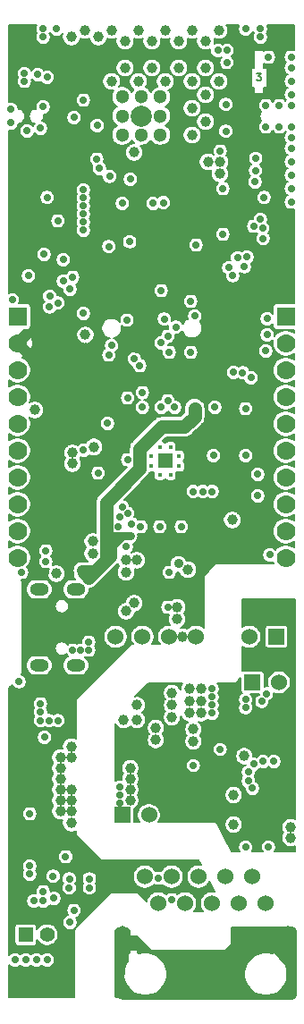
<source format=gbr>
G04 #@! TF.GenerationSoftware,KiCad,Pcbnew,5.1.0-rc2-unknown-036be7d~80~ubuntu16.04.1*
G04 #@! TF.CreationDate,2021-12-23T14:11:39+02:00*
G04 #@! TF.ProjectId,ESP32-PoE-ISO_Rev_I,45535033-322d-4506-9f45-2d49534f5f52,I*
G04 #@! TF.SameCoordinates,Original*
G04 #@! TF.FileFunction,Copper,L3,Inr*
G04 #@! TF.FilePolarity,Positive*
%FSLAX46Y46*%
G04 Gerber Fmt 4.6, Leading zero omitted, Abs format (unit mm)*
G04 Created by KiCad (PCBNEW 5.1.0-rc2-unknown-036be7d~80~ubuntu16.04.1) date 2021-12-23 14:11:39*
%MOMM*%
%LPD*%
G04 APERTURE LIST*
%ADD10C,0.158750*%
%ADD11C,1.300000*%
%ADD12C,2.000000*%
%ADD13C,1.524000*%
%ADD14R,1.524000X1.524000*%
%ADD15R,1.400000X1.400000*%
%ADD16C,1.400000*%
%ADD17C,1.778000*%
%ADD18R,1.778000X1.778000*%
%ADD19R,0.400000X0.400000*%
%ADD20R,1.422400X1.422400*%
%ADD21O,1.800000X1.200000*%
%ADD22O,1.600000X2.999999*%
%ADD23C,1.800000*%
%ADD24C,1.000000*%
%ADD25C,0.700000*%
%ADD26C,0.900000*%
%ADD27C,1.270000*%
%ADD28C,0.965200*%
%ADD29C,0.762000*%
%ADD30C,1.016000*%
%ADD31C,0.508000*%
%ADD32C,0.127000*%
%ADD33C,0.254000*%
%ADD34C,0.203200*%
G04 APERTURE END LIST*
D10*
X114088333Y-100236261D02*
X114481428Y-100236261D01*
X114269761Y-100478166D01*
X114360476Y-100478166D01*
X114420952Y-100508404D01*
X114451190Y-100538642D01*
X114481428Y-100599119D01*
X114481428Y-100750309D01*
X114451190Y-100810785D01*
X114420952Y-100841023D01*
X114360476Y-100871261D01*
X114179047Y-100871261D01*
X114118571Y-100841023D01*
X114088333Y-100810785D01*
D11*
X101340000Y-106035000D03*
D12*
X103140000Y-104235000D03*
D11*
X104940000Y-106035000D03*
X101340000Y-102435000D03*
X104940000Y-102435000D03*
X103140000Y-102435000D03*
X103140000Y-106035000D03*
X101340000Y-104235000D03*
X104940000Y-104235000D03*
D13*
X113411000Y-153543000D03*
D14*
X115951000Y-153543000D03*
D13*
X108331000Y-153543000D03*
X105791000Y-153543000D03*
X100711000Y-153543000D03*
X103251000Y-153543000D03*
D15*
X92209620Y-181759860D03*
D16*
X94221300Y-181757320D03*
D13*
X103866000Y-170434000D03*
D14*
X101366000Y-170434000D03*
D17*
X116840000Y-146080000D03*
X116840000Y-143540000D03*
X116840000Y-138460000D03*
X116840000Y-141000000D03*
X116840000Y-135920000D03*
X116840000Y-133380000D03*
D18*
X116840000Y-123220000D03*
D17*
X116840000Y-125760000D03*
X116840000Y-128300000D03*
X116840000Y-130840000D03*
X91440000Y-130840000D03*
X91440000Y-128300000D03*
X91440000Y-125760000D03*
D18*
X91440000Y-123220000D03*
D17*
X91440000Y-133380000D03*
X91440000Y-135920000D03*
X91440000Y-141000000D03*
X91440000Y-138460000D03*
X91440000Y-143540000D03*
X91440000Y-146080000D03*
D19*
X106710000Y-137406000D03*
X106710000Y-136406000D03*
X105910000Y-135606000D03*
X104910000Y-135606000D03*
X104110000Y-136406000D03*
X104110000Y-137406000D03*
X104910000Y-138206000D03*
X105910000Y-138206000D03*
D20*
X105410000Y-136906000D03*
D21*
X93476000Y-149054000D03*
X96946000Y-149054000D03*
X96946000Y-156254000D03*
X93476000Y-156254000D03*
D22*
X117000000Y-182393000D03*
X101400000Y-182393000D03*
D13*
X114915000Y-178793000D03*
X113645000Y-176253000D03*
X112375000Y-178793000D03*
X111105000Y-176253000D03*
X109835000Y-178793000D03*
X108565000Y-176253000D03*
X107295000Y-178793000D03*
X106025000Y-176253000D03*
X104755000Y-178793000D03*
X103485000Y-176253000D03*
X116185000Y-157861000D03*
D14*
X113685000Y-157861000D03*
D23*
X107442000Y-167646000D03*
D24*
X93091000Y-132080000D03*
X95123000Y-147574000D03*
D25*
X92583000Y-176022000D03*
X92583000Y-175260000D03*
X92583000Y-170307000D03*
X94869000Y-178308000D03*
X94803014Y-176214986D03*
D24*
X102489000Y-107696002D03*
D25*
X97663000Y-112014000D03*
X91821000Y-147447000D03*
X99949000Y-133350000D03*
X97663000Y-135890000D03*
D26*
X106680000Y-146621500D03*
D24*
X107569000Y-147193000D03*
X110617000Y-109728000D03*
X110617000Y-108585000D03*
D25*
X114935000Y-105283000D03*
X116205000Y-105283000D03*
X114935000Y-103251000D03*
X116205000Y-103251000D03*
D24*
X107950000Y-106045000D03*
X109220000Y-104775000D03*
X107950000Y-103505000D03*
X109220000Y-102235000D03*
X110490000Y-100965000D03*
X107950000Y-100965000D03*
X105410000Y-100965000D03*
X102870000Y-100965000D03*
X109220000Y-99695000D03*
X106680000Y-99695000D03*
X104140000Y-99695000D03*
X101600000Y-99695000D03*
X100330000Y-100965000D03*
D25*
X117348000Y-112395000D03*
X117348000Y-111125000D03*
X117348000Y-109855000D03*
X117348000Y-108585000D03*
X117348000Y-107315000D03*
X117348000Y-106299000D03*
X117348000Y-105283000D03*
X117348000Y-103251000D03*
X117348000Y-102235000D03*
X117348000Y-100965000D03*
X117348000Y-99695000D03*
X117348000Y-98679000D03*
X97663000Y-115062000D03*
X97663000Y-114300000D03*
X97663000Y-113538000D03*
X114427000Y-96012000D03*
D24*
X109220000Y-97155000D03*
X106680000Y-97155000D03*
X104140000Y-97155000D03*
X101600000Y-97155000D03*
X99060000Y-96774000D03*
D25*
X93853000Y-96012000D03*
X113030000Y-96012000D03*
D24*
X110490000Y-96139000D03*
X107950000Y-96139000D03*
X105410000Y-96139000D03*
X102870000Y-96139000D03*
X100330000Y-96139000D03*
X97790000Y-96139000D03*
D25*
X102044500Y-116141500D03*
X100076000Y-116600350D03*
X97663000Y-112776000D03*
X97663000Y-111252000D03*
X115189000Y-98679000D03*
D24*
X109474000Y-108585000D03*
D25*
X95123000Y-96012000D03*
D24*
X96520000Y-96774000D03*
D25*
X108966000Y-139785743D03*
X108077000Y-139785743D03*
X109855000Y-139785743D03*
X90932000Y-121666000D03*
X90805000Y-103632000D03*
X90805000Y-104902000D03*
X114427000Y-96774000D03*
X93853000Y-96774000D03*
X92075000Y-100965000D03*
X92075000Y-100228400D03*
X97663000Y-122936000D03*
X99060000Y-138049000D03*
D24*
X98679000Y-135572500D03*
D25*
X95250000Y-161480500D03*
X101854000Y-141859000D03*
X110109000Y-131826000D03*
X114173000Y-140208000D03*
X114173000Y-138176000D03*
X115316000Y-145796000D03*
D24*
X111760000Y-142494000D03*
D25*
X91567000Y-157797496D03*
X93599000Y-160655000D03*
D24*
X96520000Y-163957000D03*
X95504000Y-170053000D03*
X95504000Y-169037000D03*
X96520000Y-170053000D03*
X96520000Y-169037000D03*
X96520000Y-171196000D03*
D25*
X93599000Y-159893000D03*
X93599000Y-161480500D03*
X94424500Y-161480500D03*
X98171000Y-154051000D03*
X98171000Y-154813000D03*
X97409000Y-154813000D03*
X96647000Y-154813000D03*
X93218000Y-184150000D03*
X91186000Y-184150000D03*
X92202000Y-184150000D03*
X94234000Y-184150000D03*
X93853000Y-177673000D03*
X92964000Y-178562000D03*
X93853000Y-178562000D03*
D24*
X96520000Y-168021000D03*
X95504000Y-168021000D03*
X95504000Y-167005000D03*
X95504000Y-165989000D03*
X95504000Y-164973000D03*
X96520000Y-164973000D03*
X106553000Y-150749000D03*
X106553000Y-151892000D03*
D25*
X105664000Y-150749000D03*
D24*
X107061000Y-153543000D03*
D25*
X93853000Y-103378000D03*
X96393000Y-180594000D03*
X96646988Y-119507000D03*
X96774000Y-179451000D03*
X106299000Y-131826000D03*
X101340570Y-141256510D03*
X94477435Y-121303850D03*
X93599000Y-105410000D03*
D24*
X96647000Y-137160000D03*
X96647000Y-136144000D03*
D25*
X114688913Y-115843128D03*
X110871000Y-115442996D03*
X110871000Y-111125000D03*
X97663000Y-102743000D03*
X98171000Y-101726988D03*
X94107000Y-147447000D03*
D24*
X98171000Y-99060000D03*
D25*
X102743000Y-126365000D03*
X102743000Y-125603000D03*
D24*
X98171000Y-98044000D03*
D25*
X94043500Y-98044000D03*
D24*
X97155000Y-98044000D03*
D25*
X93281500Y-98044000D03*
X100584000Y-122174000D03*
X100584000Y-121412000D03*
X105410000Y-119888000D03*
X107823000Y-120777000D03*
X107823000Y-119888000D03*
X97028000Y-130937000D03*
X97028000Y-129921000D03*
D24*
X97917000Y-126238000D03*
X97917000Y-127254000D03*
X97790000Y-132461000D03*
X97790000Y-131445000D03*
X97790000Y-130429000D03*
X97790000Y-129413000D03*
X108839000Y-147193000D03*
X108839000Y-146177000D03*
D25*
X104902000Y-143129000D03*
X105791000Y-147447000D03*
X93980000Y-163067994D03*
X103091479Y-143129000D03*
X106934000Y-143129000D03*
X95979490Y-174371000D03*
X100141480Y-109960758D03*
X101727000Y-145034000D03*
X94107000Y-146431000D03*
X92329000Y-105664000D03*
X93345000Y-100330000D03*
X96393000Y-120650000D03*
X111155990Y-105692601D03*
X95758000Y-119887986D03*
X99187000Y-109219994D03*
X102235000Y-142875000D03*
X94107000Y-145415000D03*
X111252000Y-99187000D03*
X111155990Y-103152601D03*
X94234000Y-100584000D03*
X105332150Y-123474968D03*
X108204000Y-123190000D03*
X95250000Y-114173000D03*
X111252000Y-98044000D03*
X106410622Y-124236990D03*
X114759018Y-111965009D03*
X94466418Y-122311477D03*
X115062000Y-124968000D03*
X102480368Y-127243213D03*
X107823000Y-126619000D03*
X108331000Y-116459000D03*
X95758000Y-117856000D03*
X93929098Y-117348014D03*
X107823000Y-121793000D03*
X112259169Y-117673446D03*
X111800119Y-119360801D03*
X105029000Y-120777000D03*
X112903011Y-118514828D03*
X111887000Y-128523990D03*
X94234000Y-111965000D03*
X105226229Y-112447424D03*
X113157000Y-117602000D03*
X112747155Y-128552845D03*
X105791000Y-126619000D03*
X113918984Y-110490016D03*
X105029000Y-125730000D03*
X113538000Y-129032000D03*
X110617000Y-107569000D03*
X97536000Y-147279360D03*
X98044000Y-148082000D03*
X98552000Y-147447000D03*
X102108000Y-144018000D03*
X108204000Y-132715000D03*
X108204000Y-131953000D03*
X104267000Y-112522000D03*
X101346000Y-112522000D03*
X98963958Y-105156000D03*
X98933000Y-108331000D03*
D24*
X102108000Y-167005000D03*
X102108000Y-165989000D03*
X117284500Y-171577000D03*
X117284500Y-172593000D03*
D25*
X113030000Y-159512000D03*
X109855000Y-158496000D03*
D24*
X108839000Y-158496000D03*
X108839000Y-160782000D03*
X108839000Y-159639000D03*
D25*
X109855000Y-159258000D03*
X109855000Y-160020000D03*
X109855000Y-160782000D03*
D24*
X107696000Y-159639000D03*
X107696000Y-160782000D03*
X107696000Y-158496000D03*
D25*
X101092000Y-167767000D03*
X101092000Y-168529000D03*
X101092000Y-169291000D03*
D24*
X102108000Y-168021000D03*
X102108000Y-169037000D03*
D25*
X113030000Y-160254190D03*
D24*
X102489000Y-150368000D03*
X101727000Y-151130000D03*
X102743000Y-146304000D03*
X101727000Y-146304000D03*
X101727000Y-147447000D03*
X98552000Y-145669000D03*
X98552000Y-144526000D03*
D25*
X108077000Y-165735000D03*
D24*
X108077000Y-163449000D03*
X108077000Y-162306000D03*
D25*
X115011196Y-158927796D03*
X113030000Y-173482000D03*
D24*
X111887000Y-168529000D03*
X111887000Y-171323000D03*
D25*
X113284000Y-167195500D03*
X113284000Y-166370000D03*
X113792000Y-165608000D03*
X113665000Y-167894000D03*
X114681000Y-165354000D03*
X115697000Y-165354000D03*
X115189000Y-173450250D03*
X114622118Y-114876118D03*
X113792000Y-114681000D03*
X110393990Y-98044000D03*
X101790500Y-123571000D03*
X100330005Y-125984000D03*
X100076000Y-126873000D03*
X113030000Y-131953000D03*
X113030000Y-136398000D03*
X102997000Y-127889000D03*
X103250997Y-130428997D03*
X105029000Y-131826000D03*
X103251000Y-131826000D03*
X109981990Y-136398000D03*
X102108008Y-110236000D03*
X113982500Y-108250103D03*
X95250000Y-121950986D03*
X115062000Y-123444000D03*
X105664000Y-125095000D03*
X114427000Y-114046000D03*
X96774000Y-104394000D03*
X105664000Y-131191000D03*
X101854000Y-130937000D03*
X113967984Y-109425000D03*
X114935000Y-126492000D03*
X101854000Y-136779000D03*
X111441342Y-118615666D03*
X100965006Y-143129000D03*
X98234500Y-177293513D03*
X104775000Y-176402960D03*
X98234500Y-176466500D03*
X106044996Y-178435000D03*
X96329499Y-177294710D03*
X96330699Y-176467699D03*
D24*
X114935000Y-181483000D03*
X101092000Y-185420000D03*
X101092000Y-187325000D03*
X102870000Y-182880000D03*
X114935000Y-182880000D03*
X113538000Y-182880000D03*
X112395000Y-185420000D03*
X111125000Y-184150000D03*
X109855000Y-185420000D03*
X117387990Y-185420000D03*
X117387990Y-187387990D03*
X111125000Y-186690000D03*
X108585000Y-186690000D03*
X108585000Y-184150000D03*
X107315000Y-185420000D03*
X106045000Y-186690000D03*
X106045000Y-184150000D03*
D25*
X101092000Y-142240000D03*
D24*
X97853500Y-124968000D03*
D25*
X92456000Y-119380000D03*
D24*
X102743000Y-161417000D03*
X102743000Y-160020000D03*
X104521000Y-162179000D03*
X104521000Y-163322000D03*
X106045000Y-158877000D03*
X106045000Y-160020000D03*
X106045000Y-161163000D03*
X101473000Y-161417000D03*
D25*
X114565912Y-159674791D03*
X110617000Y-164211000D03*
D24*
X112903000Y-164846000D03*
X105156000Y-166624000D03*
X105156000Y-167640000D03*
X105156000Y-168656000D03*
X106807000Y-163449000D03*
X106807000Y-162306000D03*
D27*
X99822000Y-140843000D02*
X102997000Y-137668000D01*
X107251500Y-133667500D02*
X108204000Y-132715000D01*
X99822000Y-143764000D02*
X99822000Y-140843000D01*
X102997000Y-137668000D02*
X102997000Y-135763000D01*
X102997000Y-135763000D02*
X105092500Y-133667500D01*
X105092500Y-133667500D02*
X107251500Y-133667500D01*
X108204000Y-132715000D02*
X108204000Y-131953000D01*
X99504500Y-146621500D02*
X98171000Y-147955000D01*
D28*
X97536000Y-147279360D02*
X97536000Y-147574000D01*
X97536000Y-147574000D02*
X98044000Y-148082000D01*
D27*
X99631500Y-146494500D02*
X100203000Y-145923000D01*
X99822000Y-146304000D02*
X99631500Y-146494500D01*
X98679000Y-147447000D02*
X99631500Y-146494500D01*
X99822000Y-143764000D02*
X99822000Y-146304000D01*
X100203000Y-144145000D02*
X99822000Y-143764000D01*
X100203000Y-145161000D02*
X100203000Y-144145000D01*
D29*
X102108000Y-144018000D02*
X101346000Y-144018000D01*
D27*
X100203000Y-145923000D02*
X100203000Y-145161000D01*
D29*
X101346000Y-144018000D02*
X100203000Y-145161000D01*
X102108000Y-144018000D02*
X100330000Y-144018000D01*
X100330000Y-144018000D02*
X100203000Y-144145000D01*
D27*
X98552000Y-147447000D02*
X98679000Y-147447000D01*
D29*
X98552000Y-147574000D02*
X98552000Y-147447000D01*
X98044000Y-148082000D02*
X98552000Y-147574000D01*
D30*
X98384360Y-147279360D02*
X97536000Y-147279360D01*
X98552000Y-147447000D02*
X98384360Y-147279360D01*
X117387990Y-181522990D02*
X117348000Y-181483000D01*
X117348000Y-181483000D02*
X114935000Y-181483000D01*
X117387990Y-185420000D02*
X117387990Y-181522990D01*
X101228042Y-181610000D02*
X101346000Y-181610000D01*
X101092000Y-181746042D02*
X101228042Y-181610000D01*
X101092000Y-185420000D02*
X101092000Y-181746042D01*
D31*
X111125000Y-187641990D02*
X101408990Y-187641990D01*
X101408990Y-187641990D02*
X101092000Y-187325000D01*
X117387990Y-187387990D02*
X117133990Y-187641990D01*
X117133990Y-187641990D02*
X111125000Y-187641990D01*
X111125000Y-187641990D02*
X111125000Y-186690000D01*
D30*
X117387990Y-185420000D02*
X117387990Y-187387990D01*
X114935000Y-182880000D02*
X115733802Y-182880000D01*
X115733802Y-182880000D02*
X117387990Y-184534188D01*
X117387990Y-184534188D02*
X117387990Y-184712894D01*
X117387990Y-184712894D02*
X117387990Y-185420000D01*
X117094000Y-182880000D02*
X114935000Y-182880000D01*
X117094000Y-181483000D02*
X117094000Y-182880000D01*
X114935000Y-181483000D02*
X117094000Y-181483000D01*
D29*
X102162894Y-182880000D02*
X101473000Y-182880000D01*
X102870000Y-182880000D02*
X102162894Y-182880000D01*
D32*
G36*
X93216450Y-95671757D02*
G01*
X93162303Y-95802479D01*
X93134700Y-95941254D01*
X93134700Y-96082746D01*
X93162303Y-96221521D01*
X93216450Y-96352243D01*
X93243683Y-96393000D01*
X93216450Y-96433757D01*
X93162303Y-96564479D01*
X93134700Y-96703254D01*
X93134700Y-96844746D01*
X93162303Y-96983521D01*
X93216450Y-97114243D01*
X93295060Y-97231890D01*
X93395110Y-97331940D01*
X93512757Y-97410550D01*
X93643479Y-97464697D01*
X93782254Y-97492300D01*
X93923746Y-97492300D01*
X94062521Y-97464697D01*
X94193243Y-97410550D01*
X94310890Y-97331940D01*
X94410940Y-97231890D01*
X94489550Y-97114243D01*
X94543697Y-96983521D01*
X94571300Y-96844746D01*
X94571300Y-96703254D01*
X94543697Y-96564479D01*
X94489550Y-96433757D01*
X94462317Y-96393000D01*
X94488000Y-96354563D01*
X94565060Y-96469890D01*
X94665110Y-96569940D01*
X94782757Y-96648550D01*
X94913479Y-96702697D01*
X95052254Y-96730300D01*
X95193746Y-96730300D01*
X95332521Y-96702697D01*
X95463243Y-96648550D01*
X95580890Y-96569940D01*
X95680940Y-96469890D01*
X95747203Y-96370722D01*
X95685069Y-96520726D01*
X95651700Y-96688480D01*
X95651700Y-96859520D01*
X95685069Y-97027274D01*
X95750523Y-97185294D01*
X95845548Y-97327509D01*
X95966491Y-97448452D01*
X96108706Y-97543477D01*
X96266726Y-97608931D01*
X96434480Y-97642300D01*
X96605520Y-97642300D01*
X96773274Y-97608931D01*
X96931294Y-97543477D01*
X97073509Y-97448452D01*
X97194452Y-97327509D01*
X97289477Y-97185294D01*
X97354931Y-97027274D01*
X97378579Y-96908392D01*
X97378706Y-96908477D01*
X97536726Y-96973931D01*
X97704480Y-97007300D01*
X97875520Y-97007300D01*
X98043274Y-96973931D01*
X98201294Y-96908477D01*
X98201421Y-96908392D01*
X98225069Y-97027274D01*
X98290523Y-97185294D01*
X98385548Y-97327509D01*
X98506491Y-97448452D01*
X98648706Y-97543477D01*
X98806726Y-97608931D01*
X98974480Y-97642300D01*
X99145520Y-97642300D01*
X99313274Y-97608931D01*
X99471294Y-97543477D01*
X99613509Y-97448452D01*
X99734452Y-97327509D01*
X99829477Y-97185294D01*
X99894931Y-97027274D01*
X99918579Y-96908392D01*
X99918706Y-96908477D01*
X100076726Y-96973931D01*
X100244480Y-97007300D01*
X100415520Y-97007300D01*
X100583274Y-96973931D01*
X100741294Y-96908477D01*
X100770301Y-96889095D01*
X100765069Y-96901726D01*
X100731700Y-97069480D01*
X100731700Y-97240520D01*
X100765069Y-97408274D01*
X100830523Y-97566294D01*
X100925548Y-97708509D01*
X101046491Y-97829452D01*
X101188706Y-97924477D01*
X101346726Y-97989931D01*
X101514480Y-98023300D01*
X101685520Y-98023300D01*
X101853274Y-97989931D01*
X102011294Y-97924477D01*
X102153509Y-97829452D01*
X102274452Y-97708509D01*
X102369477Y-97566294D01*
X102434931Y-97408274D01*
X102468300Y-97240520D01*
X102468300Y-97069480D01*
X102434931Y-96901726D01*
X102429699Y-96889095D01*
X102458706Y-96908477D01*
X102616726Y-96973931D01*
X102784480Y-97007300D01*
X102955520Y-97007300D01*
X103123274Y-96973931D01*
X103281294Y-96908477D01*
X103310301Y-96889095D01*
X103305069Y-96901726D01*
X103271700Y-97069480D01*
X103271700Y-97240520D01*
X103305069Y-97408274D01*
X103370523Y-97566294D01*
X103465548Y-97708509D01*
X103586491Y-97829452D01*
X103728706Y-97924477D01*
X103886726Y-97989931D01*
X104054480Y-98023300D01*
X104225520Y-98023300D01*
X104393274Y-97989931D01*
X104551294Y-97924477D01*
X104693509Y-97829452D01*
X104814452Y-97708509D01*
X104909477Y-97566294D01*
X104974931Y-97408274D01*
X105008300Y-97240520D01*
X105008300Y-97069480D01*
X104974931Y-96901726D01*
X104969699Y-96889095D01*
X104998706Y-96908477D01*
X105156726Y-96973931D01*
X105324480Y-97007300D01*
X105495520Y-97007300D01*
X105663274Y-96973931D01*
X105821294Y-96908477D01*
X105850301Y-96889095D01*
X105845069Y-96901726D01*
X105811700Y-97069480D01*
X105811700Y-97240520D01*
X105845069Y-97408274D01*
X105910523Y-97566294D01*
X106005548Y-97708509D01*
X106126491Y-97829452D01*
X106268706Y-97924477D01*
X106426726Y-97989931D01*
X106594480Y-98023300D01*
X106765520Y-98023300D01*
X106933274Y-97989931D01*
X107091294Y-97924477D01*
X107233509Y-97829452D01*
X107354452Y-97708509D01*
X107449477Y-97566294D01*
X107514931Y-97408274D01*
X107548300Y-97240520D01*
X107548300Y-97069480D01*
X107514931Y-96901726D01*
X107509699Y-96889095D01*
X107538706Y-96908477D01*
X107696726Y-96973931D01*
X107864480Y-97007300D01*
X108035520Y-97007300D01*
X108203274Y-96973931D01*
X108361294Y-96908477D01*
X108390301Y-96889095D01*
X108385069Y-96901726D01*
X108351700Y-97069480D01*
X108351700Y-97240520D01*
X108385069Y-97408274D01*
X108450523Y-97566294D01*
X108545548Y-97708509D01*
X108666491Y-97829452D01*
X108808706Y-97924477D01*
X108966726Y-97989931D01*
X109134480Y-98023300D01*
X109305520Y-98023300D01*
X109473274Y-97989931D01*
X109631294Y-97924477D01*
X109693684Y-97882789D01*
X109675690Y-97973254D01*
X109675690Y-98114746D01*
X109703293Y-98253521D01*
X109757440Y-98384243D01*
X109836050Y-98501890D01*
X109936100Y-98601940D01*
X110053747Y-98680550D01*
X110184469Y-98734697D01*
X110323244Y-98762300D01*
X110464736Y-98762300D01*
X110603511Y-98734697D01*
X110734233Y-98680550D01*
X110759509Y-98663661D01*
X110694060Y-98729110D01*
X110615450Y-98846757D01*
X110561303Y-98977479D01*
X110533700Y-99116254D01*
X110533700Y-99257746D01*
X110561303Y-99396521D01*
X110615450Y-99527243D01*
X110694060Y-99644890D01*
X110794110Y-99744940D01*
X110911757Y-99823550D01*
X111042479Y-99877697D01*
X111181254Y-99905300D01*
X111322746Y-99905300D01*
X111461521Y-99877697D01*
X111592243Y-99823550D01*
X111709890Y-99744940D01*
X111736018Y-99718812D01*
X113549944Y-99718812D01*
X113549944Y-101566662D01*
X113855500Y-101566662D01*
X113855500Y-102108000D01*
X113856720Y-102120388D01*
X113860334Y-102132300D01*
X113866202Y-102143279D01*
X113874099Y-102152901D01*
X113883721Y-102160798D01*
X113894700Y-102166666D01*
X113906612Y-102170280D01*
X113919000Y-102171500D01*
X114681000Y-102171500D01*
X114693388Y-102170280D01*
X114705300Y-102166666D01*
X114716279Y-102160798D01*
X114725901Y-102152901D01*
X114733798Y-102143279D01*
X114739666Y-102132300D01*
X114743280Y-102120388D01*
X114744500Y-102108000D01*
X114744500Y-101566662D01*
X115050056Y-101566662D01*
X115050056Y-99718812D01*
X114744500Y-99718812D01*
X114744500Y-99245887D01*
X114848757Y-99315550D01*
X114979479Y-99369697D01*
X115118254Y-99397300D01*
X115259746Y-99397300D01*
X115398521Y-99369697D01*
X115529243Y-99315550D01*
X115646890Y-99236940D01*
X115746940Y-99136890D01*
X115825550Y-99019243D01*
X115879697Y-98888521D01*
X115907300Y-98749746D01*
X115907300Y-98608254D01*
X115879697Y-98469479D01*
X115825550Y-98338757D01*
X115746940Y-98221110D01*
X115646890Y-98121060D01*
X115529243Y-98042450D01*
X115398521Y-97988303D01*
X115259746Y-97960700D01*
X115118254Y-97960700D01*
X114979479Y-97988303D01*
X114848757Y-98042450D01*
X114744500Y-98112113D01*
X114744500Y-98044000D01*
X114743280Y-98031612D01*
X114739666Y-98019700D01*
X114733798Y-98008721D01*
X114725901Y-97999099D01*
X114716279Y-97991202D01*
X114705300Y-97985334D01*
X114693388Y-97981720D01*
X114681000Y-97980500D01*
X113919000Y-97980500D01*
X113906612Y-97981720D01*
X113894700Y-97985334D01*
X113883721Y-97991202D01*
X113874099Y-97999099D01*
X113866202Y-98008721D01*
X113860334Y-98019700D01*
X113856720Y-98031612D01*
X113855500Y-98044000D01*
X113855500Y-99718812D01*
X113549944Y-99718812D01*
X111736018Y-99718812D01*
X111809940Y-99644890D01*
X111888550Y-99527243D01*
X111942697Y-99396521D01*
X111970300Y-99257746D01*
X111970300Y-99116254D01*
X111942697Y-98977479D01*
X111888550Y-98846757D01*
X111809940Y-98729110D01*
X111709890Y-98629060D01*
X111689596Y-98615500D01*
X111709890Y-98601940D01*
X111809940Y-98501890D01*
X111888550Y-98384243D01*
X111942697Y-98253521D01*
X111970300Y-98114746D01*
X111970300Y-97973254D01*
X111942697Y-97834479D01*
X111888550Y-97703757D01*
X111809940Y-97586110D01*
X111709890Y-97486060D01*
X111592243Y-97407450D01*
X111461521Y-97353303D01*
X111322746Y-97325700D01*
X111181254Y-97325700D01*
X111042479Y-97353303D01*
X110911757Y-97407450D01*
X110822995Y-97466759D01*
X110734233Y-97407450D01*
X110603511Y-97353303D01*
X110464736Y-97325700D01*
X110323244Y-97325700D01*
X110184469Y-97353303D01*
X110055216Y-97406842D01*
X110088300Y-97240520D01*
X110088300Y-97069480D01*
X110054931Y-96901726D01*
X110049699Y-96889095D01*
X110078706Y-96908477D01*
X110236726Y-96973931D01*
X110404480Y-97007300D01*
X110575520Y-97007300D01*
X110743274Y-96973931D01*
X110901294Y-96908477D01*
X111043509Y-96813452D01*
X111164452Y-96692509D01*
X111259477Y-96550294D01*
X111324931Y-96392274D01*
X111358300Y-96224520D01*
X111358300Y-96053480D01*
X111324931Y-95885726D01*
X111259477Y-95727706D01*
X111204415Y-95645300D01*
X112411128Y-95645300D01*
X112393450Y-95671757D01*
X112339303Y-95802479D01*
X112311700Y-95941254D01*
X112311700Y-96082746D01*
X112339303Y-96221521D01*
X112393450Y-96352243D01*
X112472060Y-96469890D01*
X112572110Y-96569940D01*
X112689757Y-96648550D01*
X112820479Y-96702697D01*
X112959254Y-96730300D01*
X113100746Y-96730300D01*
X113239521Y-96702697D01*
X113370243Y-96648550D01*
X113487890Y-96569940D01*
X113587940Y-96469890D01*
X113666550Y-96352243D01*
X113720697Y-96221521D01*
X113728500Y-96182291D01*
X113736303Y-96221521D01*
X113790450Y-96352243D01*
X113817683Y-96393000D01*
X113790450Y-96433757D01*
X113736303Y-96564479D01*
X113708700Y-96703254D01*
X113708700Y-96844746D01*
X113736303Y-96983521D01*
X113790450Y-97114243D01*
X113869060Y-97231890D01*
X113969110Y-97331940D01*
X114086757Y-97410550D01*
X114217479Y-97464697D01*
X114356254Y-97492300D01*
X114497746Y-97492300D01*
X114636521Y-97464697D01*
X114767243Y-97410550D01*
X114884890Y-97331940D01*
X114984940Y-97231890D01*
X115063550Y-97114243D01*
X115117697Y-96983521D01*
X115145300Y-96844746D01*
X115145300Y-96703254D01*
X115117697Y-96564479D01*
X115063550Y-96433757D01*
X115036317Y-96393000D01*
X115063550Y-96352243D01*
X115117697Y-96221521D01*
X115145300Y-96082746D01*
X115145300Y-95941254D01*
X115117697Y-95802479D01*
X115063550Y-95671757D01*
X115045872Y-95645300D01*
X117654701Y-95645300D01*
X117654701Y-98028556D01*
X117557521Y-97988303D01*
X117418746Y-97960700D01*
X117277254Y-97960700D01*
X117138479Y-97988303D01*
X117007757Y-98042450D01*
X116890110Y-98121060D01*
X116790060Y-98221110D01*
X116711450Y-98338757D01*
X116657303Y-98469479D01*
X116629700Y-98608254D01*
X116629700Y-98749746D01*
X116657303Y-98888521D01*
X116711450Y-99019243D01*
X116790060Y-99136890D01*
X116840170Y-99187000D01*
X116790060Y-99237110D01*
X116711450Y-99354757D01*
X116657303Y-99485479D01*
X116629700Y-99624254D01*
X116629700Y-99765746D01*
X116657303Y-99904521D01*
X116711450Y-100035243D01*
X116790060Y-100152890D01*
X116890110Y-100252940D01*
X117005437Y-100330000D01*
X116890110Y-100407060D01*
X116790060Y-100507110D01*
X116711450Y-100624757D01*
X116657303Y-100755479D01*
X116629700Y-100894254D01*
X116629700Y-101035746D01*
X116657303Y-101174521D01*
X116711450Y-101305243D01*
X116790060Y-101422890D01*
X116890110Y-101522940D01*
X117005437Y-101600000D01*
X116890110Y-101677060D01*
X116790060Y-101777110D01*
X116711450Y-101894757D01*
X116657303Y-102025479D01*
X116629700Y-102164254D01*
X116629700Y-102305746D01*
X116657303Y-102444521D01*
X116711450Y-102575243D01*
X116790060Y-102692890D01*
X116840170Y-102743000D01*
X116790060Y-102793110D01*
X116776500Y-102813404D01*
X116762940Y-102793110D01*
X116662890Y-102693060D01*
X116545243Y-102614450D01*
X116414521Y-102560303D01*
X116275746Y-102532700D01*
X116134254Y-102532700D01*
X115995479Y-102560303D01*
X115864757Y-102614450D01*
X115747110Y-102693060D01*
X115647060Y-102793110D01*
X115570000Y-102908437D01*
X115492940Y-102793110D01*
X115392890Y-102693060D01*
X115275243Y-102614450D01*
X115144521Y-102560303D01*
X115005746Y-102532700D01*
X114864254Y-102532700D01*
X114725479Y-102560303D01*
X114594757Y-102614450D01*
X114477110Y-102693060D01*
X114377060Y-102793110D01*
X114298450Y-102910757D01*
X114244303Y-103041479D01*
X114216700Y-103180254D01*
X114216700Y-103321746D01*
X114244303Y-103460521D01*
X114298450Y-103591243D01*
X114377060Y-103708890D01*
X114477110Y-103808940D01*
X114493746Y-103820056D01*
X114422450Y-103926757D01*
X114368303Y-104057479D01*
X114340700Y-104196254D01*
X114340700Y-104337746D01*
X114368303Y-104476521D01*
X114422450Y-104607243D01*
X114493746Y-104713944D01*
X114477110Y-104725060D01*
X114377060Y-104825110D01*
X114298450Y-104942757D01*
X114244303Y-105073479D01*
X114216700Y-105212254D01*
X114216700Y-105353746D01*
X114244303Y-105492521D01*
X114298450Y-105623243D01*
X114377060Y-105740890D01*
X114477110Y-105840940D01*
X114594757Y-105919550D01*
X114725479Y-105973697D01*
X114864254Y-106001300D01*
X115005746Y-106001300D01*
X115144521Y-105973697D01*
X115275243Y-105919550D01*
X115392890Y-105840940D01*
X115492940Y-105740890D01*
X115570000Y-105625563D01*
X115647060Y-105740890D01*
X115747110Y-105840940D01*
X115864757Y-105919550D01*
X115995479Y-105973697D01*
X116134254Y-106001300D01*
X116275746Y-106001300D01*
X116414521Y-105973697D01*
X116545243Y-105919550D01*
X116662890Y-105840940D01*
X116762940Y-105740890D01*
X116776500Y-105720596D01*
X116790060Y-105740890D01*
X116840170Y-105791000D01*
X116790060Y-105841110D01*
X116711450Y-105958757D01*
X116657303Y-106089479D01*
X116629700Y-106228254D01*
X116629700Y-106369746D01*
X116657303Y-106508521D01*
X116711450Y-106639243D01*
X116790060Y-106756890D01*
X116840170Y-106807000D01*
X116790060Y-106857110D01*
X116711450Y-106974757D01*
X116657303Y-107105479D01*
X116629700Y-107244254D01*
X116629700Y-107385746D01*
X116657303Y-107524521D01*
X116711450Y-107655243D01*
X116790060Y-107772890D01*
X116890110Y-107872940D01*
X117005437Y-107950000D01*
X116890110Y-108027060D01*
X116790060Y-108127110D01*
X116711450Y-108244757D01*
X116657303Y-108375479D01*
X116629700Y-108514254D01*
X116629700Y-108655746D01*
X116657303Y-108794521D01*
X116711450Y-108925243D01*
X116790060Y-109042890D01*
X116890110Y-109142940D01*
X117005437Y-109220000D01*
X116890110Y-109297060D01*
X116790060Y-109397110D01*
X116711450Y-109514757D01*
X116657303Y-109645479D01*
X116629700Y-109784254D01*
X116629700Y-109925746D01*
X116657303Y-110064521D01*
X116711450Y-110195243D01*
X116790060Y-110312890D01*
X116890110Y-110412940D01*
X117005437Y-110490000D01*
X116890110Y-110567060D01*
X116790060Y-110667110D01*
X116711450Y-110784757D01*
X116657303Y-110915479D01*
X116629700Y-111054254D01*
X116629700Y-111195746D01*
X116657303Y-111334521D01*
X116711450Y-111465243D01*
X116790060Y-111582890D01*
X116890110Y-111682940D01*
X117005437Y-111760000D01*
X116890110Y-111837060D01*
X116790060Y-111937110D01*
X116711450Y-112054757D01*
X116657303Y-112185479D01*
X116629700Y-112324254D01*
X116629700Y-112465746D01*
X116657303Y-112604521D01*
X116711450Y-112735243D01*
X116790060Y-112852890D01*
X116890110Y-112952940D01*
X117007757Y-113031550D01*
X117138479Y-113085697D01*
X117277254Y-113113300D01*
X117418746Y-113113300D01*
X117557521Y-113085697D01*
X117654701Y-113045444D01*
X117654701Y-121960918D01*
X115951000Y-121960918D01*
X115878801Y-121968029D01*
X115809376Y-121989089D01*
X115745393Y-122023288D01*
X115689313Y-122069313D01*
X115643288Y-122125393D01*
X115609089Y-122189376D01*
X115588029Y-122258801D01*
X115580918Y-122331000D01*
X115580918Y-122947088D01*
X115519890Y-122886060D01*
X115402243Y-122807450D01*
X115271521Y-122753303D01*
X115132746Y-122725700D01*
X114991254Y-122725700D01*
X114852479Y-122753303D01*
X114721757Y-122807450D01*
X114604110Y-122886060D01*
X114504060Y-122986110D01*
X114425450Y-123103757D01*
X114371303Y-123234479D01*
X114343700Y-123373254D01*
X114343700Y-123514746D01*
X114371303Y-123653521D01*
X114425450Y-123784243D01*
X114504060Y-123901890D01*
X114604110Y-124001940D01*
X114721757Y-124080550D01*
X114852479Y-124134697D01*
X114991254Y-124162300D01*
X115132746Y-124162300D01*
X115271521Y-124134697D01*
X115402243Y-124080550D01*
X115519890Y-124001940D01*
X115580918Y-123940912D01*
X115580918Y-124109000D01*
X115588029Y-124181199D01*
X115609089Y-124250624D01*
X115643288Y-124314607D01*
X115689313Y-124370687D01*
X115745393Y-124416712D01*
X115809376Y-124450911D01*
X115878801Y-124471971D01*
X115951000Y-124479082D01*
X117654701Y-124479082D01*
X117654701Y-124796610D01*
X117641482Y-124783391D01*
X117435555Y-124645795D01*
X117206741Y-124551017D01*
X116963833Y-124502700D01*
X116716167Y-124502700D01*
X116473259Y-124551017D01*
X116244445Y-124645795D01*
X116038518Y-124783391D01*
X115863391Y-124958518D01*
X115767803Y-125101576D01*
X115780300Y-125038746D01*
X115780300Y-124897254D01*
X115752697Y-124758479D01*
X115698550Y-124627757D01*
X115619940Y-124510110D01*
X115519890Y-124410060D01*
X115402243Y-124331450D01*
X115271521Y-124277303D01*
X115132746Y-124249700D01*
X114991254Y-124249700D01*
X114852479Y-124277303D01*
X114721757Y-124331450D01*
X114604110Y-124410060D01*
X114504060Y-124510110D01*
X114425450Y-124627757D01*
X114371303Y-124758479D01*
X114343700Y-124897254D01*
X114343700Y-125038746D01*
X114371303Y-125177521D01*
X114425450Y-125308243D01*
X114504060Y-125425890D01*
X114604110Y-125525940D01*
X114721757Y-125604550D01*
X114852479Y-125658697D01*
X114991254Y-125686300D01*
X115132746Y-125686300D01*
X115271521Y-125658697D01*
X115402243Y-125604550D01*
X115519890Y-125525940D01*
X115619940Y-125425890D01*
X115626470Y-125416117D01*
X115582700Y-125636167D01*
X115582700Y-125883833D01*
X115631017Y-126126741D01*
X115725795Y-126355555D01*
X115863391Y-126561482D01*
X116038518Y-126736609D01*
X116244445Y-126874205D01*
X116473259Y-126968983D01*
X116716167Y-127017300D01*
X116963833Y-127017300D01*
X117206741Y-126968983D01*
X117435555Y-126874205D01*
X117641482Y-126736609D01*
X117654701Y-126723390D01*
X117654701Y-127336610D01*
X117641482Y-127323391D01*
X117435555Y-127185795D01*
X117206741Y-127091017D01*
X116963833Y-127042700D01*
X116716167Y-127042700D01*
X116473259Y-127091017D01*
X116244445Y-127185795D01*
X116038518Y-127323391D01*
X115863391Y-127498518D01*
X115725795Y-127704445D01*
X115631017Y-127933259D01*
X115582700Y-128176167D01*
X115582700Y-128423833D01*
X115631017Y-128666741D01*
X115725795Y-128895555D01*
X115863391Y-129101482D01*
X116038518Y-129276609D01*
X116244445Y-129414205D01*
X116473259Y-129508983D01*
X116716167Y-129557300D01*
X116963833Y-129557300D01*
X117206741Y-129508983D01*
X117435555Y-129414205D01*
X117641482Y-129276609D01*
X117654701Y-129263390D01*
X117654701Y-129876610D01*
X117641482Y-129863391D01*
X117435555Y-129725795D01*
X117206741Y-129631017D01*
X116963833Y-129582700D01*
X116716167Y-129582700D01*
X116473259Y-129631017D01*
X116244445Y-129725795D01*
X116038518Y-129863391D01*
X115863391Y-130038518D01*
X115725795Y-130244445D01*
X115631017Y-130473259D01*
X115582700Y-130716167D01*
X115582700Y-130963833D01*
X115631017Y-131206741D01*
X115725795Y-131435555D01*
X115863391Y-131641482D01*
X116038518Y-131816609D01*
X116244445Y-131954205D01*
X116473259Y-132048983D01*
X116716167Y-132097300D01*
X116963833Y-132097300D01*
X117206741Y-132048983D01*
X117435555Y-131954205D01*
X117641482Y-131816609D01*
X117654701Y-131803390D01*
X117654701Y-132416610D01*
X117641482Y-132403391D01*
X117435555Y-132265795D01*
X117206741Y-132171017D01*
X116963833Y-132122700D01*
X116716167Y-132122700D01*
X116473259Y-132171017D01*
X116244445Y-132265795D01*
X116038518Y-132403391D01*
X115863391Y-132578518D01*
X115725795Y-132784445D01*
X115631017Y-133013259D01*
X115582700Y-133256167D01*
X115582700Y-133503833D01*
X115631017Y-133746741D01*
X115725795Y-133975555D01*
X115863391Y-134181482D01*
X116038518Y-134356609D01*
X116244445Y-134494205D01*
X116473259Y-134588983D01*
X116716167Y-134637300D01*
X116963833Y-134637300D01*
X117206741Y-134588983D01*
X117435555Y-134494205D01*
X117641482Y-134356609D01*
X117654701Y-134343390D01*
X117654701Y-134956610D01*
X117641482Y-134943391D01*
X117435555Y-134805795D01*
X117206741Y-134711017D01*
X116963833Y-134662700D01*
X116716167Y-134662700D01*
X116473259Y-134711017D01*
X116244445Y-134805795D01*
X116038518Y-134943391D01*
X115863391Y-135118518D01*
X115725795Y-135324445D01*
X115631017Y-135553259D01*
X115582700Y-135796167D01*
X115582700Y-136043833D01*
X115631017Y-136286741D01*
X115725795Y-136515555D01*
X115863391Y-136721482D01*
X116038518Y-136896609D01*
X116244445Y-137034205D01*
X116473259Y-137128983D01*
X116716167Y-137177300D01*
X116963833Y-137177300D01*
X117206741Y-137128983D01*
X117435555Y-137034205D01*
X117641482Y-136896609D01*
X117654701Y-136883390D01*
X117654701Y-137496610D01*
X117641482Y-137483391D01*
X117435555Y-137345795D01*
X117206741Y-137251017D01*
X116963833Y-137202700D01*
X116716167Y-137202700D01*
X116473259Y-137251017D01*
X116244445Y-137345795D01*
X116038518Y-137483391D01*
X115863391Y-137658518D01*
X115725795Y-137864445D01*
X115631017Y-138093259D01*
X115582700Y-138336167D01*
X115582700Y-138583833D01*
X115631017Y-138826741D01*
X115725795Y-139055555D01*
X115863391Y-139261482D01*
X116038518Y-139436609D01*
X116244445Y-139574205D01*
X116473259Y-139668983D01*
X116716167Y-139717300D01*
X116963833Y-139717300D01*
X117206741Y-139668983D01*
X117435555Y-139574205D01*
X117641482Y-139436609D01*
X117654701Y-139423390D01*
X117654701Y-140036610D01*
X117641482Y-140023391D01*
X117435555Y-139885795D01*
X117206741Y-139791017D01*
X116963833Y-139742700D01*
X116716167Y-139742700D01*
X116473259Y-139791017D01*
X116244445Y-139885795D01*
X116038518Y-140023391D01*
X115863391Y-140198518D01*
X115725795Y-140404445D01*
X115631017Y-140633259D01*
X115582700Y-140876167D01*
X115582700Y-141123833D01*
X115631017Y-141366741D01*
X115725795Y-141595555D01*
X115863391Y-141801482D01*
X116038518Y-141976609D01*
X116244445Y-142114205D01*
X116473259Y-142208983D01*
X116716167Y-142257300D01*
X116963833Y-142257300D01*
X117206741Y-142208983D01*
X117435555Y-142114205D01*
X117641482Y-141976609D01*
X117654700Y-141963391D01*
X117654700Y-142576609D01*
X117641482Y-142563391D01*
X117435555Y-142425795D01*
X117206741Y-142331017D01*
X116963833Y-142282700D01*
X116716167Y-142282700D01*
X116473259Y-142331017D01*
X116244445Y-142425795D01*
X116038518Y-142563391D01*
X115863391Y-142738518D01*
X115725795Y-142944445D01*
X115631017Y-143173259D01*
X115582700Y-143416167D01*
X115582700Y-143663833D01*
X115631017Y-143906741D01*
X115725795Y-144135555D01*
X115863391Y-144341482D01*
X116038518Y-144516609D01*
X116244445Y-144654205D01*
X116473259Y-144748983D01*
X116716167Y-144797300D01*
X116963833Y-144797300D01*
X117206741Y-144748983D01*
X117435555Y-144654205D01*
X117641482Y-144516609D01*
X117654700Y-144503391D01*
X117654700Y-145116609D01*
X117641482Y-145103391D01*
X117435555Y-144965795D01*
X117206741Y-144871017D01*
X116963833Y-144822700D01*
X116716167Y-144822700D01*
X116473259Y-144871017D01*
X116244445Y-144965795D01*
X116038518Y-145103391D01*
X115863391Y-145278518D01*
X115843747Y-145307917D01*
X115773890Y-145238060D01*
X115656243Y-145159450D01*
X115525521Y-145105303D01*
X115386746Y-145077700D01*
X115245254Y-145077700D01*
X115106479Y-145105303D01*
X114975757Y-145159450D01*
X114858110Y-145238060D01*
X114758060Y-145338110D01*
X114679450Y-145455757D01*
X114625303Y-145586479D01*
X114597700Y-145725254D01*
X114597700Y-145866746D01*
X114625303Y-146005521D01*
X114679450Y-146136243D01*
X114758060Y-146253890D01*
X114858110Y-146353940D01*
X114975757Y-146432550D01*
X115106479Y-146486697D01*
X115245254Y-146514300D01*
X115386746Y-146514300D01*
X115525521Y-146486697D01*
X115630329Y-146443284D01*
X115631017Y-146446741D01*
X115703405Y-146621500D01*
X110236000Y-146621500D01*
X110223612Y-146622720D01*
X110211700Y-146626334D01*
X110200721Y-146632202D01*
X110191099Y-146640099D01*
X109073499Y-147757699D01*
X109065602Y-147767321D01*
X109059734Y-147778300D01*
X109056120Y-147790212D01*
X109054900Y-147802600D01*
X109054900Y-152668415D01*
X109051524Y-152665039D01*
X108866398Y-152541341D01*
X108660696Y-152456137D01*
X108442325Y-152412700D01*
X108219675Y-152412700D01*
X108001304Y-152456137D01*
X107795602Y-152541341D01*
X107610476Y-152665039D01*
X107490097Y-152785418D01*
X107472294Y-152773523D01*
X107314274Y-152708069D01*
X107146520Y-152674700D01*
X106975480Y-152674700D01*
X106892542Y-152691198D01*
X106964294Y-152661477D01*
X107106509Y-152566452D01*
X107227452Y-152445509D01*
X107322477Y-152303294D01*
X107387931Y-152145274D01*
X107421300Y-151977520D01*
X107421300Y-151806480D01*
X107387931Y-151638726D01*
X107322477Y-151480706D01*
X107227452Y-151338491D01*
X107209461Y-151320500D01*
X107227452Y-151302509D01*
X107322477Y-151160294D01*
X107387931Y-151002274D01*
X107421300Y-150834520D01*
X107421300Y-150663480D01*
X107387931Y-150495726D01*
X107322477Y-150337706D01*
X107227452Y-150195491D01*
X107106509Y-150074548D01*
X106964294Y-149979523D01*
X106806274Y-149914069D01*
X106638520Y-149880700D01*
X106467480Y-149880700D01*
X106299726Y-149914069D01*
X106141706Y-149979523D01*
X105999491Y-150074548D01*
X105974082Y-150099957D01*
X105873521Y-150058303D01*
X105734746Y-150030700D01*
X105593254Y-150030700D01*
X105454479Y-150058303D01*
X105323757Y-150112450D01*
X105206110Y-150191060D01*
X105106060Y-150291110D01*
X105027450Y-150408757D01*
X104973303Y-150539479D01*
X104945700Y-150678254D01*
X104945700Y-150819746D01*
X104973303Y-150958521D01*
X105027450Y-151089243D01*
X105106060Y-151206890D01*
X105206110Y-151306940D01*
X105323757Y-151385550D01*
X105454479Y-151439697D01*
X105593254Y-151467300D01*
X105734746Y-151467300D01*
X105801330Y-151454056D01*
X105783523Y-151480706D01*
X105718069Y-151638726D01*
X105684700Y-151806480D01*
X105684700Y-151977520D01*
X105718069Y-152145274D01*
X105783523Y-152303294D01*
X105856626Y-152412700D01*
X105679675Y-152412700D01*
X105461304Y-152456137D01*
X105255602Y-152541341D01*
X105070476Y-152665039D01*
X104913039Y-152822476D01*
X104789341Y-153007602D01*
X104704137Y-153213304D01*
X104660700Y-153431675D01*
X104660700Y-153654325D01*
X104704137Y-153872696D01*
X104789341Y-154078398D01*
X104898323Y-154241500D01*
X104143677Y-154241500D01*
X104252659Y-154078398D01*
X104337863Y-153872696D01*
X104381300Y-153654325D01*
X104381300Y-153431675D01*
X104337863Y-153213304D01*
X104252659Y-153007602D01*
X104128961Y-152822476D01*
X103971524Y-152665039D01*
X103786398Y-152541341D01*
X103580696Y-152456137D01*
X103362325Y-152412700D01*
X103139675Y-152412700D01*
X102921304Y-152456137D01*
X102715602Y-152541341D01*
X102530476Y-152665039D01*
X102373039Y-152822476D01*
X102249341Y-153007602D01*
X102164137Y-153213304D01*
X102120700Y-153431675D01*
X102120700Y-153654325D01*
X102164137Y-153872696D01*
X102249341Y-154078398D01*
X102358323Y-154241500D01*
X102235000Y-154241500D01*
X102222612Y-154242720D01*
X102210700Y-154246334D01*
X102199721Y-154252202D01*
X102190099Y-154260099D01*
X96995799Y-159454399D01*
X96987902Y-159464021D01*
X96982034Y-159475000D01*
X96978420Y-159486912D01*
X96977200Y-159499300D01*
X96977200Y-163218196D01*
X96931294Y-163187523D01*
X96773274Y-163122069D01*
X96605520Y-163088700D01*
X96434480Y-163088700D01*
X96266726Y-163122069D01*
X96108706Y-163187523D01*
X95966491Y-163282548D01*
X95845548Y-163403491D01*
X95750523Y-163545706D01*
X95685069Y-163703726D01*
X95651700Y-163871480D01*
X95651700Y-164042520D01*
X95667140Y-164120140D01*
X95589520Y-164104700D01*
X95418480Y-164104700D01*
X95250726Y-164138069D01*
X95092706Y-164203523D01*
X94950491Y-164298548D01*
X94829548Y-164419491D01*
X94734523Y-164561706D01*
X94669069Y-164719726D01*
X94635700Y-164887480D01*
X94635700Y-165058520D01*
X94669069Y-165226274D01*
X94734523Y-165384294D01*
X94799140Y-165481000D01*
X94734523Y-165577706D01*
X94669069Y-165735726D01*
X94635700Y-165903480D01*
X94635700Y-166074520D01*
X94669069Y-166242274D01*
X94734523Y-166400294D01*
X94799140Y-166497000D01*
X94734523Y-166593706D01*
X94669069Y-166751726D01*
X94635700Y-166919480D01*
X94635700Y-167090520D01*
X94669069Y-167258274D01*
X94734523Y-167416294D01*
X94799140Y-167513000D01*
X94734523Y-167609706D01*
X94669069Y-167767726D01*
X94635700Y-167935480D01*
X94635700Y-168106520D01*
X94669069Y-168274274D01*
X94734523Y-168432294D01*
X94799140Y-168529000D01*
X94734523Y-168625706D01*
X94669069Y-168783726D01*
X94635700Y-168951480D01*
X94635700Y-169122520D01*
X94669069Y-169290274D01*
X94734523Y-169448294D01*
X94799140Y-169545000D01*
X94734523Y-169641706D01*
X94669069Y-169799726D01*
X94635700Y-169967480D01*
X94635700Y-170138520D01*
X94669069Y-170306274D01*
X94734523Y-170464294D01*
X94829548Y-170606509D01*
X94950491Y-170727452D01*
X95092706Y-170822477D01*
X95250726Y-170887931D01*
X95418480Y-170921300D01*
X95589520Y-170921300D01*
X95703320Y-170898663D01*
X95685069Y-170942726D01*
X95651700Y-171110480D01*
X95651700Y-171281520D01*
X95685069Y-171449274D01*
X95750523Y-171607294D01*
X95845548Y-171749509D01*
X95966491Y-171870452D01*
X96108706Y-171965477D01*
X96266726Y-172030931D01*
X96434480Y-172064300D01*
X96605520Y-172064300D01*
X96773274Y-172030931D01*
X96931294Y-171965477D01*
X96977200Y-171934804D01*
X96977200Y-172326300D01*
X96978559Y-172339368D01*
X96982303Y-172351240D01*
X96988290Y-172362154D01*
X96996292Y-172371689D01*
X99345792Y-174670389D01*
X99354921Y-174677798D01*
X99365900Y-174683666D01*
X99377812Y-174687280D01*
X99390200Y-174688500D01*
X108596668Y-174688500D01*
X108830613Y-175153390D01*
X108676325Y-175122700D01*
X108453675Y-175122700D01*
X108235304Y-175166137D01*
X108029602Y-175251341D01*
X107844476Y-175375039D01*
X107687039Y-175532476D01*
X107563341Y-175717602D01*
X107478137Y-175923304D01*
X107434700Y-176141675D01*
X107434700Y-176364325D01*
X107478137Y-176582696D01*
X107563341Y-176788398D01*
X107687039Y-176973524D01*
X107844476Y-177130961D01*
X108029602Y-177254659D01*
X108235304Y-177339863D01*
X108453675Y-177383300D01*
X108676325Y-177383300D01*
X108894696Y-177339863D01*
X109100398Y-177254659D01*
X109285524Y-177130961D01*
X109442961Y-176973524D01*
X109566659Y-176788398D01*
X109605817Y-176693861D01*
X110109717Y-177695201D01*
X109946325Y-177662700D01*
X109723675Y-177662700D01*
X109505304Y-177706137D01*
X109299602Y-177791341D01*
X109114476Y-177915039D01*
X108957039Y-178072476D01*
X108833341Y-178257602D01*
X108748137Y-178463304D01*
X108704700Y-178681675D01*
X108704700Y-178904325D01*
X108748137Y-179122696D01*
X108833341Y-179328398D01*
X108957039Y-179513524D01*
X108958015Y-179514500D01*
X108171985Y-179514500D01*
X108172961Y-179513524D01*
X108296659Y-179328398D01*
X108381863Y-179122696D01*
X108425300Y-178904325D01*
X108425300Y-178681675D01*
X108381863Y-178463304D01*
X108296659Y-178257602D01*
X108172961Y-178072476D01*
X108015524Y-177915039D01*
X107830398Y-177791341D01*
X107624696Y-177706137D01*
X107406325Y-177662700D01*
X107183675Y-177662700D01*
X106965304Y-177706137D01*
X106759602Y-177791341D01*
X106574476Y-177915039D01*
X106557671Y-177931845D01*
X106502886Y-177877060D01*
X106385239Y-177798450D01*
X106254517Y-177744303D01*
X106115742Y-177716700D01*
X105974250Y-177716700D01*
X105835475Y-177744303D01*
X105704753Y-177798450D01*
X105587106Y-177877060D01*
X105512326Y-177951841D01*
X105475524Y-177915039D01*
X105290398Y-177791341D01*
X105084696Y-177706137D01*
X104866325Y-177662700D01*
X104643675Y-177662700D01*
X104425304Y-177706137D01*
X104219602Y-177791341D01*
X104034476Y-177915039D01*
X103877039Y-178072476D01*
X103753341Y-178257602D01*
X103668137Y-178463304D01*
X103639595Y-178606793D01*
X102787901Y-177755099D01*
X102778279Y-177747202D01*
X102767300Y-177741334D01*
X102755388Y-177737720D01*
X102743000Y-177736500D01*
X100330000Y-177736500D01*
X100317612Y-177737720D01*
X100305700Y-177741334D01*
X100294721Y-177747202D01*
X100285099Y-177755099D01*
X96856099Y-181184099D01*
X96848202Y-181193721D01*
X96842334Y-181204700D01*
X96838720Y-181216612D01*
X96837500Y-181229000D01*
X96837500Y-187654700D01*
X90645300Y-187654700D01*
X90645300Y-184625130D01*
X90728110Y-184707940D01*
X90845757Y-184786550D01*
X90976479Y-184840697D01*
X91115254Y-184868300D01*
X91256746Y-184868300D01*
X91395521Y-184840697D01*
X91526243Y-184786550D01*
X91643890Y-184707940D01*
X91694000Y-184657830D01*
X91744110Y-184707940D01*
X91861757Y-184786550D01*
X91992479Y-184840697D01*
X92131254Y-184868300D01*
X92272746Y-184868300D01*
X92411521Y-184840697D01*
X92542243Y-184786550D01*
X92659890Y-184707940D01*
X92710000Y-184657830D01*
X92760110Y-184707940D01*
X92877757Y-184786550D01*
X93008479Y-184840697D01*
X93147254Y-184868300D01*
X93288746Y-184868300D01*
X93427521Y-184840697D01*
X93558243Y-184786550D01*
X93675890Y-184707940D01*
X93726000Y-184657830D01*
X93776110Y-184707940D01*
X93893757Y-184786550D01*
X94024479Y-184840697D01*
X94163254Y-184868300D01*
X94304746Y-184868300D01*
X94443521Y-184840697D01*
X94574243Y-184786550D01*
X94691890Y-184707940D01*
X94791940Y-184607890D01*
X94870550Y-184490243D01*
X94924697Y-184359521D01*
X94952300Y-184220746D01*
X94952300Y-184079254D01*
X94924697Y-183940479D01*
X94870550Y-183809757D01*
X94791940Y-183692110D01*
X94691890Y-183592060D01*
X94574243Y-183513450D01*
X94443521Y-183459303D01*
X94304746Y-183431700D01*
X94163254Y-183431700D01*
X94024479Y-183459303D01*
X93893757Y-183513450D01*
X93776110Y-183592060D01*
X93726000Y-183642170D01*
X93675890Y-183592060D01*
X93558243Y-183513450D01*
X93427521Y-183459303D01*
X93288746Y-183431700D01*
X93147254Y-183431700D01*
X93008479Y-183459303D01*
X92877757Y-183513450D01*
X92760110Y-183592060D01*
X92710000Y-183642170D01*
X92659890Y-183592060D01*
X92542243Y-183513450D01*
X92411521Y-183459303D01*
X92272746Y-183431700D01*
X92131254Y-183431700D01*
X91992479Y-183459303D01*
X91861757Y-183513450D01*
X91744110Y-183592060D01*
X91694000Y-183642170D01*
X91643890Y-183592060D01*
X91526243Y-183513450D01*
X91395521Y-183459303D01*
X91256746Y-183431700D01*
X91115254Y-183431700D01*
X90976479Y-183459303D01*
X90845757Y-183513450D01*
X90728110Y-183592060D01*
X90645300Y-183674870D01*
X90645300Y-181059860D01*
X91139538Y-181059860D01*
X91139538Y-182459860D01*
X91146649Y-182532059D01*
X91167709Y-182601484D01*
X91201908Y-182665467D01*
X91247933Y-182721547D01*
X91304013Y-182767572D01*
X91367996Y-182801771D01*
X91437421Y-182822831D01*
X91509620Y-182829942D01*
X92909620Y-182829942D01*
X92981819Y-182822831D01*
X93051244Y-182801771D01*
X93115227Y-182767572D01*
X93171307Y-182721547D01*
X93217332Y-182665467D01*
X93251531Y-182601484D01*
X93272591Y-182532059D01*
X93279702Y-182459860D01*
X93279702Y-182271008D01*
X93391497Y-182438322D01*
X93540298Y-182587123D01*
X93715270Y-182704035D01*
X93909688Y-182784566D01*
X94116082Y-182825620D01*
X94326518Y-182825620D01*
X94532912Y-182784566D01*
X94727330Y-182704035D01*
X94902302Y-182587123D01*
X95051103Y-182438322D01*
X95168015Y-182263350D01*
X95248546Y-182068932D01*
X95289600Y-181862538D01*
X95289600Y-181652102D01*
X95248546Y-181445708D01*
X95168015Y-181251290D01*
X95051103Y-181076318D01*
X94902302Y-180927517D01*
X94727330Y-180810605D01*
X94532912Y-180730074D01*
X94326518Y-180689020D01*
X94116082Y-180689020D01*
X93909688Y-180730074D01*
X93715270Y-180810605D01*
X93540298Y-180927517D01*
X93391497Y-181076318D01*
X93279702Y-181243632D01*
X93279702Y-181059860D01*
X93272591Y-180987661D01*
X93251531Y-180918236D01*
X93217332Y-180854253D01*
X93171307Y-180798173D01*
X93115227Y-180752148D01*
X93051244Y-180717949D01*
X92981819Y-180696889D01*
X92909620Y-180689778D01*
X91509620Y-180689778D01*
X91437421Y-180696889D01*
X91367996Y-180717949D01*
X91304013Y-180752148D01*
X91247933Y-180798173D01*
X91201908Y-180854253D01*
X91167709Y-180918236D01*
X91146649Y-180987661D01*
X91139538Y-181059860D01*
X90645300Y-181059860D01*
X90645300Y-180523254D01*
X95674700Y-180523254D01*
X95674700Y-180664746D01*
X95702303Y-180803521D01*
X95756450Y-180934243D01*
X95835060Y-181051890D01*
X95935110Y-181151940D01*
X96052757Y-181230550D01*
X96183479Y-181284697D01*
X96322254Y-181312300D01*
X96463746Y-181312300D01*
X96602521Y-181284697D01*
X96733243Y-181230550D01*
X96850890Y-181151940D01*
X96950940Y-181051890D01*
X97029550Y-180934243D01*
X97083697Y-180803521D01*
X97111300Y-180664746D01*
X97111300Y-180523254D01*
X97083697Y-180384479D01*
X97029550Y-180253757D01*
X96958057Y-180146762D01*
X96983521Y-180141697D01*
X97114243Y-180087550D01*
X97231890Y-180008940D01*
X97331940Y-179908890D01*
X97410550Y-179791243D01*
X97464697Y-179660521D01*
X97492300Y-179521746D01*
X97492300Y-179380254D01*
X97464697Y-179241479D01*
X97410550Y-179110757D01*
X97331940Y-178993110D01*
X97231890Y-178893060D01*
X97114243Y-178814450D01*
X96983521Y-178760303D01*
X96844746Y-178732700D01*
X96703254Y-178732700D01*
X96564479Y-178760303D01*
X96433757Y-178814450D01*
X96316110Y-178893060D01*
X96216060Y-178993110D01*
X96137450Y-179110757D01*
X96083303Y-179241479D01*
X96055700Y-179380254D01*
X96055700Y-179521746D01*
X96083303Y-179660521D01*
X96137450Y-179791243D01*
X96208943Y-179898238D01*
X96183479Y-179903303D01*
X96052757Y-179957450D01*
X95935110Y-180036060D01*
X95835060Y-180136110D01*
X95756450Y-180253757D01*
X95702303Y-180384479D01*
X95674700Y-180523254D01*
X90645300Y-180523254D01*
X90645300Y-178491254D01*
X92245700Y-178491254D01*
X92245700Y-178632746D01*
X92273303Y-178771521D01*
X92327450Y-178902243D01*
X92406060Y-179019890D01*
X92506110Y-179119940D01*
X92623757Y-179198550D01*
X92754479Y-179252697D01*
X92893254Y-179280300D01*
X93034746Y-179280300D01*
X93173521Y-179252697D01*
X93304243Y-179198550D01*
X93408500Y-179128887D01*
X93512757Y-179198550D01*
X93643479Y-179252697D01*
X93782254Y-179280300D01*
X93923746Y-179280300D01*
X94062521Y-179252697D01*
X94193243Y-179198550D01*
X94310890Y-179119940D01*
X94410940Y-179019890D01*
X94482108Y-178913380D01*
X94528757Y-178944550D01*
X94659479Y-178998697D01*
X94798254Y-179026300D01*
X94939746Y-179026300D01*
X95078521Y-178998697D01*
X95209243Y-178944550D01*
X95326890Y-178865940D01*
X95426940Y-178765890D01*
X95505550Y-178648243D01*
X95559697Y-178517521D01*
X95587300Y-178378746D01*
X95587300Y-178237254D01*
X95559697Y-178098479D01*
X95505550Y-177967757D01*
X95426940Y-177850110D01*
X95326890Y-177750060D01*
X95209243Y-177671450D01*
X95078521Y-177617303D01*
X94939746Y-177589700D01*
X94798254Y-177589700D01*
X94659479Y-177617303D01*
X94571300Y-177653828D01*
X94571300Y-177602254D01*
X94543697Y-177463479D01*
X94489550Y-177332757D01*
X94416857Y-177223964D01*
X95611199Y-177223964D01*
X95611199Y-177365456D01*
X95638802Y-177504231D01*
X95692949Y-177634953D01*
X95771559Y-177752600D01*
X95871609Y-177852650D01*
X95989256Y-177931260D01*
X96119978Y-177985407D01*
X96258753Y-178013010D01*
X96400245Y-178013010D01*
X96539020Y-177985407D01*
X96669742Y-177931260D01*
X96787389Y-177852650D01*
X96887439Y-177752600D01*
X96966049Y-177634953D01*
X97020196Y-177504231D01*
X97047799Y-177365456D01*
X97047799Y-177223964D01*
X97020196Y-177085189D01*
X96966049Y-176954467D01*
X96917696Y-176882102D01*
X96967249Y-176807942D01*
X97021396Y-176677220D01*
X97048999Y-176538445D01*
X97048999Y-176396953D01*
X97048761Y-176395754D01*
X97516200Y-176395754D01*
X97516200Y-176537246D01*
X97543803Y-176676021D01*
X97597950Y-176806743D01*
X97646904Y-176880007D01*
X97597950Y-176953270D01*
X97543803Y-177083992D01*
X97516200Y-177222767D01*
X97516200Y-177364259D01*
X97543803Y-177503034D01*
X97597950Y-177633756D01*
X97676560Y-177751403D01*
X97776610Y-177851453D01*
X97894257Y-177930063D01*
X98024979Y-177984210D01*
X98163754Y-178011813D01*
X98305246Y-178011813D01*
X98444021Y-177984210D01*
X98574743Y-177930063D01*
X98692390Y-177851453D01*
X98792440Y-177751403D01*
X98871050Y-177633756D01*
X98925197Y-177503034D01*
X98952800Y-177364259D01*
X98952800Y-177222767D01*
X98925197Y-177083992D01*
X98871050Y-176953270D01*
X98822096Y-176880007D01*
X98871050Y-176806743D01*
X98925197Y-176676021D01*
X98952800Y-176537246D01*
X98952800Y-176395754D01*
X98925197Y-176256979D01*
X98877437Y-176141675D01*
X102354700Y-176141675D01*
X102354700Y-176364325D01*
X102398137Y-176582696D01*
X102483341Y-176788398D01*
X102607039Y-176973524D01*
X102764476Y-177130961D01*
X102949602Y-177254659D01*
X103155304Y-177339863D01*
X103373675Y-177383300D01*
X103596325Y-177383300D01*
X103814696Y-177339863D01*
X104020398Y-177254659D01*
X104205524Y-177130961D01*
X104352163Y-176984322D01*
X104434757Y-177039510D01*
X104565479Y-177093657D01*
X104704254Y-177121260D01*
X104845746Y-177121260D01*
X104984521Y-177093657D01*
X105115243Y-177039510D01*
X105173859Y-177000344D01*
X105304476Y-177130961D01*
X105489602Y-177254659D01*
X105695304Y-177339863D01*
X105913675Y-177383300D01*
X106136325Y-177383300D01*
X106354696Y-177339863D01*
X106560398Y-177254659D01*
X106745524Y-177130961D01*
X106902961Y-176973524D01*
X107026659Y-176788398D01*
X107111863Y-176582696D01*
X107155300Y-176364325D01*
X107155300Y-176141675D01*
X107111863Y-175923304D01*
X107026659Y-175717602D01*
X106902961Y-175532476D01*
X106745524Y-175375039D01*
X106560398Y-175251341D01*
X106354696Y-175166137D01*
X106136325Y-175122700D01*
X105913675Y-175122700D01*
X105695304Y-175166137D01*
X105489602Y-175251341D01*
X105304476Y-175375039D01*
X105147039Y-175532476D01*
X105023341Y-175717602D01*
X105019544Y-175726770D01*
X104984521Y-175712263D01*
X104845746Y-175684660D01*
X104704254Y-175684660D01*
X104565479Y-175712263D01*
X104496314Y-175740912D01*
X104486659Y-175717602D01*
X104362961Y-175532476D01*
X104205524Y-175375039D01*
X104020398Y-175251341D01*
X103814696Y-175166137D01*
X103596325Y-175122700D01*
X103373675Y-175122700D01*
X103155304Y-175166137D01*
X102949602Y-175251341D01*
X102764476Y-175375039D01*
X102607039Y-175532476D01*
X102483341Y-175717602D01*
X102398137Y-175923304D01*
X102354700Y-176141675D01*
X98877437Y-176141675D01*
X98871050Y-176126257D01*
X98792440Y-176008610D01*
X98692390Y-175908560D01*
X98574743Y-175829950D01*
X98444021Y-175775803D01*
X98305246Y-175748200D01*
X98163754Y-175748200D01*
X98024979Y-175775803D01*
X97894257Y-175829950D01*
X97776610Y-175908560D01*
X97676560Y-176008610D01*
X97597950Y-176126257D01*
X97543803Y-176256979D01*
X97516200Y-176395754D01*
X97048761Y-176395754D01*
X97021396Y-176258178D01*
X96967249Y-176127456D01*
X96888639Y-176009809D01*
X96788589Y-175909759D01*
X96670942Y-175831149D01*
X96540220Y-175777002D01*
X96401445Y-175749399D01*
X96259953Y-175749399D01*
X96121178Y-175777002D01*
X95990456Y-175831149D01*
X95872809Y-175909759D01*
X95772759Y-176009809D01*
X95694149Y-176127456D01*
X95640002Y-176258178D01*
X95612399Y-176396953D01*
X95612399Y-176538445D01*
X95640002Y-176677220D01*
X95694149Y-176807942D01*
X95742502Y-176880307D01*
X95692949Y-176954467D01*
X95638802Y-177085189D01*
X95611199Y-177223964D01*
X94416857Y-177223964D01*
X94410940Y-177215110D01*
X94310890Y-177115060D01*
X94193243Y-177036450D01*
X94062521Y-176982303D01*
X93923746Y-176954700D01*
X93782254Y-176954700D01*
X93643479Y-176982303D01*
X93512757Y-177036450D01*
X93395110Y-177115060D01*
X93295060Y-177215110D01*
X93216450Y-177332757D01*
X93162303Y-177463479D01*
X93134700Y-177602254D01*
X93134700Y-177743746D01*
X93159518Y-177868518D01*
X93034746Y-177843700D01*
X92893254Y-177843700D01*
X92754479Y-177871303D01*
X92623757Y-177925450D01*
X92506110Y-178004060D01*
X92406060Y-178104110D01*
X92327450Y-178221757D01*
X92273303Y-178352479D01*
X92245700Y-178491254D01*
X90645300Y-178491254D01*
X90645300Y-175189254D01*
X91864700Y-175189254D01*
X91864700Y-175330746D01*
X91892303Y-175469521D01*
X91946450Y-175600243D01*
X91973683Y-175641000D01*
X91946450Y-175681757D01*
X91892303Y-175812479D01*
X91864700Y-175951254D01*
X91864700Y-176092746D01*
X91892303Y-176231521D01*
X91946450Y-176362243D01*
X92025060Y-176479890D01*
X92125110Y-176579940D01*
X92242757Y-176658550D01*
X92373479Y-176712697D01*
X92512254Y-176740300D01*
X92653746Y-176740300D01*
X92792521Y-176712697D01*
X92923243Y-176658550D01*
X93040890Y-176579940D01*
X93140940Y-176479890D01*
X93219550Y-176362243D01*
X93273697Y-176231521D01*
X93291057Y-176144240D01*
X94084714Y-176144240D01*
X94084714Y-176285732D01*
X94112317Y-176424507D01*
X94166464Y-176555229D01*
X94245074Y-176672876D01*
X94345124Y-176772926D01*
X94462771Y-176851536D01*
X94593493Y-176905683D01*
X94732268Y-176933286D01*
X94873760Y-176933286D01*
X95012535Y-176905683D01*
X95143257Y-176851536D01*
X95260904Y-176772926D01*
X95360954Y-176672876D01*
X95439564Y-176555229D01*
X95493711Y-176424507D01*
X95521314Y-176285732D01*
X95521314Y-176144240D01*
X95493711Y-176005465D01*
X95439564Y-175874743D01*
X95360954Y-175757096D01*
X95260904Y-175657046D01*
X95143257Y-175578436D01*
X95012535Y-175524289D01*
X94873760Y-175496686D01*
X94732268Y-175496686D01*
X94593493Y-175524289D01*
X94462771Y-175578436D01*
X94345124Y-175657046D01*
X94245074Y-175757096D01*
X94166464Y-175874743D01*
X94112317Y-176005465D01*
X94084714Y-176144240D01*
X93291057Y-176144240D01*
X93301300Y-176092746D01*
X93301300Y-175951254D01*
X93273697Y-175812479D01*
X93219550Y-175681757D01*
X93192317Y-175641000D01*
X93219550Y-175600243D01*
X93273697Y-175469521D01*
X93301300Y-175330746D01*
X93301300Y-175189254D01*
X93273697Y-175050479D01*
X93219550Y-174919757D01*
X93140940Y-174802110D01*
X93040890Y-174702060D01*
X92923243Y-174623450D01*
X92792521Y-174569303D01*
X92653746Y-174541700D01*
X92512254Y-174541700D01*
X92373479Y-174569303D01*
X92242757Y-174623450D01*
X92125110Y-174702060D01*
X92025060Y-174802110D01*
X91946450Y-174919757D01*
X91892303Y-175050479D01*
X91864700Y-175189254D01*
X90645300Y-175189254D01*
X90645300Y-174300254D01*
X95261190Y-174300254D01*
X95261190Y-174441746D01*
X95288793Y-174580521D01*
X95342940Y-174711243D01*
X95421550Y-174828890D01*
X95521600Y-174928940D01*
X95639247Y-175007550D01*
X95769969Y-175061697D01*
X95908744Y-175089300D01*
X96050236Y-175089300D01*
X96189011Y-175061697D01*
X96319733Y-175007550D01*
X96437380Y-174928940D01*
X96537430Y-174828890D01*
X96616040Y-174711243D01*
X96670187Y-174580521D01*
X96697790Y-174441746D01*
X96697790Y-174300254D01*
X96670187Y-174161479D01*
X96616040Y-174030757D01*
X96537430Y-173913110D01*
X96437380Y-173813060D01*
X96319733Y-173734450D01*
X96189011Y-173680303D01*
X96050236Y-173652700D01*
X95908744Y-173652700D01*
X95769969Y-173680303D01*
X95639247Y-173734450D01*
X95521600Y-173813060D01*
X95421550Y-173913110D01*
X95342940Y-174030757D01*
X95288793Y-174161479D01*
X95261190Y-174300254D01*
X90645300Y-174300254D01*
X90645300Y-170236254D01*
X91864700Y-170236254D01*
X91864700Y-170377746D01*
X91892303Y-170516521D01*
X91946450Y-170647243D01*
X92025060Y-170764890D01*
X92125110Y-170864940D01*
X92242757Y-170943550D01*
X92373479Y-170997697D01*
X92512254Y-171025300D01*
X92653746Y-171025300D01*
X92792521Y-170997697D01*
X92923243Y-170943550D01*
X93040890Y-170864940D01*
X93140940Y-170764890D01*
X93219550Y-170647243D01*
X93273697Y-170516521D01*
X93301300Y-170377746D01*
X93301300Y-170236254D01*
X93273697Y-170097479D01*
X93219550Y-169966757D01*
X93140940Y-169849110D01*
X93040890Y-169749060D01*
X92923243Y-169670450D01*
X92792521Y-169616303D01*
X92653746Y-169588700D01*
X92512254Y-169588700D01*
X92373479Y-169616303D01*
X92242757Y-169670450D01*
X92125110Y-169749060D01*
X92025060Y-169849110D01*
X91946450Y-169966757D01*
X91892303Y-170097479D01*
X91864700Y-170236254D01*
X90645300Y-170236254D01*
X90645300Y-162997248D01*
X93261700Y-162997248D01*
X93261700Y-163138740D01*
X93289303Y-163277515D01*
X93343450Y-163408237D01*
X93422060Y-163525884D01*
X93522110Y-163625934D01*
X93639757Y-163704544D01*
X93770479Y-163758691D01*
X93909254Y-163786294D01*
X94050746Y-163786294D01*
X94189521Y-163758691D01*
X94320243Y-163704544D01*
X94437890Y-163625934D01*
X94537940Y-163525884D01*
X94616550Y-163408237D01*
X94670697Y-163277515D01*
X94698300Y-163138740D01*
X94698300Y-162997248D01*
X94670697Y-162858473D01*
X94616550Y-162727751D01*
X94537940Y-162610104D01*
X94437890Y-162510054D01*
X94320243Y-162431444D01*
X94189521Y-162377297D01*
X94050746Y-162349694D01*
X93909254Y-162349694D01*
X93770479Y-162377297D01*
X93639757Y-162431444D01*
X93522110Y-162510054D01*
X93422060Y-162610104D01*
X93343450Y-162727751D01*
X93289303Y-162858473D01*
X93261700Y-162997248D01*
X90645300Y-162997248D01*
X90645300Y-159822254D01*
X92880700Y-159822254D01*
X92880700Y-159963746D01*
X92908303Y-160102521D01*
X92962450Y-160233243D01*
X92989683Y-160274000D01*
X92962450Y-160314757D01*
X92908303Y-160445479D01*
X92880700Y-160584254D01*
X92880700Y-160725746D01*
X92908303Y-160864521D01*
X92962450Y-160995243D01*
X93010898Y-161067750D01*
X92962450Y-161140257D01*
X92908303Y-161270979D01*
X92880700Y-161409754D01*
X92880700Y-161551246D01*
X92908303Y-161690021D01*
X92962450Y-161820743D01*
X93041060Y-161938390D01*
X93141110Y-162038440D01*
X93258757Y-162117050D01*
X93389479Y-162171197D01*
X93528254Y-162198800D01*
X93669746Y-162198800D01*
X93808521Y-162171197D01*
X93939243Y-162117050D01*
X94011750Y-162068602D01*
X94084257Y-162117050D01*
X94214979Y-162171197D01*
X94353754Y-162198800D01*
X94495246Y-162198800D01*
X94634021Y-162171197D01*
X94764743Y-162117050D01*
X94837250Y-162068602D01*
X94909757Y-162117050D01*
X95040479Y-162171197D01*
X95179254Y-162198800D01*
X95320746Y-162198800D01*
X95459521Y-162171197D01*
X95590243Y-162117050D01*
X95707890Y-162038440D01*
X95807940Y-161938390D01*
X95886550Y-161820743D01*
X95940697Y-161690021D01*
X95968300Y-161551246D01*
X95968300Y-161409754D01*
X95940697Y-161270979D01*
X95886550Y-161140257D01*
X95807940Y-161022610D01*
X95707890Y-160922560D01*
X95590243Y-160843950D01*
X95459521Y-160789803D01*
X95320746Y-160762200D01*
X95179254Y-160762200D01*
X95040479Y-160789803D01*
X94909757Y-160843950D01*
X94837250Y-160892398D01*
X94764743Y-160843950D01*
X94634021Y-160789803D01*
X94495246Y-160762200D01*
X94353754Y-160762200D01*
X94308249Y-160771251D01*
X94317300Y-160725746D01*
X94317300Y-160584254D01*
X94289697Y-160445479D01*
X94235550Y-160314757D01*
X94208317Y-160274000D01*
X94235550Y-160233243D01*
X94289697Y-160102521D01*
X94317300Y-159963746D01*
X94317300Y-159822254D01*
X94289697Y-159683479D01*
X94235550Y-159552757D01*
X94156940Y-159435110D01*
X94056890Y-159335060D01*
X93939243Y-159256450D01*
X93808521Y-159202303D01*
X93669746Y-159174700D01*
X93528254Y-159174700D01*
X93389479Y-159202303D01*
X93258757Y-159256450D01*
X93141110Y-159335060D01*
X93041060Y-159435110D01*
X92962450Y-159552757D01*
X92908303Y-159683479D01*
X92880700Y-159822254D01*
X90645300Y-159822254D01*
X90645300Y-158405159D01*
X90925257Y-158125202D01*
X90930450Y-158137739D01*
X91009060Y-158255386D01*
X91109110Y-158355436D01*
X91226757Y-158434046D01*
X91357479Y-158488193D01*
X91496254Y-158515796D01*
X91637746Y-158515796D01*
X91776521Y-158488193D01*
X91907243Y-158434046D01*
X92024890Y-158355436D01*
X92124940Y-158255386D01*
X92203550Y-158137739D01*
X92257697Y-158007017D01*
X92285300Y-157868242D01*
X92285300Y-157726750D01*
X92257697Y-157587975D01*
X92203550Y-157457253D01*
X92124940Y-157339606D01*
X92024890Y-157239556D01*
X91907243Y-157160946D01*
X91828641Y-157128388D01*
X91838133Y-157097096D01*
X91845300Y-157024327D01*
X91845300Y-157024318D01*
X91847695Y-157000001D01*
X91845300Y-156975684D01*
X91845300Y-156254000D01*
X92203015Y-156254000D01*
X92221711Y-156443820D01*
X92277079Y-156626345D01*
X92366993Y-156794562D01*
X92487996Y-156942004D01*
X92635438Y-157063007D01*
X92803655Y-157152921D01*
X92986180Y-157208289D01*
X93128433Y-157222300D01*
X93823567Y-157222300D01*
X93965820Y-157208289D01*
X94148345Y-157152921D01*
X94316562Y-157063007D01*
X94464004Y-156942004D01*
X94585007Y-156794562D01*
X94674921Y-156626345D01*
X94730289Y-156443820D01*
X94748985Y-156254000D01*
X94730289Y-156064180D01*
X94674921Y-155881655D01*
X94585007Y-155713438D01*
X94464004Y-155565996D01*
X94316562Y-155444993D01*
X94148345Y-155355079D01*
X93965820Y-155299711D01*
X93823567Y-155285700D01*
X93128433Y-155285700D01*
X92986180Y-155299711D01*
X92803655Y-155355079D01*
X92635438Y-155444993D01*
X92487996Y-155565996D01*
X92366993Y-155713438D01*
X92277079Y-155881655D01*
X92221711Y-156064180D01*
X92203015Y-156254000D01*
X91845300Y-156254000D01*
X91845300Y-154588178D01*
X94957700Y-154588178D01*
X94957700Y-154719822D01*
X94983382Y-154848936D01*
X95033760Y-154970559D01*
X95106897Y-155080017D01*
X95199983Y-155173103D01*
X95309441Y-155246240D01*
X95431064Y-155296618D01*
X95560178Y-155322300D01*
X95691822Y-155322300D01*
X95820936Y-155296618D01*
X95942559Y-155246240D01*
X96032454Y-155186174D01*
X96089060Y-155270890D01*
X96189110Y-155370940D01*
X96213496Y-155387235D01*
X96105438Y-155444993D01*
X95957996Y-155565996D01*
X95836993Y-155713438D01*
X95747079Y-155881655D01*
X95691711Y-156064180D01*
X95673015Y-156254000D01*
X95691711Y-156443820D01*
X95747079Y-156626345D01*
X95836993Y-156794562D01*
X95957996Y-156942004D01*
X96105438Y-157063007D01*
X96273655Y-157152921D01*
X96456180Y-157208289D01*
X96598433Y-157222300D01*
X97293567Y-157222300D01*
X97435820Y-157208289D01*
X97618345Y-157152921D01*
X97786562Y-157063007D01*
X97934004Y-156942004D01*
X98055007Y-156794562D01*
X98144921Y-156626345D01*
X98200289Y-156443820D01*
X98218985Y-156254000D01*
X98200289Y-156064180D01*
X98144921Y-155881655D01*
X98055007Y-155713438D01*
X97934004Y-155565996D01*
X97786562Y-155444993D01*
X97769618Y-155435936D01*
X97790000Y-155422317D01*
X97830757Y-155449550D01*
X97961479Y-155503697D01*
X98100254Y-155531300D01*
X98241746Y-155531300D01*
X98380521Y-155503697D01*
X98511243Y-155449550D01*
X98628890Y-155370940D01*
X98728940Y-155270890D01*
X98807550Y-155153243D01*
X98861697Y-155022521D01*
X98889300Y-154883746D01*
X98889300Y-154742254D01*
X98861697Y-154603479D01*
X98807550Y-154472757D01*
X98780317Y-154432000D01*
X98807550Y-154391243D01*
X98861697Y-154260521D01*
X98889300Y-154121746D01*
X98889300Y-153980254D01*
X98861697Y-153841479D01*
X98807550Y-153710757D01*
X98728940Y-153593110D01*
X98628890Y-153493060D01*
X98537022Y-153431675D01*
X99580700Y-153431675D01*
X99580700Y-153654325D01*
X99624137Y-153872696D01*
X99709341Y-154078398D01*
X99833039Y-154263524D01*
X99990476Y-154420961D01*
X100175602Y-154544659D01*
X100381304Y-154629863D01*
X100599675Y-154673300D01*
X100822325Y-154673300D01*
X101040696Y-154629863D01*
X101246398Y-154544659D01*
X101431524Y-154420961D01*
X101588961Y-154263524D01*
X101712659Y-154078398D01*
X101797863Y-153872696D01*
X101841300Y-153654325D01*
X101841300Y-153431675D01*
X101797863Y-153213304D01*
X101712659Y-153007602D01*
X101588961Y-152822476D01*
X101431524Y-152665039D01*
X101246398Y-152541341D01*
X101040696Y-152456137D01*
X100822325Y-152412700D01*
X100599675Y-152412700D01*
X100381304Y-152456137D01*
X100175602Y-152541341D01*
X99990476Y-152665039D01*
X99833039Y-152822476D01*
X99709341Y-153007602D01*
X99624137Y-153213304D01*
X99580700Y-153431675D01*
X98537022Y-153431675D01*
X98511243Y-153414450D01*
X98380521Y-153360303D01*
X98241746Y-153332700D01*
X98100254Y-153332700D01*
X97961479Y-153360303D01*
X97830757Y-153414450D01*
X97713110Y-153493060D01*
X97613060Y-153593110D01*
X97534450Y-153710757D01*
X97480303Y-153841479D01*
X97452700Y-153980254D01*
X97452700Y-154094700D01*
X97338254Y-154094700D01*
X97199479Y-154122303D01*
X97068757Y-154176450D01*
X97028000Y-154203683D01*
X96987243Y-154176450D01*
X96856521Y-154122303D01*
X96717746Y-154094700D01*
X96576254Y-154094700D01*
X96437479Y-154122303D01*
X96306757Y-154176450D01*
X96189110Y-154255060D01*
X96173575Y-154270595D01*
X96145103Y-154227983D01*
X96052017Y-154134897D01*
X95942559Y-154061760D01*
X95820936Y-154011382D01*
X95691822Y-153985700D01*
X95560178Y-153985700D01*
X95431064Y-154011382D01*
X95309441Y-154061760D01*
X95199983Y-154134897D01*
X95106897Y-154227983D01*
X95033760Y-154337441D01*
X94983382Y-154459064D01*
X94957700Y-154588178D01*
X91845300Y-154588178D01*
X91845300Y-150588178D01*
X94957700Y-150588178D01*
X94957700Y-150719822D01*
X94983382Y-150848936D01*
X95033760Y-150970559D01*
X95106897Y-151080017D01*
X95199983Y-151173103D01*
X95309441Y-151246240D01*
X95431064Y-151296618D01*
X95560178Y-151322300D01*
X95691822Y-151322300D01*
X95820936Y-151296618D01*
X95942559Y-151246240D01*
X96052017Y-151173103D01*
X96145103Y-151080017D01*
X96168847Y-151044480D01*
X100858700Y-151044480D01*
X100858700Y-151215520D01*
X100892069Y-151383274D01*
X100957523Y-151541294D01*
X101052548Y-151683509D01*
X101173491Y-151804452D01*
X101315706Y-151899477D01*
X101473726Y-151964931D01*
X101641480Y-151998300D01*
X101812520Y-151998300D01*
X101980274Y-151964931D01*
X102138294Y-151899477D01*
X102280509Y-151804452D01*
X102401452Y-151683509D01*
X102496477Y-151541294D01*
X102561931Y-151383274D01*
X102591852Y-151232852D01*
X102742274Y-151202931D01*
X102900294Y-151137477D01*
X103042509Y-151042452D01*
X103163452Y-150921509D01*
X103258477Y-150779294D01*
X103323931Y-150621274D01*
X103357300Y-150453520D01*
X103357300Y-150282480D01*
X103323931Y-150114726D01*
X103258477Y-149956706D01*
X103163452Y-149814491D01*
X103042509Y-149693548D01*
X102900294Y-149598523D01*
X102742274Y-149533069D01*
X102574520Y-149499700D01*
X102403480Y-149499700D01*
X102235726Y-149533069D01*
X102077706Y-149598523D01*
X101935491Y-149693548D01*
X101814548Y-149814491D01*
X101719523Y-149956706D01*
X101654069Y-150114726D01*
X101624148Y-150265148D01*
X101473726Y-150295069D01*
X101315706Y-150360523D01*
X101173491Y-150455548D01*
X101052548Y-150576491D01*
X100957523Y-150718706D01*
X100892069Y-150876726D01*
X100858700Y-151044480D01*
X96168847Y-151044480D01*
X96218240Y-150970559D01*
X96268618Y-150848936D01*
X96294300Y-150719822D01*
X96294300Y-150588178D01*
X96268618Y-150459064D01*
X96218240Y-150337441D01*
X96145103Y-150227983D01*
X96052017Y-150134897D01*
X95942559Y-150061760D01*
X95820936Y-150011382D01*
X95691822Y-149985700D01*
X95560178Y-149985700D01*
X95431064Y-150011382D01*
X95309441Y-150061760D01*
X95199983Y-150134897D01*
X95106897Y-150227983D01*
X95033760Y-150337441D01*
X94983382Y-150459064D01*
X94957700Y-150588178D01*
X91845300Y-150588178D01*
X91845300Y-149054000D01*
X92203015Y-149054000D01*
X92221711Y-149243820D01*
X92277079Y-149426345D01*
X92366993Y-149594562D01*
X92487996Y-149742004D01*
X92635438Y-149863007D01*
X92803655Y-149952921D01*
X92986180Y-150008289D01*
X93128433Y-150022300D01*
X93823567Y-150022300D01*
X93965820Y-150008289D01*
X94148345Y-149952921D01*
X94316562Y-149863007D01*
X94464004Y-149742004D01*
X94585007Y-149594562D01*
X94674921Y-149426345D01*
X94730289Y-149243820D01*
X94748985Y-149054000D01*
X95673015Y-149054000D01*
X95691711Y-149243820D01*
X95747079Y-149426345D01*
X95836993Y-149594562D01*
X95957996Y-149742004D01*
X96105438Y-149863007D01*
X96273655Y-149952921D01*
X96456180Y-150008289D01*
X96598433Y-150022300D01*
X97293567Y-150022300D01*
X97435820Y-150008289D01*
X97618345Y-149952921D01*
X97786562Y-149863007D01*
X97934004Y-149742004D01*
X98055007Y-149594562D01*
X98144921Y-149426345D01*
X98200289Y-149243820D01*
X98218985Y-149054000D01*
X98209662Y-148959346D01*
X98367681Y-148943782D01*
X98556803Y-148886413D01*
X98731100Y-148793249D01*
X98845591Y-148699289D01*
X99353588Y-148191292D01*
X99391873Y-148159873D01*
X99423292Y-148121589D01*
X100248789Y-147296092D01*
X100248794Y-147296086D01*
X100496586Y-147048294D01*
X100534873Y-147016873D01*
X100566294Y-146978586D01*
X100877586Y-146667294D01*
X100915873Y-146635873D01*
X100921690Y-146628785D01*
X100957523Y-146715294D01*
X101052548Y-146857509D01*
X101070539Y-146875500D01*
X101052548Y-146893491D01*
X100957523Y-147035706D01*
X100892069Y-147193726D01*
X100858700Y-147361480D01*
X100858700Y-147532520D01*
X100892069Y-147700274D01*
X100957523Y-147858294D01*
X101052548Y-148000509D01*
X101173491Y-148121452D01*
X101315706Y-148216477D01*
X101473726Y-148281931D01*
X101641480Y-148315300D01*
X101812520Y-148315300D01*
X101980274Y-148281931D01*
X102138294Y-148216477D01*
X102280509Y-148121452D01*
X102401452Y-148000509D01*
X102496477Y-147858294D01*
X102561931Y-147700274D01*
X102595300Y-147532520D01*
X102595300Y-147376254D01*
X105072700Y-147376254D01*
X105072700Y-147517746D01*
X105100303Y-147656521D01*
X105154450Y-147787243D01*
X105233060Y-147904890D01*
X105333110Y-148004940D01*
X105450757Y-148083550D01*
X105581479Y-148137697D01*
X105720254Y-148165300D01*
X105861746Y-148165300D01*
X106000521Y-148137697D01*
X106131243Y-148083550D01*
X106248890Y-148004940D01*
X106348940Y-147904890D01*
X106427550Y-147787243D01*
X106481697Y-147656521D01*
X106509300Y-147517746D01*
X106509300Y-147421877D01*
X106599405Y-147439800D01*
X106732781Y-147439800D01*
X106734069Y-147446274D01*
X106799523Y-147604294D01*
X106894548Y-147746509D01*
X107015491Y-147867452D01*
X107157706Y-147962477D01*
X107315726Y-148027931D01*
X107483480Y-148061300D01*
X107654520Y-148061300D01*
X107822274Y-148027931D01*
X107980294Y-147962477D01*
X108122509Y-147867452D01*
X108243452Y-147746509D01*
X108338477Y-147604294D01*
X108403931Y-147446274D01*
X108437300Y-147278520D01*
X108437300Y-147107480D01*
X108403931Y-146939726D01*
X108338477Y-146781706D01*
X108243452Y-146639491D01*
X108122509Y-146518548D01*
X107980294Y-146423523D01*
X107822274Y-146358069D01*
X107654520Y-146324700D01*
X107483480Y-146324700D01*
X107445881Y-146332179D01*
X107405168Y-146233890D01*
X107315615Y-146099864D01*
X107201636Y-145985885D01*
X107067610Y-145896332D01*
X106918689Y-145834647D01*
X106760595Y-145803200D01*
X106599405Y-145803200D01*
X106441311Y-145834647D01*
X106292390Y-145896332D01*
X106158364Y-145985885D01*
X106044385Y-146099864D01*
X105954832Y-146233890D01*
X105893147Y-146382811D01*
X105861700Y-146540905D01*
X105861700Y-146702095D01*
X105867208Y-146729786D01*
X105861746Y-146728700D01*
X105720254Y-146728700D01*
X105581479Y-146756303D01*
X105450757Y-146810450D01*
X105333110Y-146889060D01*
X105233060Y-146989110D01*
X105154450Y-147106757D01*
X105100303Y-147237479D01*
X105072700Y-147376254D01*
X102595300Y-147376254D01*
X102595300Y-147361480D01*
X102561931Y-147193726D01*
X102543680Y-147149663D01*
X102657480Y-147172300D01*
X102828520Y-147172300D01*
X102996274Y-147138931D01*
X103154294Y-147073477D01*
X103296509Y-146978452D01*
X103417452Y-146857509D01*
X103512477Y-146715294D01*
X103577931Y-146557274D01*
X103611300Y-146389520D01*
X103611300Y-146218480D01*
X103577931Y-146050726D01*
X103512477Y-145892706D01*
X103417452Y-145750491D01*
X103296509Y-145629548D01*
X103154294Y-145534523D01*
X102996274Y-145469069D01*
X102828520Y-145435700D01*
X102657480Y-145435700D01*
X102489726Y-145469069D01*
X102331706Y-145534523D01*
X102235000Y-145599140D01*
X102200645Y-145576185D01*
X102284940Y-145491890D01*
X102363550Y-145374243D01*
X102417697Y-145243521D01*
X102445300Y-145104746D01*
X102445300Y-144963254D01*
X102417697Y-144824479D01*
X102374493Y-144720176D01*
X102396132Y-144713612D01*
X102526303Y-144644034D01*
X102640398Y-144550398D01*
X102734034Y-144436303D01*
X102803612Y-144306132D01*
X102846458Y-144164888D01*
X102860925Y-144018000D01*
X102846458Y-143871112D01*
X102823518Y-143795490D01*
X102881958Y-143819697D01*
X103020733Y-143847300D01*
X103162225Y-143847300D01*
X103301000Y-143819697D01*
X103431722Y-143765550D01*
X103549369Y-143686940D01*
X103649419Y-143586890D01*
X103728029Y-143469243D01*
X103782176Y-143338521D01*
X103809779Y-143199746D01*
X103809779Y-143058254D01*
X104183700Y-143058254D01*
X104183700Y-143199746D01*
X104211303Y-143338521D01*
X104265450Y-143469243D01*
X104344060Y-143586890D01*
X104444110Y-143686940D01*
X104561757Y-143765550D01*
X104692479Y-143819697D01*
X104831254Y-143847300D01*
X104972746Y-143847300D01*
X105111521Y-143819697D01*
X105242243Y-143765550D01*
X105359890Y-143686940D01*
X105459940Y-143586890D01*
X105538550Y-143469243D01*
X105592697Y-143338521D01*
X105620300Y-143199746D01*
X105620300Y-143058254D01*
X106215700Y-143058254D01*
X106215700Y-143199746D01*
X106243303Y-143338521D01*
X106297450Y-143469243D01*
X106376060Y-143586890D01*
X106476110Y-143686940D01*
X106593757Y-143765550D01*
X106724479Y-143819697D01*
X106863254Y-143847300D01*
X107004746Y-143847300D01*
X107143521Y-143819697D01*
X107274243Y-143765550D01*
X107391890Y-143686940D01*
X107491940Y-143586890D01*
X107570550Y-143469243D01*
X107624697Y-143338521D01*
X107652300Y-143199746D01*
X107652300Y-143058254D01*
X107624697Y-142919479D01*
X107570550Y-142788757D01*
X107491940Y-142671110D01*
X107391890Y-142571060D01*
X107274243Y-142492450D01*
X107143521Y-142438303D01*
X107004746Y-142410700D01*
X106863254Y-142410700D01*
X106724479Y-142438303D01*
X106593757Y-142492450D01*
X106476110Y-142571060D01*
X106376060Y-142671110D01*
X106297450Y-142788757D01*
X106243303Y-142919479D01*
X106215700Y-143058254D01*
X105620300Y-143058254D01*
X105592697Y-142919479D01*
X105538550Y-142788757D01*
X105459940Y-142671110D01*
X105359890Y-142571060D01*
X105242243Y-142492450D01*
X105111521Y-142438303D01*
X104972746Y-142410700D01*
X104831254Y-142410700D01*
X104692479Y-142438303D01*
X104561757Y-142492450D01*
X104444110Y-142571060D01*
X104344060Y-142671110D01*
X104265450Y-142788757D01*
X104211303Y-142919479D01*
X104183700Y-143058254D01*
X103809779Y-143058254D01*
X103782176Y-142919479D01*
X103728029Y-142788757D01*
X103649419Y-142671110D01*
X103549369Y-142571060D01*
X103431722Y-142492450D01*
X103301000Y-142438303D01*
X103162225Y-142410700D01*
X103020733Y-142410700D01*
X102881958Y-142438303D01*
X102823328Y-142462588D01*
X102792940Y-142417110D01*
X102784310Y-142408480D01*
X110891700Y-142408480D01*
X110891700Y-142579520D01*
X110925069Y-142747274D01*
X110990523Y-142905294D01*
X111085548Y-143047509D01*
X111206491Y-143168452D01*
X111348706Y-143263477D01*
X111506726Y-143328931D01*
X111674480Y-143362300D01*
X111845520Y-143362300D01*
X112013274Y-143328931D01*
X112171294Y-143263477D01*
X112313509Y-143168452D01*
X112434452Y-143047509D01*
X112529477Y-142905294D01*
X112594931Y-142747274D01*
X112628300Y-142579520D01*
X112628300Y-142408480D01*
X112594931Y-142240726D01*
X112529477Y-142082706D01*
X112434452Y-141940491D01*
X112313509Y-141819548D01*
X112171294Y-141724523D01*
X112013274Y-141659069D01*
X111845520Y-141625700D01*
X111674480Y-141625700D01*
X111506726Y-141659069D01*
X111348706Y-141724523D01*
X111206491Y-141819548D01*
X111085548Y-141940491D01*
X110990523Y-142082706D01*
X110925069Y-142240726D01*
X110891700Y-142408480D01*
X102784310Y-142408480D01*
X102692890Y-142317060D01*
X102575243Y-142238450D01*
X102488391Y-142202475D01*
X102490550Y-142199243D01*
X102544697Y-142068521D01*
X102572300Y-141929746D01*
X102572300Y-141788254D01*
X102544697Y-141649479D01*
X102490550Y-141518757D01*
X102411940Y-141401110D01*
X102311890Y-141301060D01*
X102194243Y-141222450D01*
X102063521Y-141168303D01*
X102055062Y-141166621D01*
X102031267Y-141046989D01*
X101977120Y-140916267D01*
X101898510Y-140798620D01*
X101798460Y-140698570D01*
X101680813Y-140619960D01*
X101550091Y-140565813D01*
X101523380Y-140560500D01*
X102368883Y-139714997D01*
X107358700Y-139714997D01*
X107358700Y-139856489D01*
X107386303Y-139995264D01*
X107440450Y-140125986D01*
X107519060Y-140243633D01*
X107619110Y-140343683D01*
X107736757Y-140422293D01*
X107867479Y-140476440D01*
X108006254Y-140504043D01*
X108147746Y-140504043D01*
X108286521Y-140476440D01*
X108417243Y-140422293D01*
X108521500Y-140352630D01*
X108625757Y-140422293D01*
X108756479Y-140476440D01*
X108895254Y-140504043D01*
X109036746Y-140504043D01*
X109175521Y-140476440D01*
X109306243Y-140422293D01*
X109410500Y-140352630D01*
X109514757Y-140422293D01*
X109645479Y-140476440D01*
X109784254Y-140504043D01*
X109925746Y-140504043D01*
X110064521Y-140476440D01*
X110195243Y-140422293D01*
X110312890Y-140343683D01*
X110412940Y-140243633D01*
X110484020Y-140137254D01*
X113454700Y-140137254D01*
X113454700Y-140278746D01*
X113482303Y-140417521D01*
X113536450Y-140548243D01*
X113615060Y-140665890D01*
X113715110Y-140765940D01*
X113832757Y-140844550D01*
X113963479Y-140898697D01*
X114102254Y-140926300D01*
X114243746Y-140926300D01*
X114382521Y-140898697D01*
X114513243Y-140844550D01*
X114630890Y-140765940D01*
X114730940Y-140665890D01*
X114809550Y-140548243D01*
X114863697Y-140417521D01*
X114891300Y-140278746D01*
X114891300Y-140137254D01*
X114863697Y-139998479D01*
X114809550Y-139867757D01*
X114730940Y-139750110D01*
X114630890Y-139650060D01*
X114513243Y-139571450D01*
X114382521Y-139517303D01*
X114243746Y-139489700D01*
X114102254Y-139489700D01*
X113963479Y-139517303D01*
X113832757Y-139571450D01*
X113715110Y-139650060D01*
X113615060Y-139750110D01*
X113536450Y-139867757D01*
X113482303Y-139998479D01*
X113454700Y-140137254D01*
X110484020Y-140137254D01*
X110491550Y-140125986D01*
X110545697Y-139995264D01*
X110573300Y-139856489D01*
X110573300Y-139714997D01*
X110545697Y-139576222D01*
X110491550Y-139445500D01*
X110412940Y-139327853D01*
X110312890Y-139227803D01*
X110195243Y-139149193D01*
X110064521Y-139095046D01*
X109925746Y-139067443D01*
X109784254Y-139067443D01*
X109645479Y-139095046D01*
X109514757Y-139149193D01*
X109410500Y-139218856D01*
X109306243Y-139149193D01*
X109175521Y-139095046D01*
X109036746Y-139067443D01*
X108895254Y-139067443D01*
X108756479Y-139095046D01*
X108625757Y-139149193D01*
X108521500Y-139218856D01*
X108417243Y-139149193D01*
X108286521Y-139095046D01*
X108147746Y-139067443D01*
X108006254Y-139067443D01*
X107867479Y-139095046D01*
X107736757Y-139149193D01*
X107619110Y-139227803D01*
X107519060Y-139327853D01*
X107440450Y-139445500D01*
X107386303Y-139576222D01*
X107358700Y-139714997D01*
X102368883Y-139714997D01*
X103671592Y-138412289D01*
X103709873Y-138380873D01*
X103746562Y-138336167D01*
X103835249Y-138228101D01*
X103928413Y-138053804D01*
X103928413Y-138053803D01*
X103951990Y-137976082D01*
X104310000Y-137976082D01*
X104343187Y-137972813D01*
X104339918Y-138006000D01*
X104339918Y-138406000D01*
X104347029Y-138478199D01*
X104368089Y-138547624D01*
X104402288Y-138611607D01*
X104448313Y-138667687D01*
X104504393Y-138713712D01*
X104568376Y-138747911D01*
X104637801Y-138768971D01*
X104710000Y-138776082D01*
X105110000Y-138776082D01*
X105182199Y-138768971D01*
X105251624Y-138747911D01*
X105315607Y-138713712D01*
X105371687Y-138667687D01*
X105410000Y-138621004D01*
X105448313Y-138667687D01*
X105504393Y-138713712D01*
X105568376Y-138747911D01*
X105637801Y-138768971D01*
X105710000Y-138776082D01*
X106110000Y-138776082D01*
X106182199Y-138768971D01*
X106251624Y-138747911D01*
X106315607Y-138713712D01*
X106371687Y-138667687D01*
X106417712Y-138611607D01*
X106451911Y-138547624D01*
X106472971Y-138478199D01*
X106480082Y-138406000D01*
X106480082Y-138105254D01*
X113454700Y-138105254D01*
X113454700Y-138246746D01*
X113482303Y-138385521D01*
X113536450Y-138516243D01*
X113615060Y-138633890D01*
X113715110Y-138733940D01*
X113832757Y-138812550D01*
X113963479Y-138866697D01*
X114102254Y-138894300D01*
X114243746Y-138894300D01*
X114382521Y-138866697D01*
X114513243Y-138812550D01*
X114630890Y-138733940D01*
X114730940Y-138633890D01*
X114809550Y-138516243D01*
X114863697Y-138385521D01*
X114891300Y-138246746D01*
X114891300Y-138105254D01*
X114863697Y-137966479D01*
X114809550Y-137835757D01*
X114730940Y-137718110D01*
X114630890Y-137618060D01*
X114513243Y-137539450D01*
X114382521Y-137485303D01*
X114243746Y-137457700D01*
X114102254Y-137457700D01*
X113963479Y-137485303D01*
X113832757Y-137539450D01*
X113715110Y-137618060D01*
X113615060Y-137718110D01*
X113536450Y-137835757D01*
X113482303Y-137966479D01*
X113454700Y-138105254D01*
X106480082Y-138105254D01*
X106480082Y-138006000D01*
X106476813Y-137972813D01*
X106510000Y-137976082D01*
X106910000Y-137976082D01*
X106982199Y-137968971D01*
X107051624Y-137947911D01*
X107115607Y-137913712D01*
X107171687Y-137867687D01*
X107217712Y-137811607D01*
X107251911Y-137747624D01*
X107272971Y-137678199D01*
X107280082Y-137606000D01*
X107280082Y-137206000D01*
X107272971Y-137133801D01*
X107251911Y-137064376D01*
X107217712Y-137000393D01*
X107171687Y-136944313D01*
X107125004Y-136906000D01*
X107171687Y-136867687D01*
X107217712Y-136811607D01*
X107251911Y-136747624D01*
X107272971Y-136678199D01*
X107280082Y-136606000D01*
X107280082Y-136327254D01*
X109263690Y-136327254D01*
X109263690Y-136468746D01*
X109291293Y-136607521D01*
X109345440Y-136738243D01*
X109424050Y-136855890D01*
X109524100Y-136955940D01*
X109641747Y-137034550D01*
X109772469Y-137088697D01*
X109911244Y-137116300D01*
X110052736Y-137116300D01*
X110191511Y-137088697D01*
X110322233Y-137034550D01*
X110439880Y-136955940D01*
X110539930Y-136855890D01*
X110618540Y-136738243D01*
X110672687Y-136607521D01*
X110700290Y-136468746D01*
X110700290Y-136327254D01*
X112311700Y-136327254D01*
X112311700Y-136468746D01*
X112339303Y-136607521D01*
X112393450Y-136738243D01*
X112472060Y-136855890D01*
X112572110Y-136955940D01*
X112689757Y-137034550D01*
X112820479Y-137088697D01*
X112959254Y-137116300D01*
X113100746Y-137116300D01*
X113239521Y-137088697D01*
X113370243Y-137034550D01*
X113487890Y-136955940D01*
X113587940Y-136855890D01*
X113666550Y-136738243D01*
X113720697Y-136607521D01*
X113748300Y-136468746D01*
X113748300Y-136327254D01*
X113720697Y-136188479D01*
X113666550Y-136057757D01*
X113587940Y-135940110D01*
X113487890Y-135840060D01*
X113370243Y-135761450D01*
X113239521Y-135707303D01*
X113100746Y-135679700D01*
X112959254Y-135679700D01*
X112820479Y-135707303D01*
X112689757Y-135761450D01*
X112572110Y-135840060D01*
X112472060Y-135940110D01*
X112393450Y-136057757D01*
X112339303Y-136188479D01*
X112311700Y-136327254D01*
X110700290Y-136327254D01*
X110672687Y-136188479D01*
X110618540Y-136057757D01*
X110539930Y-135940110D01*
X110439880Y-135840060D01*
X110322233Y-135761450D01*
X110191511Y-135707303D01*
X110052736Y-135679700D01*
X109911244Y-135679700D01*
X109772469Y-135707303D01*
X109641747Y-135761450D01*
X109524100Y-135840060D01*
X109424050Y-135940110D01*
X109345440Y-136057757D01*
X109291293Y-136188479D01*
X109263690Y-136327254D01*
X107280082Y-136327254D01*
X107280082Y-136206000D01*
X107272971Y-136133801D01*
X107251911Y-136064376D01*
X107217712Y-136000393D01*
X107171687Y-135944313D01*
X107115607Y-135898288D01*
X107051624Y-135864089D01*
X106982199Y-135843029D01*
X106910000Y-135835918D01*
X106510000Y-135835918D01*
X106476813Y-135839187D01*
X106480082Y-135806000D01*
X106480082Y-135406000D01*
X106472971Y-135333801D01*
X106451911Y-135264376D01*
X106417712Y-135200393D01*
X106371687Y-135144313D01*
X106315607Y-135098288D01*
X106251624Y-135064089D01*
X106182199Y-135043029D01*
X106110000Y-135035918D01*
X105710000Y-135035918D01*
X105637801Y-135043029D01*
X105568376Y-135064089D01*
X105504393Y-135098288D01*
X105448313Y-135144313D01*
X105410000Y-135190996D01*
X105371687Y-135144313D01*
X105315607Y-135098288D01*
X105251624Y-135064089D01*
X105182199Y-135043029D01*
X105140007Y-135038873D01*
X105508080Y-134670800D01*
X107202218Y-134670800D01*
X107251500Y-134675654D01*
X107300782Y-134670800D01*
X107300784Y-134670800D01*
X107448181Y-134656283D01*
X107637304Y-134598913D01*
X107811600Y-134505749D01*
X107964373Y-134380373D01*
X107995794Y-134342086D01*
X108878586Y-133459294D01*
X108916873Y-133427873D01*
X109000212Y-133326323D01*
X109042249Y-133275101D01*
X109131887Y-133107400D01*
X109135413Y-133100804D01*
X109192783Y-132911681D01*
X109207300Y-132764284D01*
X109207300Y-132764280D01*
X109212154Y-132715001D01*
X109207300Y-132665722D01*
X109207300Y-131903717D01*
X109192783Y-131756320D01*
X109192460Y-131755254D01*
X109390700Y-131755254D01*
X109390700Y-131896746D01*
X109418303Y-132035521D01*
X109472450Y-132166243D01*
X109551060Y-132283890D01*
X109651110Y-132383940D01*
X109768757Y-132462550D01*
X109899479Y-132516697D01*
X110038254Y-132544300D01*
X110179746Y-132544300D01*
X110318521Y-132516697D01*
X110449243Y-132462550D01*
X110566890Y-132383940D01*
X110666940Y-132283890D01*
X110745550Y-132166243D01*
X110799697Y-132035521D01*
X110827300Y-131896746D01*
X110827300Y-131882254D01*
X112311700Y-131882254D01*
X112311700Y-132023746D01*
X112339303Y-132162521D01*
X112393450Y-132293243D01*
X112472060Y-132410890D01*
X112572110Y-132510940D01*
X112689757Y-132589550D01*
X112820479Y-132643697D01*
X112959254Y-132671300D01*
X113100746Y-132671300D01*
X113239521Y-132643697D01*
X113370243Y-132589550D01*
X113487890Y-132510940D01*
X113587940Y-132410890D01*
X113666550Y-132293243D01*
X113720697Y-132162521D01*
X113748300Y-132023746D01*
X113748300Y-131882254D01*
X113720697Y-131743479D01*
X113666550Y-131612757D01*
X113587940Y-131495110D01*
X113487890Y-131395060D01*
X113370243Y-131316450D01*
X113239521Y-131262303D01*
X113100746Y-131234700D01*
X112959254Y-131234700D01*
X112820479Y-131262303D01*
X112689757Y-131316450D01*
X112572110Y-131395060D01*
X112472060Y-131495110D01*
X112393450Y-131612757D01*
X112339303Y-131743479D01*
X112311700Y-131882254D01*
X110827300Y-131882254D01*
X110827300Y-131755254D01*
X110799697Y-131616479D01*
X110745550Y-131485757D01*
X110666940Y-131368110D01*
X110566890Y-131268060D01*
X110449243Y-131189450D01*
X110318521Y-131135303D01*
X110179746Y-131107700D01*
X110038254Y-131107700D01*
X109899479Y-131135303D01*
X109768757Y-131189450D01*
X109651110Y-131268060D01*
X109551060Y-131368110D01*
X109472450Y-131485757D01*
X109418303Y-131616479D01*
X109390700Y-131755254D01*
X109192460Y-131755254D01*
X109135413Y-131567196D01*
X109042249Y-131392900D01*
X108916873Y-131240127D01*
X108764100Y-131114751D01*
X108589804Y-131021587D01*
X108400681Y-130964217D01*
X108204000Y-130944846D01*
X108007320Y-130964217D01*
X107818197Y-131021587D01*
X107643901Y-131114751D01*
X107491128Y-131240127D01*
X107365752Y-131392900D01*
X107272588Y-131567196D01*
X107215218Y-131756319D01*
X107200700Y-131903716D01*
X107200700Y-132299420D01*
X106835920Y-132664200D01*
X105141790Y-132664200D01*
X105092500Y-132659345D01*
X104991180Y-132669325D01*
X104895819Y-132678717D01*
X104706696Y-132736087D01*
X104532399Y-132829251D01*
X104507754Y-132849477D01*
X104379627Y-132954627D01*
X104348206Y-132992914D01*
X102322409Y-135018711D01*
X102284128Y-135050127D01*
X102252712Y-135088408D01*
X102252711Y-135088409D01*
X102158751Y-135202900D01*
X102065587Y-135377197D01*
X102008218Y-135566319D01*
X101988846Y-135763000D01*
X101993701Y-135812292D01*
X101993701Y-136074415D01*
X101924746Y-136060700D01*
X101783254Y-136060700D01*
X101644479Y-136088303D01*
X101513757Y-136142450D01*
X101396110Y-136221060D01*
X101296060Y-136321110D01*
X101217450Y-136438757D01*
X101163303Y-136569479D01*
X101135700Y-136708254D01*
X101135700Y-136849746D01*
X101163303Y-136988521D01*
X101217450Y-137119243D01*
X101296060Y-137236890D01*
X101396110Y-137336940D01*
X101513757Y-137415550D01*
X101644479Y-137469697D01*
X101754532Y-137491587D01*
X99147409Y-140098711D01*
X99109128Y-140130127D01*
X99077712Y-140168408D01*
X99077711Y-140168409D01*
X98983751Y-140282900D01*
X98890587Y-140457197D01*
X98833218Y-140646319D01*
X98813846Y-140843000D01*
X98818701Y-140892292D01*
X98818700Y-143696630D01*
X98805274Y-143691069D01*
X98637520Y-143657700D01*
X98466480Y-143657700D01*
X98298726Y-143691069D01*
X98140706Y-143756523D01*
X97998491Y-143851548D01*
X97877548Y-143972491D01*
X97782523Y-144114706D01*
X97717069Y-144272726D01*
X97683700Y-144440480D01*
X97683700Y-144611520D01*
X97717069Y-144779274D01*
X97782523Y-144937294D01*
X97877548Y-145079509D01*
X97895539Y-145097500D01*
X97877548Y-145115491D01*
X97782523Y-145257706D01*
X97717069Y-145415726D01*
X97683700Y-145583480D01*
X97683700Y-145754520D01*
X97717069Y-145922274D01*
X97782523Y-146080294D01*
X97877548Y-146222509D01*
X97998491Y-146343452D01*
X98087701Y-146403060D01*
X97492950Y-146403060D01*
X97364215Y-146415739D01*
X97199032Y-146465847D01*
X97046798Y-146547218D01*
X96913364Y-146656724D01*
X96803858Y-146790158D01*
X96722487Y-146942392D01*
X96672379Y-147107575D01*
X96655460Y-147279360D01*
X96672379Y-147451145D01*
X96685100Y-147493080D01*
X96685100Y-147532207D01*
X96680984Y-147574000D01*
X96685100Y-147615793D01*
X96685100Y-147615800D01*
X96697412Y-147740806D01*
X96746067Y-147901201D01*
X96825079Y-148049022D01*
X96855180Y-148085700D01*
X96598433Y-148085700D01*
X96456180Y-148099711D01*
X96273655Y-148155079D01*
X96105438Y-148244993D01*
X95957996Y-148365996D01*
X95836993Y-148513438D01*
X95747079Y-148681655D01*
X95691711Y-148864180D01*
X95673015Y-149054000D01*
X94748985Y-149054000D01*
X94730289Y-148864180D01*
X94674921Y-148681655D01*
X94585007Y-148513438D01*
X94464004Y-148365996D01*
X94316562Y-148244993D01*
X94148345Y-148155079D01*
X93965820Y-148099711D01*
X93823567Y-148085700D01*
X93128433Y-148085700D01*
X92986180Y-148099711D01*
X92803655Y-148155079D01*
X92635438Y-148244993D01*
X92487996Y-148365996D01*
X92366993Y-148513438D01*
X92277079Y-148681655D01*
X92221711Y-148864180D01*
X92203015Y-149054000D01*
X91845300Y-149054000D01*
X91845300Y-148324316D01*
X91847695Y-148299999D01*
X91845300Y-148275682D01*
X91845300Y-148275673D01*
X91838133Y-148202904D01*
X91826726Y-148165300D01*
X91891746Y-148165300D01*
X92030521Y-148137697D01*
X92161243Y-148083550D01*
X92278890Y-148004940D01*
X92378940Y-147904890D01*
X92457550Y-147787243D01*
X92511697Y-147656521D01*
X92539300Y-147517746D01*
X92539300Y-147376254D01*
X92511697Y-147237479D01*
X92457550Y-147106757D01*
X92378940Y-146989110D01*
X92343961Y-146954131D01*
X92416609Y-146881482D01*
X92554205Y-146675555D01*
X92648983Y-146446741D01*
X92697300Y-146203833D01*
X92697300Y-145956167D01*
X92648983Y-145713259D01*
X92554205Y-145484445D01*
X92460533Y-145344254D01*
X93388700Y-145344254D01*
X93388700Y-145485746D01*
X93416303Y-145624521D01*
X93470450Y-145755243D01*
X93549060Y-145872890D01*
X93599170Y-145923000D01*
X93549060Y-145973110D01*
X93470450Y-146090757D01*
X93416303Y-146221479D01*
X93388700Y-146360254D01*
X93388700Y-146501746D01*
X93416303Y-146640521D01*
X93470450Y-146771243D01*
X93549060Y-146888890D01*
X93649110Y-146988940D01*
X93766757Y-147067550D01*
X93897479Y-147121697D01*
X94036254Y-147149300D01*
X94177746Y-147149300D01*
X94316521Y-147121697D01*
X94405571Y-147084811D01*
X94353523Y-147162706D01*
X94288069Y-147320726D01*
X94254700Y-147488480D01*
X94254700Y-147659520D01*
X94288069Y-147827274D01*
X94353523Y-147985294D01*
X94448548Y-148127509D01*
X94569491Y-148248452D01*
X94711706Y-148343477D01*
X94869726Y-148408931D01*
X95037480Y-148442300D01*
X95208520Y-148442300D01*
X95376274Y-148408931D01*
X95534294Y-148343477D01*
X95676509Y-148248452D01*
X95797452Y-148127509D01*
X95892477Y-147985294D01*
X95957931Y-147827274D01*
X95991300Y-147659520D01*
X95991300Y-147488480D01*
X95957931Y-147320726D01*
X95892477Y-147162706D01*
X95797452Y-147020491D01*
X95676509Y-146899548D01*
X95534294Y-146804523D01*
X95376274Y-146739069D01*
X95208520Y-146705700D01*
X95037480Y-146705700D01*
X94869726Y-146739069D01*
X94724989Y-146799021D01*
X94743550Y-146771243D01*
X94797697Y-146640521D01*
X94825300Y-146501746D01*
X94825300Y-146360254D01*
X94797697Y-146221479D01*
X94743550Y-146090757D01*
X94664940Y-145973110D01*
X94614830Y-145923000D01*
X94664940Y-145872890D01*
X94743550Y-145755243D01*
X94797697Y-145624521D01*
X94825300Y-145485746D01*
X94825300Y-145344254D01*
X94797697Y-145205479D01*
X94743550Y-145074757D01*
X94664940Y-144957110D01*
X94564890Y-144857060D01*
X94447243Y-144778450D01*
X94316521Y-144724303D01*
X94177746Y-144696700D01*
X94036254Y-144696700D01*
X93897479Y-144724303D01*
X93766757Y-144778450D01*
X93649110Y-144857060D01*
X93549060Y-144957110D01*
X93470450Y-145074757D01*
X93416303Y-145205479D01*
X93388700Y-145344254D01*
X92460533Y-145344254D01*
X92416609Y-145278518D01*
X92241482Y-145103391D01*
X92035555Y-144965795D01*
X91806741Y-144871017D01*
X91563833Y-144822700D01*
X91316167Y-144822700D01*
X91073259Y-144871017D01*
X90844445Y-144965795D01*
X90645300Y-145098859D01*
X90645300Y-144521141D01*
X90844445Y-144654205D01*
X91073259Y-144748983D01*
X91316167Y-144797300D01*
X91563833Y-144797300D01*
X91806741Y-144748983D01*
X92035555Y-144654205D01*
X92241482Y-144516609D01*
X92416609Y-144341482D01*
X92554205Y-144135555D01*
X92648983Y-143906741D01*
X92697300Y-143663833D01*
X92697300Y-143416167D01*
X92648983Y-143173259D01*
X92554205Y-142944445D01*
X92416609Y-142738518D01*
X92241482Y-142563391D01*
X92035555Y-142425795D01*
X91806741Y-142331017D01*
X91563833Y-142282700D01*
X91316167Y-142282700D01*
X91073259Y-142331017D01*
X90844445Y-142425795D01*
X90645300Y-142558859D01*
X90645300Y-141981141D01*
X90844445Y-142114205D01*
X91073259Y-142208983D01*
X91316167Y-142257300D01*
X91563833Y-142257300D01*
X91806741Y-142208983D01*
X92035555Y-142114205D01*
X92241482Y-141976609D01*
X92416609Y-141801482D01*
X92554205Y-141595555D01*
X92648983Y-141366741D01*
X92697300Y-141123833D01*
X92697300Y-140876167D01*
X92648983Y-140633259D01*
X92554205Y-140404445D01*
X92416609Y-140198518D01*
X92241482Y-140023391D01*
X92035555Y-139885795D01*
X91806741Y-139791017D01*
X91563833Y-139742700D01*
X91316167Y-139742700D01*
X91073259Y-139791017D01*
X90844445Y-139885795D01*
X90645300Y-140018859D01*
X90645300Y-139441141D01*
X90844445Y-139574205D01*
X91073259Y-139668983D01*
X91316167Y-139717300D01*
X91563833Y-139717300D01*
X91806741Y-139668983D01*
X92035555Y-139574205D01*
X92241482Y-139436609D01*
X92416609Y-139261482D01*
X92554205Y-139055555D01*
X92648983Y-138826741D01*
X92697300Y-138583833D01*
X92697300Y-138336167D01*
X92648983Y-138093259D01*
X92554205Y-137864445D01*
X92416609Y-137658518D01*
X92241482Y-137483391D01*
X92035555Y-137345795D01*
X91806741Y-137251017D01*
X91563833Y-137202700D01*
X91316167Y-137202700D01*
X91073259Y-137251017D01*
X90844445Y-137345795D01*
X90645300Y-137478859D01*
X90645300Y-136901141D01*
X90844445Y-137034205D01*
X91073259Y-137128983D01*
X91316167Y-137177300D01*
X91563833Y-137177300D01*
X91806741Y-137128983D01*
X92035555Y-137034205D01*
X92241482Y-136896609D01*
X92416609Y-136721482D01*
X92554205Y-136515555D01*
X92648983Y-136286741D01*
X92694386Y-136058480D01*
X95778700Y-136058480D01*
X95778700Y-136229520D01*
X95812069Y-136397274D01*
X95877523Y-136555294D01*
X95942140Y-136652000D01*
X95877523Y-136748706D01*
X95812069Y-136906726D01*
X95778700Y-137074480D01*
X95778700Y-137245520D01*
X95812069Y-137413274D01*
X95877523Y-137571294D01*
X95972548Y-137713509D01*
X96093491Y-137834452D01*
X96235706Y-137929477D01*
X96393726Y-137994931D01*
X96561480Y-138028300D01*
X96732520Y-138028300D01*
X96900274Y-137994931D01*
X96940535Y-137978254D01*
X98341700Y-137978254D01*
X98341700Y-138119746D01*
X98369303Y-138258521D01*
X98423450Y-138389243D01*
X98502060Y-138506890D01*
X98602110Y-138606940D01*
X98719757Y-138685550D01*
X98850479Y-138739697D01*
X98989254Y-138767300D01*
X99130746Y-138767300D01*
X99269521Y-138739697D01*
X99400243Y-138685550D01*
X99517890Y-138606940D01*
X99617940Y-138506890D01*
X99696550Y-138389243D01*
X99750697Y-138258521D01*
X99778300Y-138119746D01*
X99778300Y-137978254D01*
X99750697Y-137839479D01*
X99696550Y-137708757D01*
X99617940Y-137591110D01*
X99517890Y-137491060D01*
X99400243Y-137412450D01*
X99269521Y-137358303D01*
X99130746Y-137330700D01*
X98989254Y-137330700D01*
X98850479Y-137358303D01*
X98719757Y-137412450D01*
X98602110Y-137491060D01*
X98502060Y-137591110D01*
X98423450Y-137708757D01*
X98369303Y-137839479D01*
X98341700Y-137978254D01*
X96940535Y-137978254D01*
X97058294Y-137929477D01*
X97200509Y-137834452D01*
X97321452Y-137713509D01*
X97416477Y-137571294D01*
X97481931Y-137413274D01*
X97515300Y-137245520D01*
X97515300Y-137074480D01*
X97481931Y-136906726D01*
X97416477Y-136748706D01*
X97351860Y-136652000D01*
X97411204Y-136563186D01*
X97453479Y-136580697D01*
X97592254Y-136608300D01*
X97733746Y-136608300D01*
X97872521Y-136580697D01*
X98003243Y-136526550D01*
X98120890Y-136447940D01*
X98220940Y-136347890D01*
X98238106Y-136322199D01*
X98267706Y-136341977D01*
X98425726Y-136407431D01*
X98593480Y-136440800D01*
X98764520Y-136440800D01*
X98932274Y-136407431D01*
X99090294Y-136341977D01*
X99232509Y-136246952D01*
X99353452Y-136126009D01*
X99448477Y-135983794D01*
X99513931Y-135825774D01*
X99547300Y-135658020D01*
X99547300Y-135486980D01*
X99513931Y-135319226D01*
X99448477Y-135161206D01*
X99353452Y-135018991D01*
X99232509Y-134898048D01*
X99090294Y-134803023D01*
X98932274Y-134737569D01*
X98764520Y-134704200D01*
X98593480Y-134704200D01*
X98425726Y-134737569D01*
X98267706Y-134803023D01*
X98125491Y-134898048D01*
X98004548Y-135018991D01*
X97909523Y-135161206D01*
X97890635Y-135206806D01*
X97872521Y-135199303D01*
X97733746Y-135171700D01*
X97592254Y-135171700D01*
X97453479Y-135199303D01*
X97322757Y-135253450D01*
X97205110Y-135332060D01*
X97120849Y-135416321D01*
X97058294Y-135374523D01*
X96900274Y-135309069D01*
X96732520Y-135275700D01*
X96561480Y-135275700D01*
X96393726Y-135309069D01*
X96235706Y-135374523D01*
X96093491Y-135469548D01*
X95972548Y-135590491D01*
X95877523Y-135732706D01*
X95812069Y-135890726D01*
X95778700Y-136058480D01*
X92694386Y-136058480D01*
X92697300Y-136043833D01*
X92697300Y-135796167D01*
X92648983Y-135553259D01*
X92554205Y-135324445D01*
X92416609Y-135118518D01*
X92241482Y-134943391D01*
X92035555Y-134805795D01*
X91806741Y-134711017D01*
X91563833Y-134662700D01*
X91316167Y-134662700D01*
X91073259Y-134711017D01*
X90844445Y-134805795D01*
X90645300Y-134938859D01*
X90645300Y-134361141D01*
X90844445Y-134494205D01*
X91073259Y-134588983D01*
X91316167Y-134637300D01*
X91563833Y-134637300D01*
X91806741Y-134588983D01*
X92035555Y-134494205D01*
X92241482Y-134356609D01*
X92416609Y-134181482D01*
X92554205Y-133975555D01*
X92648983Y-133746741D01*
X92697300Y-133503833D01*
X92697300Y-133279254D01*
X99230700Y-133279254D01*
X99230700Y-133420746D01*
X99258303Y-133559521D01*
X99312450Y-133690243D01*
X99391060Y-133807890D01*
X99491110Y-133907940D01*
X99608757Y-133986550D01*
X99739479Y-134040697D01*
X99878254Y-134068300D01*
X100019746Y-134068300D01*
X100158521Y-134040697D01*
X100289243Y-133986550D01*
X100406890Y-133907940D01*
X100506940Y-133807890D01*
X100585550Y-133690243D01*
X100639697Y-133559521D01*
X100667300Y-133420746D01*
X100667300Y-133279254D01*
X100639697Y-133140479D01*
X100585550Y-133009757D01*
X100506940Y-132892110D01*
X100406890Y-132792060D01*
X100289243Y-132713450D01*
X100158521Y-132659303D01*
X100019746Y-132631700D01*
X99878254Y-132631700D01*
X99739479Y-132659303D01*
X99608757Y-132713450D01*
X99491110Y-132792060D01*
X99391060Y-132892110D01*
X99312450Y-133009757D01*
X99258303Y-133140479D01*
X99230700Y-133279254D01*
X92697300Y-133279254D01*
X92697300Y-133256167D01*
X92648983Y-133013259D01*
X92554205Y-132784445D01*
X92527465Y-132744426D01*
X92537491Y-132754452D01*
X92679706Y-132849477D01*
X92837726Y-132914931D01*
X93005480Y-132948300D01*
X93176520Y-132948300D01*
X93344274Y-132914931D01*
X93502294Y-132849477D01*
X93644509Y-132754452D01*
X93765452Y-132633509D01*
X93860477Y-132491294D01*
X93925931Y-132333274D01*
X93959300Y-132165520D01*
X93959300Y-131994480D01*
X93925931Y-131826726D01*
X93860477Y-131668706D01*
X93765452Y-131526491D01*
X93644509Y-131405548D01*
X93502294Y-131310523D01*
X93344274Y-131245069D01*
X93176520Y-131211700D01*
X93005480Y-131211700D01*
X92837726Y-131245069D01*
X92679706Y-131310523D01*
X92577787Y-131378623D01*
X92648983Y-131206741D01*
X92697300Y-130963833D01*
X92697300Y-130866254D01*
X101135700Y-130866254D01*
X101135700Y-131007746D01*
X101163303Y-131146521D01*
X101217450Y-131277243D01*
X101296060Y-131394890D01*
X101396110Y-131494940D01*
X101513757Y-131573550D01*
X101644479Y-131627697D01*
X101783254Y-131655300D01*
X101924746Y-131655300D01*
X102063521Y-131627697D01*
X102194243Y-131573550D01*
X102311890Y-131494940D01*
X102411940Y-131394890D01*
X102490550Y-131277243D01*
X102544697Y-131146521D01*
X102572300Y-131007746D01*
X102572300Y-130866254D01*
X102544697Y-130727479D01*
X102490550Y-130596757D01*
X102411940Y-130479110D01*
X102311890Y-130379060D01*
X102280748Y-130358251D01*
X102532697Y-130358251D01*
X102532697Y-130499743D01*
X102560300Y-130638518D01*
X102614447Y-130769240D01*
X102693057Y-130886887D01*
X102793107Y-130986937D01*
X102910754Y-131065547D01*
X103041476Y-131119694D01*
X103080715Y-131127499D01*
X103041479Y-131135303D01*
X102910757Y-131189450D01*
X102793110Y-131268060D01*
X102693060Y-131368110D01*
X102614450Y-131485757D01*
X102560303Y-131616479D01*
X102532700Y-131755254D01*
X102532700Y-131896746D01*
X102560303Y-132035521D01*
X102614450Y-132166243D01*
X102693060Y-132283890D01*
X102793110Y-132383940D01*
X102910757Y-132462550D01*
X103041479Y-132516697D01*
X103180254Y-132544300D01*
X103321746Y-132544300D01*
X103460521Y-132516697D01*
X103591243Y-132462550D01*
X103708890Y-132383940D01*
X103808940Y-132283890D01*
X103887550Y-132166243D01*
X103941697Y-132035521D01*
X103969300Y-131896746D01*
X103969300Y-131755254D01*
X104310700Y-131755254D01*
X104310700Y-131896746D01*
X104338303Y-132035521D01*
X104392450Y-132166243D01*
X104471060Y-132283890D01*
X104571110Y-132383940D01*
X104688757Y-132462550D01*
X104819479Y-132516697D01*
X104958254Y-132544300D01*
X105099746Y-132544300D01*
X105238521Y-132516697D01*
X105369243Y-132462550D01*
X105486890Y-132383940D01*
X105586940Y-132283890D01*
X105664000Y-132168563D01*
X105741060Y-132283890D01*
X105841110Y-132383940D01*
X105958757Y-132462550D01*
X106089479Y-132516697D01*
X106228254Y-132544300D01*
X106369746Y-132544300D01*
X106508521Y-132516697D01*
X106639243Y-132462550D01*
X106756890Y-132383940D01*
X106856940Y-132283890D01*
X106935550Y-132166243D01*
X106989697Y-132035521D01*
X107017300Y-131896746D01*
X107017300Y-131755254D01*
X106989697Y-131616479D01*
X106935550Y-131485757D01*
X106856940Y-131368110D01*
X106756890Y-131268060D01*
X106639243Y-131189450D01*
X106508521Y-131135303D01*
X106380217Y-131109783D01*
X106354697Y-130981479D01*
X106300550Y-130850757D01*
X106221940Y-130733110D01*
X106121890Y-130633060D01*
X106004243Y-130554450D01*
X105873521Y-130500303D01*
X105734746Y-130472700D01*
X105593254Y-130472700D01*
X105454479Y-130500303D01*
X105323757Y-130554450D01*
X105206110Y-130633060D01*
X105106060Y-130733110D01*
X105027450Y-130850757D01*
X104973303Y-130981479D01*
X104947783Y-131109783D01*
X104819479Y-131135303D01*
X104688757Y-131189450D01*
X104571110Y-131268060D01*
X104471060Y-131368110D01*
X104392450Y-131485757D01*
X104338303Y-131616479D01*
X104310700Y-131755254D01*
X103969300Y-131755254D01*
X103941697Y-131616479D01*
X103887550Y-131485757D01*
X103808940Y-131368110D01*
X103708890Y-131268060D01*
X103591243Y-131189450D01*
X103460521Y-131135303D01*
X103421282Y-131127498D01*
X103460518Y-131119694D01*
X103591240Y-131065547D01*
X103708887Y-130986937D01*
X103808937Y-130886887D01*
X103887547Y-130769240D01*
X103941694Y-130638518D01*
X103969297Y-130499743D01*
X103969297Y-130358251D01*
X103941694Y-130219476D01*
X103887547Y-130088754D01*
X103808937Y-129971107D01*
X103708887Y-129871057D01*
X103591240Y-129792447D01*
X103460518Y-129738300D01*
X103321743Y-129710697D01*
X103180251Y-129710697D01*
X103041476Y-129738300D01*
X102910754Y-129792447D01*
X102793107Y-129871057D01*
X102693057Y-129971107D01*
X102614447Y-130088754D01*
X102560300Y-130219476D01*
X102532697Y-130358251D01*
X102280748Y-130358251D01*
X102194243Y-130300450D01*
X102063521Y-130246303D01*
X101924746Y-130218700D01*
X101783254Y-130218700D01*
X101644479Y-130246303D01*
X101513757Y-130300450D01*
X101396110Y-130379060D01*
X101296060Y-130479110D01*
X101217450Y-130596757D01*
X101163303Y-130727479D01*
X101135700Y-130866254D01*
X92697300Y-130866254D01*
X92697300Y-130716167D01*
X92648983Y-130473259D01*
X92554205Y-130244445D01*
X92416609Y-130038518D01*
X92241482Y-129863391D01*
X92035555Y-129725795D01*
X91806741Y-129631017D01*
X91563833Y-129582700D01*
X91316167Y-129582700D01*
X91073259Y-129631017D01*
X90844445Y-129725795D01*
X90645300Y-129858859D01*
X90645300Y-129281141D01*
X90844445Y-129414205D01*
X91073259Y-129508983D01*
X91316167Y-129557300D01*
X91563833Y-129557300D01*
X91806741Y-129508983D01*
X92035555Y-129414205D01*
X92241482Y-129276609D01*
X92416609Y-129101482D01*
X92554205Y-128895555D01*
X92648983Y-128666741D01*
X92697300Y-128423833D01*
X92697300Y-128176167D01*
X92648983Y-127933259D01*
X92554205Y-127704445D01*
X92416609Y-127498518D01*
X92241482Y-127323391D01*
X92035555Y-127185795D01*
X91912223Y-127134709D01*
X92008083Y-126956700D01*
X91853637Y-126802254D01*
X99357700Y-126802254D01*
X99357700Y-126943746D01*
X99385303Y-127082521D01*
X99439450Y-127213243D01*
X99518060Y-127330890D01*
X99618110Y-127430940D01*
X99735757Y-127509550D01*
X99866479Y-127563697D01*
X100005254Y-127591300D01*
X100146746Y-127591300D01*
X100285521Y-127563697D01*
X100416243Y-127509550D01*
X100533890Y-127430940D01*
X100633940Y-127330890D01*
X100712550Y-127213243D01*
X100729440Y-127172467D01*
X101762068Y-127172467D01*
X101762068Y-127313959D01*
X101789671Y-127452734D01*
X101843818Y-127583456D01*
X101922428Y-127701103D01*
X102022478Y-127801153D01*
X102140125Y-127879763D01*
X102270847Y-127933910D01*
X102278700Y-127935472D01*
X102278700Y-127959746D01*
X102306303Y-128098521D01*
X102360450Y-128229243D01*
X102439060Y-128346890D01*
X102539110Y-128446940D01*
X102656757Y-128525550D01*
X102787479Y-128579697D01*
X102926254Y-128607300D01*
X103067746Y-128607300D01*
X103206521Y-128579697D01*
X103337243Y-128525550D01*
X103445455Y-128453244D01*
X111168700Y-128453244D01*
X111168700Y-128594736D01*
X111196303Y-128733511D01*
X111250450Y-128864233D01*
X111329060Y-128981880D01*
X111429110Y-129081930D01*
X111546757Y-129160540D01*
X111677479Y-129214687D01*
X111816254Y-129242290D01*
X111957746Y-129242290D01*
X112096521Y-129214687D01*
X112227243Y-129160540D01*
X112295485Y-129114941D01*
X112406912Y-129189395D01*
X112537634Y-129243542D01*
X112676409Y-129271145D01*
X112817901Y-129271145D01*
X112856402Y-129263487D01*
X112901450Y-129372243D01*
X112980060Y-129489890D01*
X113080110Y-129589940D01*
X113197757Y-129668550D01*
X113328479Y-129722697D01*
X113467254Y-129750300D01*
X113608746Y-129750300D01*
X113747521Y-129722697D01*
X113878243Y-129668550D01*
X113995890Y-129589940D01*
X114095940Y-129489890D01*
X114174550Y-129372243D01*
X114228697Y-129241521D01*
X114256300Y-129102746D01*
X114256300Y-128961254D01*
X114228697Y-128822479D01*
X114174550Y-128691757D01*
X114095940Y-128574110D01*
X113995890Y-128474060D01*
X113878243Y-128395450D01*
X113747521Y-128341303D01*
X113608746Y-128313700D01*
X113467254Y-128313700D01*
X113428753Y-128321358D01*
X113383705Y-128212602D01*
X113305095Y-128094955D01*
X113205045Y-127994905D01*
X113087398Y-127916295D01*
X112956676Y-127862148D01*
X112817901Y-127834545D01*
X112676409Y-127834545D01*
X112537634Y-127862148D01*
X112406912Y-127916295D01*
X112338670Y-127961894D01*
X112227243Y-127887440D01*
X112096521Y-127833293D01*
X111957746Y-127805690D01*
X111816254Y-127805690D01*
X111677479Y-127833293D01*
X111546757Y-127887440D01*
X111429110Y-127966050D01*
X111329060Y-128066100D01*
X111250450Y-128183747D01*
X111196303Y-128314469D01*
X111168700Y-128453244D01*
X103445455Y-128453244D01*
X103454890Y-128446940D01*
X103554940Y-128346890D01*
X103633550Y-128229243D01*
X103687697Y-128098521D01*
X103715300Y-127959746D01*
X103715300Y-127818254D01*
X103687697Y-127679479D01*
X103633550Y-127548757D01*
X103554940Y-127431110D01*
X103454890Y-127331060D01*
X103337243Y-127252450D01*
X103206521Y-127198303D01*
X103198668Y-127196741D01*
X103198668Y-127172467D01*
X103171065Y-127033692D01*
X103116918Y-126902970D01*
X103038308Y-126785323D01*
X102938258Y-126685273D01*
X102820611Y-126606663D01*
X102689889Y-126552516D01*
X102551114Y-126524913D01*
X102409622Y-126524913D01*
X102270847Y-126552516D01*
X102140125Y-126606663D01*
X102022478Y-126685273D01*
X101922428Y-126785323D01*
X101843818Y-126902970D01*
X101789671Y-127033692D01*
X101762068Y-127172467D01*
X100729440Y-127172467D01*
X100766697Y-127082521D01*
X100794300Y-126943746D01*
X100794300Y-126802254D01*
X100766697Y-126663479D01*
X100731862Y-126579380D01*
X100787895Y-126541940D01*
X100887945Y-126441890D01*
X100966555Y-126324243D01*
X101020702Y-126193521D01*
X101048305Y-126054746D01*
X101048305Y-125913254D01*
X101020702Y-125774479D01*
X100972975Y-125659254D01*
X104310700Y-125659254D01*
X104310700Y-125800746D01*
X104338303Y-125939521D01*
X104392450Y-126070243D01*
X104471060Y-126187890D01*
X104571110Y-126287940D01*
X104688757Y-126366550D01*
X104819479Y-126420697D01*
X104958254Y-126448300D01*
X105092581Y-126448300D01*
X105072700Y-126548254D01*
X105072700Y-126689746D01*
X105100303Y-126828521D01*
X105154450Y-126959243D01*
X105233060Y-127076890D01*
X105333110Y-127176940D01*
X105450757Y-127255550D01*
X105581479Y-127309697D01*
X105720254Y-127337300D01*
X105861746Y-127337300D01*
X106000521Y-127309697D01*
X106131243Y-127255550D01*
X106248890Y-127176940D01*
X106348940Y-127076890D01*
X106427550Y-126959243D01*
X106481697Y-126828521D01*
X106509300Y-126689746D01*
X106509300Y-126548254D01*
X107104700Y-126548254D01*
X107104700Y-126689746D01*
X107132303Y-126828521D01*
X107186450Y-126959243D01*
X107265060Y-127076890D01*
X107365110Y-127176940D01*
X107482757Y-127255550D01*
X107613479Y-127309697D01*
X107752254Y-127337300D01*
X107893746Y-127337300D01*
X108032521Y-127309697D01*
X108163243Y-127255550D01*
X108280890Y-127176940D01*
X108380940Y-127076890D01*
X108459550Y-126959243D01*
X108513697Y-126828521D01*
X108541300Y-126689746D01*
X108541300Y-126548254D01*
X108516040Y-126421254D01*
X114216700Y-126421254D01*
X114216700Y-126562746D01*
X114244303Y-126701521D01*
X114298450Y-126832243D01*
X114377060Y-126949890D01*
X114477110Y-127049940D01*
X114594757Y-127128550D01*
X114725479Y-127182697D01*
X114864254Y-127210300D01*
X115005746Y-127210300D01*
X115144521Y-127182697D01*
X115275243Y-127128550D01*
X115392890Y-127049940D01*
X115492940Y-126949890D01*
X115571550Y-126832243D01*
X115625697Y-126701521D01*
X115653300Y-126562746D01*
X115653300Y-126421254D01*
X115625697Y-126282479D01*
X115571550Y-126151757D01*
X115492940Y-126034110D01*
X115392890Y-125934060D01*
X115275243Y-125855450D01*
X115144521Y-125801303D01*
X115005746Y-125773700D01*
X114864254Y-125773700D01*
X114725479Y-125801303D01*
X114594757Y-125855450D01*
X114477110Y-125934060D01*
X114377060Y-126034110D01*
X114298450Y-126151757D01*
X114244303Y-126282479D01*
X114216700Y-126421254D01*
X108516040Y-126421254D01*
X108513697Y-126409479D01*
X108459550Y-126278757D01*
X108380940Y-126161110D01*
X108280890Y-126061060D01*
X108163243Y-125982450D01*
X108032521Y-125928303D01*
X107893746Y-125900700D01*
X107752254Y-125900700D01*
X107613479Y-125928303D01*
X107482757Y-125982450D01*
X107365110Y-126061060D01*
X107265060Y-126161110D01*
X107186450Y-126278757D01*
X107132303Y-126409479D01*
X107104700Y-126548254D01*
X106509300Y-126548254D01*
X106481697Y-126409479D01*
X106427550Y-126278757D01*
X106348940Y-126161110D01*
X106248890Y-126061060D01*
X106131243Y-125982450D01*
X106000521Y-125928303D01*
X105861746Y-125900700D01*
X105727419Y-125900700D01*
X105745217Y-125811217D01*
X105873521Y-125785697D01*
X106004243Y-125731550D01*
X106121890Y-125652940D01*
X106221940Y-125552890D01*
X106300550Y-125435243D01*
X106354697Y-125304521D01*
X106382300Y-125165746D01*
X106382300Y-125024254D01*
X106368583Y-124955290D01*
X106481368Y-124955290D01*
X106620143Y-124927687D01*
X106750865Y-124873540D01*
X106868512Y-124794930D01*
X106968562Y-124694880D01*
X107019956Y-124617965D01*
X107091904Y-124791662D01*
X107197872Y-124950255D01*
X107332745Y-125085128D01*
X107491338Y-125191096D01*
X107667557Y-125264089D01*
X107854631Y-125301300D01*
X108045369Y-125301300D01*
X108232443Y-125264089D01*
X108408662Y-125191096D01*
X108567255Y-125085128D01*
X108702128Y-124950255D01*
X108808096Y-124791662D01*
X108881089Y-124615443D01*
X108918300Y-124428369D01*
X108918300Y-124237631D01*
X108881089Y-124050557D01*
X108808096Y-123874338D01*
X108702128Y-123715745D01*
X108698107Y-123711724D01*
X108761940Y-123647890D01*
X108840550Y-123530243D01*
X108894697Y-123399521D01*
X108922300Y-123260746D01*
X108922300Y-123119254D01*
X108894697Y-122980479D01*
X108840550Y-122849757D01*
X108761940Y-122732110D01*
X108661890Y-122632060D01*
X108544243Y-122553450D01*
X108413521Y-122499303D01*
X108274746Y-122471700D01*
X108133254Y-122471700D01*
X107994479Y-122499303D01*
X107863757Y-122553450D01*
X107746110Y-122632060D01*
X107646060Y-122732110D01*
X107567450Y-122849757D01*
X107513303Y-122980479D01*
X107485700Y-123119254D01*
X107485700Y-123260746D01*
X107513303Y-123399521D01*
X107536738Y-123456098D01*
X107491338Y-123474904D01*
X107332745Y-123580872D01*
X107197872Y-123715745D01*
X107091904Y-123874338D01*
X107064897Y-123939538D01*
X107047172Y-123896747D01*
X106968562Y-123779100D01*
X106868512Y-123679050D01*
X106750865Y-123600440D01*
X106620143Y-123546293D01*
X106481368Y-123518690D01*
X106339876Y-123518690D01*
X106201101Y-123546293D01*
X106070379Y-123600440D01*
X106034842Y-123624186D01*
X106050450Y-123545714D01*
X106050450Y-123404222D01*
X106022847Y-123265447D01*
X105968700Y-123134725D01*
X105890090Y-123017078D01*
X105790040Y-122917028D01*
X105672393Y-122838418D01*
X105541671Y-122784271D01*
X105402896Y-122756668D01*
X105261404Y-122756668D01*
X105122629Y-122784271D01*
X104991907Y-122838418D01*
X104874260Y-122917028D01*
X104774210Y-123017078D01*
X104695600Y-123134725D01*
X104641453Y-123265447D01*
X104613850Y-123404222D01*
X104613850Y-123545714D01*
X104641453Y-123684489D01*
X104695600Y-123815211D01*
X104774210Y-123932858D01*
X104874260Y-124032908D01*
X104991907Y-124111518D01*
X105122629Y-124165665D01*
X105261404Y-124193268D01*
X105402896Y-124193268D01*
X105541671Y-124165665D01*
X105672393Y-124111518D01*
X105707930Y-124087772D01*
X105692322Y-124166244D01*
X105692322Y-124307736D01*
X105706039Y-124376700D01*
X105593254Y-124376700D01*
X105454479Y-124404303D01*
X105323757Y-124458450D01*
X105206110Y-124537060D01*
X105106060Y-124637110D01*
X105027450Y-124754757D01*
X104973303Y-124885479D01*
X104947783Y-125013783D01*
X104819479Y-125039303D01*
X104688757Y-125093450D01*
X104571110Y-125172060D01*
X104471060Y-125272110D01*
X104392450Y-125389757D01*
X104338303Y-125520479D01*
X104310700Y-125659254D01*
X100972975Y-125659254D01*
X100966555Y-125643757D01*
X100887945Y-125526110D01*
X100787895Y-125426060D01*
X100670248Y-125347450D01*
X100539526Y-125293303D01*
X100502549Y-125285948D01*
X100612443Y-125264089D01*
X100788662Y-125191096D01*
X100947255Y-125085128D01*
X101082128Y-124950255D01*
X101188096Y-124791662D01*
X101261089Y-124615443D01*
X101298300Y-124428369D01*
X101298300Y-124237631D01*
X101262793Y-124059123D01*
X101332610Y-124128940D01*
X101450257Y-124207550D01*
X101580979Y-124261697D01*
X101719754Y-124289300D01*
X101861246Y-124289300D01*
X102000021Y-124261697D01*
X102130743Y-124207550D01*
X102248390Y-124128940D01*
X102348440Y-124028890D01*
X102427050Y-123911243D01*
X102481197Y-123780521D01*
X102508800Y-123641746D01*
X102508800Y-123500254D01*
X102481197Y-123361479D01*
X102427050Y-123230757D01*
X102348440Y-123113110D01*
X102248390Y-123013060D01*
X102130743Y-122934450D01*
X102000021Y-122880303D01*
X101861246Y-122852700D01*
X101719754Y-122852700D01*
X101580979Y-122880303D01*
X101450257Y-122934450D01*
X101332610Y-123013060D01*
X101232560Y-123113110D01*
X101153950Y-123230757D01*
X101099803Y-123361479D01*
X101072200Y-123500254D01*
X101072200Y-123641746D01*
X101088949Y-123725954D01*
X101082128Y-123715745D01*
X100947255Y-123580872D01*
X100788662Y-123474904D01*
X100612443Y-123401911D01*
X100425369Y-123364700D01*
X100234631Y-123364700D01*
X100047557Y-123401911D01*
X99871338Y-123474904D01*
X99712745Y-123580872D01*
X99577872Y-123715745D01*
X99471904Y-123874338D01*
X99398911Y-124050557D01*
X99361700Y-124237631D01*
X99361700Y-124428369D01*
X99398911Y-124615443D01*
X99471904Y-124791662D01*
X99577872Y-124950255D01*
X99712745Y-125085128D01*
X99871338Y-125191096D01*
X100047557Y-125264089D01*
X100157456Y-125285949D01*
X100120484Y-125293303D01*
X99989762Y-125347450D01*
X99872115Y-125426060D01*
X99772065Y-125526110D01*
X99693455Y-125643757D01*
X99639308Y-125774479D01*
X99611705Y-125913254D01*
X99611705Y-126054746D01*
X99639308Y-126193521D01*
X99674143Y-126277620D01*
X99618110Y-126315060D01*
X99518060Y-126415110D01*
X99439450Y-126532757D01*
X99385303Y-126663479D01*
X99357700Y-126802254D01*
X91853637Y-126802254D01*
X91440000Y-126388618D01*
X91336055Y-126492563D01*
X90707437Y-125863945D01*
X90811382Y-125760000D01*
X92068618Y-125760000D01*
X92636700Y-126328083D01*
X92832788Y-126222487D01*
X92896252Y-125941881D01*
X92903754Y-125654285D01*
X92855005Y-125370753D01*
X92832788Y-125297513D01*
X92636700Y-125191917D01*
X92068618Y-125760000D01*
X90811382Y-125760000D01*
X90707437Y-125656055D01*
X91336055Y-125027437D01*
X91440000Y-125131382D01*
X91688902Y-124882480D01*
X96985200Y-124882480D01*
X96985200Y-125053520D01*
X97018569Y-125221274D01*
X97084023Y-125379294D01*
X97179048Y-125521509D01*
X97299991Y-125642452D01*
X97442206Y-125737477D01*
X97600226Y-125802931D01*
X97767980Y-125836300D01*
X97939020Y-125836300D01*
X98106774Y-125802931D01*
X98264794Y-125737477D01*
X98407009Y-125642452D01*
X98527952Y-125521509D01*
X98622977Y-125379294D01*
X98688431Y-125221274D01*
X98721800Y-125053520D01*
X98721800Y-124882480D01*
X98688431Y-124714726D01*
X98622977Y-124556706D01*
X98527952Y-124414491D01*
X98407009Y-124293548D01*
X98264794Y-124198523D01*
X98106774Y-124133069D01*
X97939020Y-124099700D01*
X97767980Y-124099700D01*
X97600226Y-124133069D01*
X97442206Y-124198523D01*
X97299991Y-124293548D01*
X97179048Y-124414491D01*
X97084023Y-124556706D01*
X97018569Y-124714726D01*
X96985200Y-124882480D01*
X91688902Y-124882480D01*
X92008083Y-124563300D01*
X91962730Y-124479082D01*
X92329000Y-124479082D01*
X92401199Y-124471971D01*
X92470624Y-124450911D01*
X92534607Y-124416712D01*
X92590687Y-124370687D01*
X92636712Y-124314607D01*
X92670911Y-124250624D01*
X92691971Y-124181199D01*
X92699082Y-124109000D01*
X92699082Y-122331000D01*
X92691971Y-122258801D01*
X92686490Y-122240731D01*
X93748118Y-122240731D01*
X93748118Y-122382223D01*
X93775721Y-122520998D01*
X93829868Y-122651720D01*
X93908478Y-122769367D01*
X94008528Y-122869417D01*
X94126175Y-122948027D01*
X94256897Y-123002174D01*
X94395672Y-123029777D01*
X94537164Y-123029777D01*
X94675939Y-123002174D01*
X94806661Y-122948027D01*
X94924308Y-122869417D01*
X94928471Y-122865254D01*
X96944700Y-122865254D01*
X96944700Y-123006746D01*
X96972303Y-123145521D01*
X97026450Y-123276243D01*
X97105060Y-123393890D01*
X97205110Y-123493940D01*
X97322757Y-123572550D01*
X97453479Y-123626697D01*
X97592254Y-123654300D01*
X97733746Y-123654300D01*
X97872521Y-123626697D01*
X98003243Y-123572550D01*
X98120890Y-123493940D01*
X98220940Y-123393890D01*
X98299550Y-123276243D01*
X98353697Y-123145521D01*
X98381300Y-123006746D01*
X98381300Y-122865254D01*
X98353697Y-122726479D01*
X98299550Y-122595757D01*
X98220940Y-122478110D01*
X98120890Y-122378060D01*
X98003243Y-122299450D01*
X97872521Y-122245303D01*
X97733746Y-122217700D01*
X97592254Y-122217700D01*
X97453479Y-122245303D01*
X97322757Y-122299450D01*
X97205110Y-122378060D01*
X97105060Y-122478110D01*
X97026450Y-122595757D01*
X96972303Y-122726479D01*
X96944700Y-122865254D01*
X94928471Y-122865254D01*
X95024358Y-122769367D01*
X95101557Y-122653832D01*
X95179254Y-122669286D01*
X95320746Y-122669286D01*
X95459521Y-122641683D01*
X95590243Y-122587536D01*
X95707890Y-122508926D01*
X95807940Y-122408876D01*
X95886550Y-122291229D01*
X95940697Y-122160507D01*
X95968300Y-122021732D01*
X95968300Y-121880240D01*
X95940697Y-121741465D01*
X95932740Y-121722254D01*
X107104700Y-121722254D01*
X107104700Y-121863746D01*
X107132303Y-122002521D01*
X107186450Y-122133243D01*
X107265060Y-122250890D01*
X107365110Y-122350940D01*
X107482757Y-122429550D01*
X107613479Y-122483697D01*
X107752254Y-122511300D01*
X107893746Y-122511300D01*
X108032521Y-122483697D01*
X108163243Y-122429550D01*
X108280890Y-122350940D01*
X108380940Y-122250890D01*
X108459550Y-122133243D01*
X108513697Y-122002521D01*
X108541300Y-121863746D01*
X108541300Y-121722254D01*
X108513697Y-121583479D01*
X108459550Y-121452757D01*
X108380940Y-121335110D01*
X108280890Y-121235060D01*
X108163243Y-121156450D01*
X108032521Y-121102303D01*
X107893746Y-121074700D01*
X107752254Y-121074700D01*
X107613479Y-121102303D01*
X107482757Y-121156450D01*
X107365110Y-121235060D01*
X107265060Y-121335110D01*
X107186450Y-121452757D01*
X107132303Y-121583479D01*
X107104700Y-121722254D01*
X95932740Y-121722254D01*
X95886550Y-121610743D01*
X95807940Y-121493096D01*
X95707890Y-121393046D01*
X95590243Y-121314436D01*
X95459521Y-121260289D01*
X95320746Y-121232686D01*
X95195652Y-121232686D01*
X95168132Y-121094329D01*
X95113985Y-120963607D01*
X95035375Y-120845960D01*
X94935325Y-120745910D01*
X94817678Y-120667300D01*
X94686956Y-120613153D01*
X94548181Y-120585550D01*
X94406689Y-120585550D01*
X94267914Y-120613153D01*
X94137192Y-120667300D01*
X94019545Y-120745910D01*
X93919495Y-120845960D01*
X93840885Y-120963607D01*
X93786738Y-121094329D01*
X93759135Y-121233104D01*
X93759135Y-121374596D01*
X93786738Y-121513371D01*
X93840885Y-121644093D01*
X93919495Y-121761740D01*
X93959910Y-121802155D01*
X93908478Y-121853587D01*
X93829868Y-121971234D01*
X93775721Y-122101956D01*
X93748118Y-122240731D01*
X92686490Y-122240731D01*
X92670911Y-122189376D01*
X92636712Y-122125393D01*
X92590687Y-122069313D01*
X92534607Y-122023288D01*
X92470624Y-121989089D01*
X92401199Y-121968029D01*
X92329000Y-121960918D01*
X91587324Y-121960918D01*
X91622697Y-121875521D01*
X91650300Y-121736746D01*
X91650300Y-121595254D01*
X91622697Y-121456479D01*
X91568550Y-121325757D01*
X91489940Y-121208110D01*
X91389890Y-121108060D01*
X91272243Y-121029450D01*
X91141521Y-120975303D01*
X91002746Y-120947700D01*
X90861254Y-120947700D01*
X90722479Y-120975303D01*
X90645300Y-121007272D01*
X90645300Y-119309254D01*
X91737700Y-119309254D01*
X91737700Y-119450746D01*
X91765303Y-119589521D01*
X91819450Y-119720243D01*
X91898060Y-119837890D01*
X91998110Y-119937940D01*
X92115757Y-120016550D01*
X92246479Y-120070697D01*
X92385254Y-120098300D01*
X92526746Y-120098300D01*
X92665521Y-120070697D01*
X92796243Y-120016550D01*
X92913890Y-119937940D01*
X93013940Y-119837890D01*
X93027738Y-119817240D01*
X95039700Y-119817240D01*
X95039700Y-119958732D01*
X95067303Y-120097507D01*
X95121450Y-120228229D01*
X95200060Y-120345876D01*
X95300110Y-120445926D01*
X95417757Y-120524536D01*
X95548479Y-120578683D01*
X95674700Y-120603789D01*
X95674700Y-120720746D01*
X95702303Y-120859521D01*
X95756450Y-120990243D01*
X95835060Y-121107890D01*
X95935110Y-121207940D01*
X96052757Y-121286550D01*
X96183479Y-121340697D01*
X96322254Y-121368300D01*
X96463746Y-121368300D01*
X96602521Y-121340697D01*
X96733243Y-121286550D01*
X96850890Y-121207940D01*
X96950940Y-121107890D01*
X97029550Y-120990243D01*
X97083697Y-120859521D01*
X97111300Y-120720746D01*
X97111300Y-120706254D01*
X104310700Y-120706254D01*
X104310700Y-120847746D01*
X104338303Y-120986521D01*
X104392450Y-121117243D01*
X104471060Y-121234890D01*
X104571110Y-121334940D01*
X104688757Y-121413550D01*
X104819479Y-121467697D01*
X104958254Y-121495300D01*
X105099746Y-121495300D01*
X105238521Y-121467697D01*
X105369243Y-121413550D01*
X105486890Y-121334940D01*
X105586940Y-121234890D01*
X105665550Y-121117243D01*
X105719697Y-120986521D01*
X105747300Y-120847746D01*
X105747300Y-120706254D01*
X105719697Y-120567479D01*
X105665550Y-120436757D01*
X105586940Y-120319110D01*
X105486890Y-120219060D01*
X105369243Y-120140450D01*
X105238521Y-120086303D01*
X105099746Y-120058700D01*
X104958254Y-120058700D01*
X104819479Y-120086303D01*
X104688757Y-120140450D01*
X104571110Y-120219060D01*
X104471060Y-120319110D01*
X104392450Y-120436757D01*
X104338303Y-120567479D01*
X104310700Y-120706254D01*
X97111300Y-120706254D01*
X97111300Y-120579254D01*
X97083697Y-120440479D01*
X97029550Y-120309757D01*
X96950940Y-120192110D01*
X96927232Y-120168402D01*
X96987231Y-120143550D01*
X97104878Y-120064940D01*
X97204928Y-119964890D01*
X97283538Y-119847243D01*
X97337685Y-119716521D01*
X97365288Y-119577746D01*
X97365288Y-119436254D01*
X97337685Y-119297479D01*
X97283538Y-119166757D01*
X97204928Y-119049110D01*
X97104878Y-118949060D01*
X96987231Y-118870450D01*
X96856509Y-118816303D01*
X96717734Y-118788700D01*
X96576242Y-118788700D01*
X96437467Y-118816303D01*
X96306745Y-118870450D01*
X96189098Y-118949060D01*
X96089048Y-119049110D01*
X96010438Y-119166757D01*
X95993358Y-119207991D01*
X95967521Y-119197289D01*
X95828746Y-119169686D01*
X95687254Y-119169686D01*
X95548479Y-119197289D01*
X95417757Y-119251436D01*
X95300110Y-119330046D01*
X95200060Y-119430096D01*
X95121450Y-119547743D01*
X95067303Y-119678465D01*
X95039700Y-119817240D01*
X93027738Y-119817240D01*
X93092550Y-119720243D01*
X93146697Y-119589521D01*
X93174300Y-119450746D01*
X93174300Y-119309254D01*
X93146697Y-119170479D01*
X93092550Y-119039757D01*
X93013940Y-118922110D01*
X92913890Y-118822060D01*
X92796243Y-118743450D01*
X92665521Y-118689303D01*
X92526746Y-118661700D01*
X92385254Y-118661700D01*
X92246479Y-118689303D01*
X92115757Y-118743450D01*
X91998110Y-118822060D01*
X91898060Y-118922110D01*
X91819450Y-119039757D01*
X91765303Y-119170479D01*
X91737700Y-119309254D01*
X90645300Y-119309254D01*
X90645300Y-117277268D01*
X93210798Y-117277268D01*
X93210798Y-117418760D01*
X93238401Y-117557535D01*
X93292548Y-117688257D01*
X93371158Y-117805904D01*
X93471208Y-117905954D01*
X93588855Y-117984564D01*
X93719577Y-118038711D01*
X93858352Y-118066314D01*
X93999844Y-118066314D01*
X94138619Y-118038711D01*
X94269341Y-117984564D01*
X94386988Y-117905954D01*
X94487038Y-117805904D01*
X94500836Y-117785254D01*
X95039700Y-117785254D01*
X95039700Y-117926746D01*
X95067303Y-118065521D01*
X95121450Y-118196243D01*
X95200060Y-118313890D01*
X95300110Y-118413940D01*
X95417757Y-118492550D01*
X95548479Y-118546697D01*
X95687254Y-118574300D01*
X95828746Y-118574300D01*
X95967521Y-118546697D01*
X95971811Y-118544920D01*
X110723042Y-118544920D01*
X110723042Y-118686412D01*
X110750645Y-118825187D01*
X110804792Y-118955909D01*
X110883402Y-119073556D01*
X110983452Y-119173606D01*
X111090724Y-119245284D01*
X111081819Y-119290055D01*
X111081819Y-119431547D01*
X111109422Y-119570322D01*
X111163569Y-119701044D01*
X111242179Y-119818691D01*
X111342229Y-119918741D01*
X111459876Y-119997351D01*
X111590598Y-120051498D01*
X111729373Y-120079101D01*
X111870865Y-120079101D01*
X112009640Y-120051498D01*
X112140362Y-119997351D01*
X112258009Y-119918741D01*
X112358059Y-119818691D01*
X112436669Y-119701044D01*
X112490816Y-119570322D01*
X112518419Y-119431547D01*
X112518419Y-119290055D01*
X112490816Y-119151280D01*
X112463337Y-119084940D01*
X112562768Y-119151378D01*
X112693490Y-119205525D01*
X112832265Y-119233128D01*
X112973757Y-119233128D01*
X113112532Y-119205525D01*
X113243254Y-119151378D01*
X113360901Y-119072768D01*
X113460951Y-118972718D01*
X113539561Y-118855071D01*
X113593708Y-118724349D01*
X113621311Y-118585574D01*
X113621311Y-118444082D01*
X113593708Y-118305307D01*
X113551139Y-118202537D01*
X113614890Y-118159940D01*
X113714940Y-118059890D01*
X113793550Y-117942243D01*
X113847697Y-117811521D01*
X113875300Y-117672746D01*
X113875300Y-117531254D01*
X113847697Y-117392479D01*
X113793550Y-117261757D01*
X113714940Y-117144110D01*
X113614890Y-117044060D01*
X113497243Y-116965450D01*
X113366521Y-116911303D01*
X113227746Y-116883700D01*
X113086254Y-116883700D01*
X112947479Y-116911303D01*
X112816757Y-116965450D01*
X112699110Y-117044060D01*
X112663471Y-117079699D01*
X112599412Y-117036896D01*
X112468690Y-116982749D01*
X112329915Y-116955146D01*
X112188423Y-116955146D01*
X112049648Y-116982749D01*
X111918926Y-117036896D01*
X111801279Y-117115506D01*
X111701229Y-117215556D01*
X111622619Y-117333203D01*
X111568472Y-117463925D01*
X111540869Y-117602700D01*
X111540869Y-117744192D01*
X111568472Y-117882967D01*
X111580034Y-117910881D01*
X111512088Y-117897366D01*
X111370596Y-117897366D01*
X111231821Y-117924969D01*
X111101099Y-117979116D01*
X110983452Y-118057726D01*
X110883402Y-118157776D01*
X110804792Y-118275423D01*
X110750645Y-118406145D01*
X110723042Y-118544920D01*
X95971811Y-118544920D01*
X96098243Y-118492550D01*
X96215890Y-118413940D01*
X96315940Y-118313890D01*
X96394550Y-118196243D01*
X96448697Y-118065521D01*
X96476300Y-117926746D01*
X96476300Y-117785254D01*
X96448697Y-117646479D01*
X96394550Y-117515757D01*
X96315940Y-117398110D01*
X96215890Y-117298060D01*
X96098243Y-117219450D01*
X95967521Y-117165303D01*
X95828746Y-117137700D01*
X95687254Y-117137700D01*
X95548479Y-117165303D01*
X95417757Y-117219450D01*
X95300110Y-117298060D01*
X95200060Y-117398110D01*
X95121450Y-117515757D01*
X95067303Y-117646479D01*
X95039700Y-117785254D01*
X94500836Y-117785254D01*
X94565648Y-117688257D01*
X94619795Y-117557535D01*
X94647398Y-117418760D01*
X94647398Y-117277268D01*
X94619795Y-117138493D01*
X94565648Y-117007771D01*
X94487038Y-116890124D01*
X94386988Y-116790074D01*
X94269341Y-116711464D01*
X94138619Y-116657317D01*
X93999844Y-116629714D01*
X93858352Y-116629714D01*
X93719577Y-116657317D01*
X93588855Y-116711464D01*
X93471208Y-116790074D01*
X93371158Y-116890124D01*
X93292548Y-117007771D01*
X93238401Y-117138493D01*
X93210798Y-117277268D01*
X90645300Y-117277268D01*
X90645300Y-116529604D01*
X99357700Y-116529604D01*
X99357700Y-116671096D01*
X99385303Y-116809871D01*
X99439450Y-116940593D01*
X99518060Y-117058240D01*
X99618110Y-117158290D01*
X99735757Y-117236900D01*
X99866479Y-117291047D01*
X100005254Y-117318650D01*
X100146746Y-117318650D01*
X100285521Y-117291047D01*
X100416243Y-117236900D01*
X100533890Y-117158290D01*
X100633940Y-117058240D01*
X100712550Y-116940593D01*
X100766697Y-116809871D01*
X100794300Y-116671096D01*
X100794300Y-116529604D01*
X100766697Y-116390829D01*
X100712550Y-116260107D01*
X100633940Y-116142460D01*
X100562234Y-116070754D01*
X101326200Y-116070754D01*
X101326200Y-116212246D01*
X101353803Y-116351021D01*
X101407950Y-116481743D01*
X101486560Y-116599390D01*
X101586610Y-116699440D01*
X101704257Y-116778050D01*
X101834979Y-116832197D01*
X101973754Y-116859800D01*
X102115246Y-116859800D01*
X102254021Y-116832197D01*
X102384743Y-116778050D01*
X102502390Y-116699440D01*
X102602440Y-116599390D01*
X102681050Y-116481743D01*
X102719774Y-116388254D01*
X107612700Y-116388254D01*
X107612700Y-116529746D01*
X107640303Y-116668521D01*
X107694450Y-116799243D01*
X107773060Y-116916890D01*
X107873110Y-117016940D01*
X107990757Y-117095550D01*
X108121479Y-117149697D01*
X108260254Y-117177300D01*
X108401746Y-117177300D01*
X108540521Y-117149697D01*
X108671243Y-117095550D01*
X108788890Y-117016940D01*
X108888940Y-116916890D01*
X108967550Y-116799243D01*
X109021697Y-116668521D01*
X109049300Y-116529746D01*
X109049300Y-116388254D01*
X109021697Y-116249479D01*
X108967550Y-116118757D01*
X108888940Y-116001110D01*
X108788890Y-115901060D01*
X108671243Y-115822450D01*
X108540521Y-115768303D01*
X108401746Y-115740700D01*
X108260254Y-115740700D01*
X108121479Y-115768303D01*
X107990757Y-115822450D01*
X107873110Y-115901060D01*
X107773060Y-116001110D01*
X107694450Y-116118757D01*
X107640303Y-116249479D01*
X107612700Y-116388254D01*
X102719774Y-116388254D01*
X102735197Y-116351021D01*
X102762800Y-116212246D01*
X102762800Y-116070754D01*
X102735197Y-115931979D01*
X102681050Y-115801257D01*
X102602440Y-115683610D01*
X102502390Y-115583560D01*
X102384743Y-115504950D01*
X102254021Y-115450803D01*
X102115246Y-115423200D01*
X101973754Y-115423200D01*
X101834979Y-115450803D01*
X101704257Y-115504950D01*
X101586610Y-115583560D01*
X101486560Y-115683610D01*
X101407950Y-115801257D01*
X101353803Y-115931979D01*
X101326200Y-116070754D01*
X100562234Y-116070754D01*
X100533890Y-116042410D01*
X100416243Y-115963800D01*
X100285521Y-115909653D01*
X100146746Y-115882050D01*
X100005254Y-115882050D01*
X99866479Y-115909653D01*
X99735757Y-115963800D01*
X99618110Y-116042410D01*
X99518060Y-116142460D01*
X99439450Y-116260107D01*
X99385303Y-116390829D01*
X99357700Y-116529604D01*
X90645300Y-116529604D01*
X90645300Y-114102254D01*
X94531700Y-114102254D01*
X94531700Y-114243746D01*
X94559303Y-114382521D01*
X94613450Y-114513243D01*
X94692060Y-114630890D01*
X94792110Y-114730940D01*
X94909757Y-114809550D01*
X95040479Y-114863697D01*
X95179254Y-114891300D01*
X95320746Y-114891300D01*
X95459521Y-114863697D01*
X95590243Y-114809550D01*
X95707890Y-114730940D01*
X95807940Y-114630890D01*
X95886550Y-114513243D01*
X95940697Y-114382521D01*
X95968300Y-114243746D01*
X95968300Y-114102254D01*
X95940697Y-113963479D01*
X95886550Y-113832757D01*
X95807940Y-113715110D01*
X95707890Y-113615060D01*
X95590243Y-113536450D01*
X95459521Y-113482303D01*
X95320746Y-113454700D01*
X95179254Y-113454700D01*
X95040479Y-113482303D01*
X94909757Y-113536450D01*
X94792110Y-113615060D01*
X94692060Y-113715110D01*
X94613450Y-113832757D01*
X94559303Y-113963479D01*
X94531700Y-114102254D01*
X90645300Y-114102254D01*
X90645300Y-111894254D01*
X93515700Y-111894254D01*
X93515700Y-112035746D01*
X93543303Y-112174521D01*
X93597450Y-112305243D01*
X93676060Y-112422890D01*
X93776110Y-112522940D01*
X93893757Y-112601550D01*
X94024479Y-112655697D01*
X94163254Y-112683300D01*
X94304746Y-112683300D01*
X94443521Y-112655697D01*
X94574243Y-112601550D01*
X94691890Y-112522940D01*
X94791940Y-112422890D01*
X94870550Y-112305243D01*
X94924697Y-112174521D01*
X94952300Y-112035746D01*
X94952300Y-111894254D01*
X94924697Y-111755479D01*
X94870550Y-111624757D01*
X94791940Y-111507110D01*
X94691890Y-111407060D01*
X94574243Y-111328450D01*
X94443521Y-111274303D01*
X94304746Y-111246700D01*
X94163254Y-111246700D01*
X94024479Y-111274303D01*
X93893757Y-111328450D01*
X93776110Y-111407060D01*
X93676060Y-111507110D01*
X93597450Y-111624757D01*
X93543303Y-111755479D01*
X93515700Y-111894254D01*
X90645300Y-111894254D01*
X90645300Y-111181254D01*
X96944700Y-111181254D01*
X96944700Y-111322746D01*
X96972303Y-111461521D01*
X97026450Y-111592243D01*
X97053683Y-111633000D01*
X97026450Y-111673757D01*
X96972303Y-111804479D01*
X96944700Y-111943254D01*
X96944700Y-112084746D01*
X96972303Y-112223521D01*
X97026450Y-112354243D01*
X97053683Y-112395000D01*
X97026450Y-112435757D01*
X96972303Y-112566479D01*
X96944700Y-112705254D01*
X96944700Y-112846746D01*
X96972303Y-112985521D01*
X97026450Y-113116243D01*
X97053683Y-113157000D01*
X97026450Y-113197757D01*
X96972303Y-113328479D01*
X96944700Y-113467254D01*
X96944700Y-113608746D01*
X96972303Y-113747521D01*
X97026450Y-113878243D01*
X97053683Y-113919000D01*
X97026450Y-113959757D01*
X96972303Y-114090479D01*
X96944700Y-114229254D01*
X96944700Y-114370746D01*
X96972303Y-114509521D01*
X97026450Y-114640243D01*
X97053683Y-114681000D01*
X97026450Y-114721757D01*
X96972303Y-114852479D01*
X96944700Y-114991254D01*
X96944700Y-115132746D01*
X96972303Y-115271521D01*
X97026450Y-115402243D01*
X97105060Y-115519890D01*
X97205110Y-115619940D01*
X97322757Y-115698550D01*
X97453479Y-115752697D01*
X97592254Y-115780300D01*
X97733746Y-115780300D01*
X97872521Y-115752697D01*
X98003243Y-115698550D01*
X98120890Y-115619940D01*
X98220940Y-115519890D01*
X98299550Y-115402243D01*
X98311973Y-115372250D01*
X110152700Y-115372250D01*
X110152700Y-115513742D01*
X110180303Y-115652517D01*
X110234450Y-115783239D01*
X110313060Y-115900886D01*
X110413110Y-116000936D01*
X110530757Y-116079546D01*
X110661479Y-116133693D01*
X110800254Y-116161296D01*
X110941746Y-116161296D01*
X111080521Y-116133693D01*
X111211243Y-116079546D01*
X111328890Y-116000936D01*
X111428940Y-115900886D01*
X111507550Y-115783239D01*
X111561697Y-115652517D01*
X111589300Y-115513742D01*
X111589300Y-115372250D01*
X111561697Y-115233475D01*
X111507550Y-115102753D01*
X111428940Y-114985106D01*
X111328890Y-114885056D01*
X111211243Y-114806446D01*
X111080521Y-114752299D01*
X110941746Y-114724696D01*
X110800254Y-114724696D01*
X110661479Y-114752299D01*
X110530757Y-114806446D01*
X110413110Y-114885056D01*
X110313060Y-114985106D01*
X110234450Y-115102753D01*
X110180303Y-115233475D01*
X110152700Y-115372250D01*
X98311973Y-115372250D01*
X98353697Y-115271521D01*
X98381300Y-115132746D01*
X98381300Y-114991254D01*
X98353697Y-114852479D01*
X98299550Y-114721757D01*
X98272317Y-114681000D01*
X98299550Y-114640243D01*
X98311971Y-114610254D01*
X113073700Y-114610254D01*
X113073700Y-114751746D01*
X113101303Y-114890521D01*
X113155450Y-115021243D01*
X113234060Y-115138890D01*
X113334110Y-115238940D01*
X113451757Y-115317550D01*
X113582479Y-115371697D01*
X113721254Y-115399300D01*
X113862746Y-115399300D01*
X114001521Y-115371697D01*
X114072476Y-115342306D01*
X114124738Y-115394568D01*
X114052363Y-115502885D01*
X113998216Y-115633607D01*
X113970613Y-115772382D01*
X113970613Y-115913874D01*
X113998216Y-116052649D01*
X114052363Y-116183371D01*
X114130973Y-116301018D01*
X114231023Y-116401068D01*
X114348670Y-116479678D01*
X114479392Y-116533825D01*
X114618167Y-116561428D01*
X114759659Y-116561428D01*
X114898434Y-116533825D01*
X115029156Y-116479678D01*
X115146803Y-116401068D01*
X115246853Y-116301018D01*
X115325463Y-116183371D01*
X115379610Y-116052649D01*
X115407213Y-115913874D01*
X115407213Y-115772382D01*
X115379610Y-115633607D01*
X115325463Y-115502885D01*
X115246853Y-115385238D01*
X115186293Y-115324678D01*
X115258668Y-115216361D01*
X115312815Y-115085639D01*
X115340418Y-114946864D01*
X115340418Y-114805372D01*
X115312815Y-114666597D01*
X115258668Y-114535875D01*
X115180058Y-114418228D01*
X115088306Y-114326476D01*
X115117697Y-114255521D01*
X115145300Y-114116746D01*
X115145300Y-113975254D01*
X115117697Y-113836479D01*
X115063550Y-113705757D01*
X114984940Y-113588110D01*
X114884890Y-113488060D01*
X114767243Y-113409450D01*
X114636521Y-113355303D01*
X114497746Y-113327700D01*
X114356254Y-113327700D01*
X114217479Y-113355303D01*
X114086757Y-113409450D01*
X113969110Y-113488060D01*
X113869060Y-113588110D01*
X113790450Y-113705757D01*
X113736303Y-113836479D01*
X113710783Y-113964783D01*
X113582479Y-113990303D01*
X113451757Y-114044450D01*
X113334110Y-114123060D01*
X113234060Y-114223110D01*
X113155450Y-114340757D01*
X113101303Y-114471479D01*
X113073700Y-114610254D01*
X98311971Y-114610254D01*
X98353697Y-114509521D01*
X98381300Y-114370746D01*
X98381300Y-114229254D01*
X98353697Y-114090479D01*
X98299550Y-113959757D01*
X98272317Y-113919000D01*
X98299550Y-113878243D01*
X98353697Y-113747521D01*
X98381300Y-113608746D01*
X98381300Y-113467254D01*
X98353697Y-113328479D01*
X98299550Y-113197757D01*
X98272317Y-113157000D01*
X98299550Y-113116243D01*
X98353697Y-112985521D01*
X98381300Y-112846746D01*
X98381300Y-112705254D01*
X98353697Y-112566479D01*
X98305970Y-112451254D01*
X100627700Y-112451254D01*
X100627700Y-112592746D01*
X100655303Y-112731521D01*
X100709450Y-112862243D01*
X100788060Y-112979890D01*
X100888110Y-113079940D01*
X101005757Y-113158550D01*
X101136479Y-113212697D01*
X101275254Y-113240300D01*
X101416746Y-113240300D01*
X101555521Y-113212697D01*
X101686243Y-113158550D01*
X101803890Y-113079940D01*
X101903940Y-112979890D01*
X101982550Y-112862243D01*
X102036697Y-112731521D01*
X102064300Y-112592746D01*
X102064300Y-112451254D01*
X103548700Y-112451254D01*
X103548700Y-112592746D01*
X103576303Y-112731521D01*
X103630450Y-112862243D01*
X103709060Y-112979890D01*
X103809110Y-113079940D01*
X103926757Y-113158550D01*
X104057479Y-113212697D01*
X104196254Y-113240300D01*
X104337746Y-113240300D01*
X104476521Y-113212697D01*
X104607243Y-113158550D01*
X104724890Y-113079940D01*
X104786998Y-113017832D01*
X104885986Y-113083974D01*
X105016708Y-113138121D01*
X105155483Y-113165724D01*
X105296975Y-113165724D01*
X105435750Y-113138121D01*
X105566472Y-113083974D01*
X105684119Y-113005364D01*
X105784169Y-112905314D01*
X105862779Y-112787667D01*
X105916926Y-112656945D01*
X105944529Y-112518170D01*
X105944529Y-112376678D01*
X105916926Y-112237903D01*
X105862779Y-112107181D01*
X105784169Y-111989534D01*
X105688898Y-111894263D01*
X114040718Y-111894263D01*
X114040718Y-112035755D01*
X114068321Y-112174530D01*
X114122468Y-112305252D01*
X114201078Y-112422899D01*
X114301128Y-112522949D01*
X114418775Y-112601559D01*
X114549497Y-112655706D01*
X114688272Y-112683309D01*
X114829764Y-112683309D01*
X114968539Y-112655706D01*
X115099261Y-112601559D01*
X115216908Y-112522949D01*
X115316958Y-112422899D01*
X115395568Y-112305252D01*
X115449715Y-112174530D01*
X115477318Y-112035755D01*
X115477318Y-111894263D01*
X115449715Y-111755488D01*
X115395568Y-111624766D01*
X115316958Y-111507119D01*
X115216908Y-111407069D01*
X115099261Y-111328459D01*
X114968539Y-111274312D01*
X114829764Y-111246709D01*
X114688272Y-111246709D01*
X114549497Y-111274312D01*
X114418775Y-111328459D01*
X114301128Y-111407069D01*
X114201078Y-111507119D01*
X114122468Y-111624766D01*
X114068321Y-111755488D01*
X114040718Y-111894263D01*
X105688898Y-111894263D01*
X105684119Y-111889484D01*
X105566472Y-111810874D01*
X105435750Y-111756727D01*
X105296975Y-111729124D01*
X105155483Y-111729124D01*
X105016708Y-111756727D01*
X104885986Y-111810874D01*
X104768339Y-111889484D01*
X104706231Y-111951592D01*
X104607243Y-111885450D01*
X104476521Y-111831303D01*
X104337746Y-111803700D01*
X104196254Y-111803700D01*
X104057479Y-111831303D01*
X103926757Y-111885450D01*
X103809110Y-111964060D01*
X103709060Y-112064110D01*
X103630450Y-112181757D01*
X103576303Y-112312479D01*
X103548700Y-112451254D01*
X102064300Y-112451254D01*
X102036697Y-112312479D01*
X101982550Y-112181757D01*
X101903940Y-112064110D01*
X101803890Y-111964060D01*
X101686243Y-111885450D01*
X101555521Y-111831303D01*
X101416746Y-111803700D01*
X101275254Y-111803700D01*
X101136479Y-111831303D01*
X101005757Y-111885450D01*
X100888110Y-111964060D01*
X100788060Y-112064110D01*
X100709450Y-112181757D01*
X100655303Y-112312479D01*
X100627700Y-112451254D01*
X98305970Y-112451254D01*
X98299550Y-112435757D01*
X98272317Y-112395000D01*
X98299550Y-112354243D01*
X98353697Y-112223521D01*
X98381300Y-112084746D01*
X98381300Y-111943254D01*
X98353697Y-111804479D01*
X98299550Y-111673757D01*
X98272317Y-111633000D01*
X98299550Y-111592243D01*
X98353697Y-111461521D01*
X98381300Y-111322746D01*
X98381300Y-111181254D01*
X98353697Y-111042479D01*
X98299550Y-110911757D01*
X98220940Y-110794110D01*
X98120890Y-110694060D01*
X98003243Y-110615450D01*
X97872521Y-110561303D01*
X97733746Y-110533700D01*
X97592254Y-110533700D01*
X97453479Y-110561303D01*
X97322757Y-110615450D01*
X97205110Y-110694060D01*
X97105060Y-110794110D01*
X97026450Y-110911757D01*
X96972303Y-111042479D01*
X96944700Y-111181254D01*
X90645300Y-111181254D01*
X90645300Y-108260254D01*
X98214700Y-108260254D01*
X98214700Y-108401746D01*
X98242303Y-108540521D01*
X98296450Y-108671243D01*
X98375060Y-108788890D01*
X98475110Y-108888940D01*
X98531137Y-108926376D01*
X98496303Y-109010473D01*
X98468700Y-109149248D01*
X98468700Y-109290740D01*
X98496303Y-109429515D01*
X98550450Y-109560237D01*
X98629060Y-109677884D01*
X98729110Y-109777934D01*
X98846757Y-109856544D01*
X98977479Y-109910691D01*
X99116254Y-109938294D01*
X99257746Y-109938294D01*
X99396521Y-109910691D01*
X99423180Y-109899648D01*
X99423180Y-110031504D01*
X99450783Y-110170279D01*
X99504930Y-110301001D01*
X99583540Y-110418648D01*
X99683590Y-110518698D01*
X99801237Y-110597308D01*
X99931959Y-110651455D01*
X100070734Y-110679058D01*
X100212226Y-110679058D01*
X100351001Y-110651455D01*
X100481723Y-110597308D01*
X100599370Y-110518698D01*
X100699420Y-110418648D01*
X100778030Y-110301001D01*
X100832177Y-110170279D01*
X100833176Y-110165254D01*
X101389708Y-110165254D01*
X101389708Y-110306746D01*
X101417311Y-110445521D01*
X101471458Y-110576243D01*
X101550068Y-110693890D01*
X101650118Y-110793940D01*
X101767765Y-110872550D01*
X101898487Y-110926697D01*
X102037262Y-110954300D01*
X102178754Y-110954300D01*
X102317529Y-110926697D01*
X102448251Y-110872550D01*
X102565898Y-110793940D01*
X102665948Y-110693890D01*
X102744558Y-110576243D01*
X102798705Y-110445521D01*
X102826308Y-110306746D01*
X102826308Y-110165254D01*
X102798705Y-110026479D01*
X102744558Y-109895757D01*
X102665948Y-109778110D01*
X102565898Y-109678060D01*
X102448251Y-109599450D01*
X102317529Y-109545303D01*
X102178754Y-109517700D01*
X102037262Y-109517700D01*
X101898487Y-109545303D01*
X101767765Y-109599450D01*
X101650118Y-109678060D01*
X101550068Y-109778110D01*
X101471458Y-109895757D01*
X101417311Y-110026479D01*
X101389708Y-110165254D01*
X100833176Y-110165254D01*
X100859780Y-110031504D01*
X100859780Y-109890012D01*
X100832177Y-109751237D01*
X100778030Y-109620515D01*
X100699420Y-109502868D01*
X100599370Y-109402818D01*
X100481723Y-109324208D01*
X100351001Y-109270061D01*
X100212226Y-109242458D01*
X100070734Y-109242458D01*
X99931959Y-109270061D01*
X99905300Y-109281104D01*
X99905300Y-109149248D01*
X99877697Y-109010473D01*
X99823550Y-108879751D01*
X99744940Y-108762104D01*
X99644890Y-108662054D01*
X99588863Y-108624618D01*
X99623697Y-108540521D01*
X99651300Y-108401746D01*
X99651300Y-108260254D01*
X99623697Y-108121479D01*
X99569550Y-107990757D01*
X99490940Y-107873110D01*
X99390890Y-107773060D01*
X99273243Y-107694450D01*
X99142521Y-107640303D01*
X99003746Y-107612700D01*
X98862254Y-107612700D01*
X98723479Y-107640303D01*
X98592757Y-107694450D01*
X98475110Y-107773060D01*
X98375060Y-107873110D01*
X98296450Y-107990757D01*
X98242303Y-108121479D01*
X98214700Y-108260254D01*
X90645300Y-108260254D01*
X90645300Y-105602607D01*
X90734254Y-105620300D01*
X90875746Y-105620300D01*
X91011720Y-105593254D01*
X91610700Y-105593254D01*
X91610700Y-105734746D01*
X91638303Y-105873521D01*
X91692450Y-106004243D01*
X91771060Y-106121890D01*
X91871110Y-106221940D01*
X91988757Y-106300550D01*
X92119479Y-106354697D01*
X92258254Y-106382300D01*
X92399746Y-106382300D01*
X92538521Y-106354697D01*
X92669243Y-106300550D01*
X92786890Y-106221940D01*
X92886940Y-106121890D01*
X92965550Y-106004243D01*
X93019697Y-105873521D01*
X93025461Y-105844544D01*
X93041060Y-105867890D01*
X93141110Y-105967940D01*
X93258757Y-106046550D01*
X93389479Y-106100697D01*
X93528254Y-106128300D01*
X93669746Y-106128300D01*
X93808521Y-106100697D01*
X93939243Y-106046550D01*
X94056890Y-105967940D01*
X94156940Y-105867890D01*
X94235550Y-105750243D01*
X94289697Y-105619521D01*
X94317300Y-105480746D01*
X94317300Y-105339254D01*
X94289697Y-105200479D01*
X94235550Y-105069757D01*
X94156940Y-104952110D01*
X94056890Y-104852060D01*
X93939243Y-104773450D01*
X93808521Y-104719303D01*
X93785705Y-104714765D01*
X93857550Y-104607243D01*
X93911697Y-104476521D01*
X93939300Y-104337746D01*
X93939300Y-104323254D01*
X96055700Y-104323254D01*
X96055700Y-104464746D01*
X96083303Y-104603521D01*
X96137450Y-104734243D01*
X96216060Y-104851890D01*
X96316110Y-104951940D01*
X96433757Y-105030550D01*
X96564479Y-105084697D01*
X96703254Y-105112300D01*
X96844746Y-105112300D01*
X96980720Y-105085254D01*
X98245658Y-105085254D01*
X98245658Y-105226746D01*
X98273261Y-105365521D01*
X98327408Y-105496243D01*
X98406018Y-105613890D01*
X98506068Y-105713940D01*
X98623715Y-105792550D01*
X98754437Y-105846697D01*
X98893212Y-105874300D01*
X99034704Y-105874300D01*
X99173479Y-105846697D01*
X99304201Y-105792550D01*
X99421848Y-105713940D01*
X99521898Y-105613890D01*
X99600508Y-105496243D01*
X99654655Y-105365521D01*
X99682258Y-105226746D01*
X99682258Y-105085254D01*
X99654655Y-104946479D01*
X99600508Y-104815757D01*
X99521898Y-104698110D01*
X99421848Y-104598060D01*
X99304201Y-104519450D01*
X99173479Y-104465303D01*
X99034704Y-104437700D01*
X98893212Y-104437700D01*
X98754437Y-104465303D01*
X98623715Y-104519450D01*
X98506068Y-104598060D01*
X98406018Y-104698110D01*
X98327408Y-104815757D01*
X98273261Y-104946479D01*
X98245658Y-105085254D01*
X96980720Y-105085254D01*
X96983521Y-105084697D01*
X97114243Y-105030550D01*
X97231890Y-104951940D01*
X97331940Y-104851890D01*
X97410550Y-104734243D01*
X97464697Y-104603521D01*
X97492300Y-104464746D01*
X97492300Y-104323254D01*
X97464697Y-104184479D01*
X97410550Y-104053757D01*
X97331940Y-103936110D01*
X97231890Y-103836060D01*
X97114243Y-103757450D01*
X96983521Y-103703303D01*
X96844746Y-103675700D01*
X96703254Y-103675700D01*
X96564479Y-103703303D01*
X96433757Y-103757450D01*
X96316110Y-103836060D01*
X96216060Y-103936110D01*
X96137450Y-104053757D01*
X96083303Y-104184479D01*
X96055700Y-104323254D01*
X93939300Y-104323254D01*
X93939300Y-104196254D01*
X93919419Y-104096300D01*
X93923746Y-104096300D01*
X94062521Y-104068697D01*
X94193243Y-104014550D01*
X94310890Y-103935940D01*
X94410940Y-103835890D01*
X94489550Y-103718243D01*
X94543697Y-103587521D01*
X94571300Y-103448746D01*
X94571300Y-103307254D01*
X94543697Y-103168479D01*
X94489550Y-103037757D01*
X94410940Y-102920110D01*
X94310890Y-102820060D01*
X94193243Y-102741450D01*
X94062521Y-102687303D01*
X93986862Y-102672254D01*
X96944700Y-102672254D01*
X96944700Y-102813746D01*
X96972303Y-102952521D01*
X97026450Y-103083243D01*
X97105060Y-103200890D01*
X97205110Y-103300940D01*
X97322757Y-103379550D01*
X97453479Y-103433697D01*
X97592254Y-103461300D01*
X97733746Y-103461300D01*
X97872521Y-103433697D01*
X98003243Y-103379550D01*
X98120890Y-103300940D01*
X98220940Y-103200890D01*
X98299550Y-103083243D01*
X98353697Y-102952521D01*
X98381300Y-102813746D01*
X98381300Y-102672254D01*
X98353697Y-102533479D01*
X98299550Y-102402757D01*
X98220940Y-102285110D01*
X98120890Y-102185060D01*
X98003243Y-102106450D01*
X97872521Y-102052303D01*
X97733746Y-102024700D01*
X97592254Y-102024700D01*
X97453479Y-102052303D01*
X97322757Y-102106450D01*
X97205110Y-102185060D01*
X97105060Y-102285110D01*
X97026450Y-102402757D01*
X96972303Y-102533479D01*
X96944700Y-102672254D01*
X93986862Y-102672254D01*
X93923746Y-102659700D01*
X93782254Y-102659700D01*
X93643479Y-102687303D01*
X93512757Y-102741450D01*
X93395110Y-102820060D01*
X93295060Y-102920110D01*
X93216450Y-103037757D01*
X93162303Y-103168479D01*
X93134700Y-103307254D01*
X93134700Y-103448746D01*
X93154581Y-103548700D01*
X93150254Y-103548700D01*
X93011479Y-103576303D01*
X92880757Y-103630450D01*
X92763110Y-103709060D01*
X92663060Y-103809110D01*
X92584450Y-103926757D01*
X92530303Y-104057479D01*
X92502700Y-104196254D01*
X92502700Y-104337746D01*
X92530303Y-104476521D01*
X92584450Y-104607243D01*
X92663060Y-104724890D01*
X92763110Y-104824940D01*
X92880757Y-104903550D01*
X93011479Y-104957697D01*
X93034295Y-104962235D01*
X92962450Y-105069757D01*
X92908303Y-105200479D01*
X92902539Y-105229456D01*
X92886940Y-105206110D01*
X92786890Y-105106060D01*
X92669243Y-105027450D01*
X92538521Y-104973303D01*
X92399746Y-104945700D01*
X92258254Y-104945700D01*
X92119479Y-104973303D01*
X91988757Y-105027450D01*
X91871110Y-105106060D01*
X91771060Y-105206110D01*
X91692450Y-105323757D01*
X91638303Y-105454479D01*
X91610700Y-105593254D01*
X91011720Y-105593254D01*
X91014521Y-105592697D01*
X91145243Y-105538550D01*
X91262890Y-105459940D01*
X91362940Y-105359890D01*
X91441550Y-105242243D01*
X91495697Y-105111521D01*
X91522000Y-104979282D01*
X91630521Y-104957697D01*
X91761243Y-104903550D01*
X91878890Y-104824940D01*
X91978940Y-104724890D01*
X92057550Y-104607243D01*
X92111697Y-104476521D01*
X92139300Y-104337746D01*
X92139300Y-104196254D01*
X92111697Y-104057479D01*
X92057550Y-103926757D01*
X91978940Y-103809110D01*
X91878890Y-103709060D01*
X91761243Y-103630450D01*
X91630521Y-103576303D01*
X91522000Y-103554718D01*
X91495697Y-103422479D01*
X91441550Y-103291757D01*
X91362940Y-103174110D01*
X91262890Y-103074060D01*
X91145243Y-102995450D01*
X91014521Y-102941303D01*
X90875746Y-102913700D01*
X90734254Y-102913700D01*
X90645300Y-102931393D01*
X90645300Y-100157654D01*
X91356700Y-100157654D01*
X91356700Y-100299146D01*
X91384303Y-100437921D01*
X91438450Y-100568643D01*
X91457197Y-100596700D01*
X91438450Y-100624757D01*
X91384303Y-100755479D01*
X91356700Y-100894254D01*
X91356700Y-101035746D01*
X91384303Y-101174521D01*
X91438450Y-101305243D01*
X91517060Y-101422890D01*
X91617110Y-101522940D01*
X91734757Y-101601550D01*
X91865479Y-101655697D01*
X92004254Y-101683300D01*
X92145746Y-101683300D01*
X92284521Y-101655697D01*
X92415243Y-101601550D01*
X92532890Y-101522940D01*
X92632940Y-101422890D01*
X92711550Y-101305243D01*
X92765697Y-101174521D01*
X92793300Y-101035746D01*
X92793300Y-100894254D01*
X92765821Y-100756105D01*
X92787060Y-100787890D01*
X92887110Y-100887940D01*
X93004757Y-100966550D01*
X93135479Y-101020697D01*
X93274254Y-101048300D01*
X93415746Y-101048300D01*
X93554521Y-101020697D01*
X93638622Y-100985861D01*
X93676060Y-101041890D01*
X93776110Y-101141940D01*
X93893757Y-101220550D01*
X94024479Y-101274697D01*
X94163254Y-101302300D01*
X94304746Y-101302300D01*
X94443521Y-101274697D01*
X94574243Y-101220550D01*
X94691890Y-101141940D01*
X94791940Y-101041890D01*
X94870550Y-100924243D01*
X94889091Y-100879480D01*
X99461700Y-100879480D01*
X99461700Y-101050520D01*
X99495069Y-101218274D01*
X99560523Y-101376294D01*
X99655548Y-101518509D01*
X99776491Y-101639452D01*
X99918706Y-101734477D01*
X100076726Y-101799931D01*
X100244480Y-101833300D01*
X100415520Y-101833300D01*
X100532953Y-101809941D01*
X100437594Y-101952654D01*
X100360833Y-102137973D01*
X100321700Y-102334706D01*
X100321700Y-102535294D01*
X100360833Y-102732027D01*
X100437594Y-102917346D01*
X100549035Y-103084128D01*
X100690872Y-103225965D01*
X100854053Y-103335000D01*
X100690872Y-103444035D01*
X100549035Y-103585872D01*
X100437594Y-103752654D01*
X100360833Y-103937973D01*
X100321700Y-104134706D01*
X100321700Y-104335294D01*
X100360833Y-104532027D01*
X100437594Y-104717346D01*
X100549035Y-104884128D01*
X100690872Y-105025965D01*
X100854053Y-105135000D01*
X100690872Y-105244035D01*
X100549035Y-105385872D01*
X100437594Y-105552654D01*
X100360833Y-105737973D01*
X100321700Y-105934706D01*
X100321700Y-106135294D01*
X100360833Y-106332027D01*
X100437594Y-106517346D01*
X100549035Y-106684128D01*
X100690872Y-106825965D01*
X100857654Y-106937406D01*
X101042973Y-107014167D01*
X101239706Y-107053300D01*
X101440294Y-107053300D01*
X101637027Y-107014167D01*
X101822346Y-106937406D01*
X101989128Y-106825965D01*
X102130965Y-106684128D01*
X102240000Y-106520947D01*
X102349035Y-106684128D01*
X102490872Y-106825965D01*
X102493472Y-106827702D01*
X102403480Y-106827702D01*
X102235726Y-106861071D01*
X102077706Y-106926525D01*
X101935491Y-107021550D01*
X101814548Y-107142493D01*
X101719523Y-107284708D01*
X101654069Y-107442728D01*
X101620700Y-107610482D01*
X101620700Y-107781522D01*
X101654069Y-107949276D01*
X101719523Y-108107296D01*
X101814548Y-108249511D01*
X101935491Y-108370454D01*
X102077706Y-108465479D01*
X102235726Y-108530933D01*
X102403480Y-108564302D01*
X102574520Y-108564302D01*
X102742274Y-108530933D01*
X102818208Y-108499480D01*
X108605700Y-108499480D01*
X108605700Y-108670520D01*
X108639069Y-108838274D01*
X108704523Y-108996294D01*
X108799548Y-109138509D01*
X108920491Y-109259452D01*
X109062706Y-109354477D01*
X109220726Y-109419931D01*
X109388480Y-109453300D01*
X109559520Y-109453300D01*
X109727274Y-109419931D01*
X109820815Y-109381185D01*
X109782069Y-109474726D01*
X109748700Y-109642480D01*
X109748700Y-109813520D01*
X109782069Y-109981274D01*
X109847523Y-110139294D01*
X109942548Y-110281509D01*
X110063491Y-110402452D01*
X110205706Y-110497477D01*
X110363726Y-110562931D01*
X110408360Y-110571810D01*
X110313060Y-110667110D01*
X110234450Y-110784757D01*
X110180303Y-110915479D01*
X110152700Y-111054254D01*
X110152700Y-111195746D01*
X110180303Y-111334521D01*
X110234450Y-111465243D01*
X110313060Y-111582890D01*
X110413110Y-111682940D01*
X110530757Y-111761550D01*
X110661479Y-111815697D01*
X110800254Y-111843300D01*
X110941746Y-111843300D01*
X111080521Y-111815697D01*
X111211243Y-111761550D01*
X111328890Y-111682940D01*
X111428940Y-111582890D01*
X111507550Y-111465243D01*
X111561697Y-111334521D01*
X111589300Y-111195746D01*
X111589300Y-111054254D01*
X111561697Y-110915479D01*
X111507550Y-110784757D01*
X111428940Y-110667110D01*
X111328890Y-110567060D01*
X111211243Y-110488450D01*
X111106646Y-110445124D01*
X111145339Y-110419270D01*
X113200684Y-110419270D01*
X113200684Y-110560762D01*
X113228287Y-110699537D01*
X113282434Y-110830259D01*
X113361044Y-110947906D01*
X113461094Y-111047956D01*
X113578741Y-111126566D01*
X113709463Y-111180713D01*
X113848238Y-111208316D01*
X113989730Y-111208316D01*
X114128505Y-111180713D01*
X114259227Y-111126566D01*
X114376874Y-111047956D01*
X114476924Y-110947906D01*
X114555534Y-110830259D01*
X114609681Y-110699537D01*
X114637284Y-110560762D01*
X114637284Y-110419270D01*
X114609681Y-110280495D01*
X114555534Y-110149773D01*
X114476924Y-110032126D01*
X114426806Y-109982008D01*
X114525924Y-109882890D01*
X114604534Y-109765243D01*
X114658681Y-109634521D01*
X114686284Y-109495746D01*
X114686284Y-109354254D01*
X114658681Y-109215479D01*
X114604534Y-109084757D01*
X114525924Y-108967110D01*
X114425874Y-108867060D01*
X114388970Y-108842401D01*
X114440390Y-108808043D01*
X114540440Y-108707993D01*
X114619050Y-108590346D01*
X114673197Y-108459624D01*
X114700800Y-108320849D01*
X114700800Y-108179357D01*
X114673197Y-108040582D01*
X114619050Y-107909860D01*
X114540440Y-107792213D01*
X114440390Y-107692163D01*
X114322743Y-107613553D01*
X114192021Y-107559406D01*
X114053246Y-107531803D01*
X113911754Y-107531803D01*
X113772979Y-107559406D01*
X113642257Y-107613553D01*
X113524610Y-107692163D01*
X113424560Y-107792213D01*
X113345950Y-107909860D01*
X113291803Y-108040582D01*
X113264200Y-108179357D01*
X113264200Y-108320849D01*
X113291803Y-108459624D01*
X113345950Y-108590346D01*
X113424560Y-108707993D01*
X113524610Y-108808043D01*
X113561514Y-108832702D01*
X113510094Y-108867060D01*
X113410044Y-108967110D01*
X113331434Y-109084757D01*
X113277287Y-109215479D01*
X113249684Y-109354254D01*
X113249684Y-109495746D01*
X113277287Y-109634521D01*
X113331434Y-109765243D01*
X113410044Y-109882890D01*
X113460162Y-109933008D01*
X113361044Y-110032126D01*
X113282434Y-110149773D01*
X113228287Y-110280495D01*
X113200684Y-110419270D01*
X111145339Y-110419270D01*
X111170509Y-110402452D01*
X111291452Y-110281509D01*
X111386477Y-110139294D01*
X111451931Y-109981274D01*
X111485300Y-109813520D01*
X111485300Y-109642480D01*
X111451931Y-109474726D01*
X111386477Y-109316706D01*
X111291452Y-109174491D01*
X111273461Y-109156500D01*
X111291452Y-109138509D01*
X111386477Y-108996294D01*
X111451931Y-108838274D01*
X111485300Y-108670520D01*
X111485300Y-108499480D01*
X111451931Y-108331726D01*
X111386477Y-108173706D01*
X111291452Y-108031491D01*
X111219766Y-107959805D01*
X111253550Y-107909243D01*
X111307697Y-107778521D01*
X111335300Y-107639746D01*
X111335300Y-107498254D01*
X111307697Y-107359479D01*
X111253550Y-107228757D01*
X111174940Y-107111110D01*
X111074890Y-107011060D01*
X110957243Y-106932450D01*
X110826521Y-106878303D01*
X110687746Y-106850700D01*
X110546254Y-106850700D01*
X110407479Y-106878303D01*
X110276757Y-106932450D01*
X110159110Y-107011060D01*
X110059060Y-107111110D01*
X109980450Y-107228757D01*
X109926303Y-107359479D01*
X109898700Y-107498254D01*
X109898700Y-107639746D01*
X109926303Y-107778521D01*
X109963189Y-107867571D01*
X109885294Y-107815523D01*
X109727274Y-107750069D01*
X109559520Y-107716700D01*
X109388480Y-107716700D01*
X109220726Y-107750069D01*
X109062706Y-107815523D01*
X108920491Y-107910548D01*
X108799548Y-108031491D01*
X108704523Y-108173706D01*
X108639069Y-108331726D01*
X108605700Y-108499480D01*
X102818208Y-108499480D01*
X102900294Y-108465479D01*
X103042509Y-108370454D01*
X103163452Y-108249511D01*
X103258477Y-108107296D01*
X103323931Y-107949276D01*
X103357300Y-107781522D01*
X103357300Y-107610482D01*
X103323931Y-107442728D01*
X103258477Y-107284708D01*
X103163452Y-107142493D01*
X103074259Y-107053300D01*
X103240294Y-107053300D01*
X103437027Y-107014167D01*
X103622346Y-106937406D01*
X103789128Y-106825965D01*
X103930965Y-106684128D01*
X104040000Y-106520947D01*
X104149035Y-106684128D01*
X104290872Y-106825965D01*
X104457654Y-106937406D01*
X104642973Y-107014167D01*
X104839706Y-107053300D01*
X105040294Y-107053300D01*
X105237027Y-107014167D01*
X105422346Y-106937406D01*
X105589128Y-106825965D01*
X105730965Y-106684128D01*
X105842406Y-106517346D01*
X105919167Y-106332027D01*
X105958300Y-106135294D01*
X105958300Y-105959480D01*
X107081700Y-105959480D01*
X107081700Y-106130520D01*
X107115069Y-106298274D01*
X107180523Y-106456294D01*
X107275548Y-106598509D01*
X107396491Y-106719452D01*
X107538706Y-106814477D01*
X107696726Y-106879931D01*
X107864480Y-106913300D01*
X108035520Y-106913300D01*
X108203274Y-106879931D01*
X108361294Y-106814477D01*
X108503509Y-106719452D01*
X108624452Y-106598509D01*
X108719477Y-106456294D01*
X108784931Y-106298274D01*
X108818300Y-106130520D01*
X108818300Y-105959480D01*
X108784931Y-105791726D01*
X108719477Y-105633706D01*
X108624452Y-105491491D01*
X108503509Y-105370548D01*
X108361294Y-105275523D01*
X108203274Y-105210069D01*
X108035520Y-105176700D01*
X107864480Y-105176700D01*
X107696726Y-105210069D01*
X107538706Y-105275523D01*
X107396491Y-105370548D01*
X107275548Y-105491491D01*
X107180523Y-105633706D01*
X107115069Y-105791726D01*
X107081700Y-105959480D01*
X105958300Y-105959480D01*
X105958300Y-105934706D01*
X105919167Y-105737973D01*
X105842406Y-105552654D01*
X105730965Y-105385872D01*
X105589128Y-105244035D01*
X105425947Y-105135000D01*
X105589128Y-105025965D01*
X105730965Y-104884128D01*
X105842406Y-104717346D01*
X105853948Y-104689480D01*
X108351700Y-104689480D01*
X108351700Y-104860520D01*
X108385069Y-105028274D01*
X108450523Y-105186294D01*
X108545548Y-105328509D01*
X108666491Y-105449452D01*
X108808706Y-105544477D01*
X108966726Y-105609931D01*
X109134480Y-105643300D01*
X109305520Y-105643300D01*
X109413329Y-105621855D01*
X110437690Y-105621855D01*
X110437690Y-105763347D01*
X110465293Y-105902122D01*
X110519440Y-106032844D01*
X110598050Y-106150491D01*
X110698100Y-106250541D01*
X110815747Y-106329151D01*
X110946469Y-106383298D01*
X111085244Y-106410901D01*
X111226736Y-106410901D01*
X111365511Y-106383298D01*
X111496233Y-106329151D01*
X111613880Y-106250541D01*
X111713930Y-106150491D01*
X111792540Y-106032844D01*
X111846687Y-105902122D01*
X111874290Y-105763347D01*
X111874290Y-105621855D01*
X111846687Y-105483080D01*
X111792540Y-105352358D01*
X111713930Y-105234711D01*
X111613880Y-105134661D01*
X111496233Y-105056051D01*
X111365511Y-105001904D01*
X111226736Y-104974301D01*
X111085244Y-104974301D01*
X110946469Y-105001904D01*
X110815747Y-105056051D01*
X110698100Y-105134661D01*
X110598050Y-105234711D01*
X110519440Y-105352358D01*
X110465293Y-105483080D01*
X110437690Y-105621855D01*
X109413329Y-105621855D01*
X109473274Y-105609931D01*
X109631294Y-105544477D01*
X109773509Y-105449452D01*
X109894452Y-105328509D01*
X109989477Y-105186294D01*
X110054931Y-105028274D01*
X110088300Y-104860520D01*
X110088300Y-104689480D01*
X110054931Y-104521726D01*
X109989477Y-104363706D01*
X109894452Y-104221491D01*
X109773509Y-104100548D01*
X109631294Y-104005523D01*
X109473274Y-103940069D01*
X109305520Y-103906700D01*
X109134480Y-103906700D01*
X108966726Y-103940069D01*
X108808706Y-104005523D01*
X108666491Y-104100548D01*
X108545548Y-104221491D01*
X108450523Y-104363706D01*
X108385069Y-104521726D01*
X108351700Y-104689480D01*
X105853948Y-104689480D01*
X105919167Y-104532027D01*
X105958300Y-104335294D01*
X105958300Y-104134706D01*
X105919167Y-103937973D01*
X105842406Y-103752654D01*
X105730965Y-103585872D01*
X105589128Y-103444035D01*
X105552380Y-103419480D01*
X107081700Y-103419480D01*
X107081700Y-103590520D01*
X107115069Y-103758274D01*
X107180523Y-103916294D01*
X107275548Y-104058509D01*
X107396491Y-104179452D01*
X107538706Y-104274477D01*
X107696726Y-104339931D01*
X107864480Y-104373300D01*
X108035520Y-104373300D01*
X108203274Y-104339931D01*
X108361294Y-104274477D01*
X108503509Y-104179452D01*
X108624452Y-104058509D01*
X108719477Y-103916294D01*
X108784931Y-103758274D01*
X108818300Y-103590520D01*
X108818300Y-103419480D01*
X108784931Y-103251726D01*
X108719477Y-103093706D01*
X108624452Y-102951491D01*
X108503509Y-102830548D01*
X108361294Y-102735523D01*
X108203274Y-102670069D01*
X108035520Y-102636700D01*
X107864480Y-102636700D01*
X107696726Y-102670069D01*
X107538706Y-102735523D01*
X107396491Y-102830548D01*
X107275548Y-102951491D01*
X107180523Y-103093706D01*
X107115069Y-103251726D01*
X107081700Y-103419480D01*
X105552380Y-103419480D01*
X105425947Y-103335000D01*
X105589128Y-103225965D01*
X105730965Y-103084128D01*
X105842406Y-102917346D01*
X105919167Y-102732027D01*
X105958300Y-102535294D01*
X105958300Y-102334706D01*
X105921456Y-102149480D01*
X108351700Y-102149480D01*
X108351700Y-102320520D01*
X108385069Y-102488274D01*
X108450523Y-102646294D01*
X108545548Y-102788509D01*
X108666491Y-102909452D01*
X108808706Y-103004477D01*
X108966726Y-103069931D01*
X109134480Y-103103300D01*
X109305520Y-103103300D01*
X109413329Y-103081855D01*
X110437690Y-103081855D01*
X110437690Y-103223347D01*
X110465293Y-103362122D01*
X110519440Y-103492844D01*
X110598050Y-103610491D01*
X110698100Y-103710541D01*
X110815747Y-103789151D01*
X110946469Y-103843298D01*
X111085244Y-103870901D01*
X111226736Y-103870901D01*
X111365511Y-103843298D01*
X111496233Y-103789151D01*
X111613880Y-103710541D01*
X111713930Y-103610491D01*
X111792540Y-103492844D01*
X111846687Y-103362122D01*
X111874290Y-103223347D01*
X111874290Y-103081855D01*
X111846687Y-102943080D01*
X111792540Y-102812358D01*
X111713930Y-102694711D01*
X111613880Y-102594661D01*
X111496233Y-102516051D01*
X111365511Y-102461904D01*
X111226736Y-102434301D01*
X111085244Y-102434301D01*
X110946469Y-102461904D01*
X110815747Y-102516051D01*
X110698100Y-102594661D01*
X110598050Y-102694711D01*
X110519440Y-102812358D01*
X110465293Y-102943080D01*
X110437690Y-103081855D01*
X109413329Y-103081855D01*
X109473274Y-103069931D01*
X109631294Y-103004477D01*
X109773509Y-102909452D01*
X109894452Y-102788509D01*
X109989477Y-102646294D01*
X110054931Y-102488274D01*
X110088300Y-102320520D01*
X110088300Y-102149480D01*
X110054931Y-101981726D01*
X109989477Y-101823706D01*
X109894452Y-101681491D01*
X109773509Y-101560548D01*
X109631294Y-101465523D01*
X109473274Y-101400069D01*
X109305520Y-101366700D01*
X109134480Y-101366700D01*
X108966726Y-101400069D01*
X108808706Y-101465523D01*
X108666491Y-101560548D01*
X108545548Y-101681491D01*
X108450523Y-101823706D01*
X108385069Y-101981726D01*
X108351700Y-102149480D01*
X105921456Y-102149480D01*
X105919167Y-102137973D01*
X105842406Y-101952654D01*
X105730965Y-101785872D01*
X105721080Y-101775987D01*
X105821294Y-101734477D01*
X105963509Y-101639452D01*
X106084452Y-101518509D01*
X106179477Y-101376294D01*
X106244931Y-101218274D01*
X106278300Y-101050520D01*
X106278300Y-100879480D01*
X107081700Y-100879480D01*
X107081700Y-101050520D01*
X107115069Y-101218274D01*
X107180523Y-101376294D01*
X107275548Y-101518509D01*
X107396491Y-101639452D01*
X107538706Y-101734477D01*
X107696726Y-101799931D01*
X107864480Y-101833300D01*
X108035520Y-101833300D01*
X108203274Y-101799931D01*
X108361294Y-101734477D01*
X108503509Y-101639452D01*
X108624452Y-101518509D01*
X108719477Y-101376294D01*
X108784931Y-101218274D01*
X108818300Y-101050520D01*
X108818300Y-100879480D01*
X109621700Y-100879480D01*
X109621700Y-101050520D01*
X109655069Y-101218274D01*
X109720523Y-101376294D01*
X109815548Y-101518509D01*
X109936491Y-101639452D01*
X110078706Y-101734477D01*
X110236726Y-101799931D01*
X110404480Y-101833300D01*
X110575520Y-101833300D01*
X110743274Y-101799931D01*
X110901294Y-101734477D01*
X111043509Y-101639452D01*
X111164452Y-101518509D01*
X111259477Y-101376294D01*
X111324931Y-101218274D01*
X111358300Y-101050520D01*
X111358300Y-100879480D01*
X111324931Y-100711726D01*
X111259477Y-100553706D01*
X111164452Y-100411491D01*
X111043509Y-100290548D01*
X110901294Y-100195523D01*
X110743274Y-100130069D01*
X110575520Y-100096700D01*
X110404480Y-100096700D01*
X110236726Y-100130069D01*
X110078706Y-100195523D01*
X109936491Y-100290548D01*
X109815548Y-100411491D01*
X109720523Y-100553706D01*
X109655069Y-100711726D01*
X109621700Y-100879480D01*
X108818300Y-100879480D01*
X108784931Y-100711726D01*
X108719477Y-100553706D01*
X108624452Y-100411491D01*
X108503509Y-100290548D01*
X108361294Y-100195523D01*
X108203274Y-100130069D01*
X108035520Y-100096700D01*
X107864480Y-100096700D01*
X107696726Y-100130069D01*
X107538706Y-100195523D01*
X107396491Y-100290548D01*
X107275548Y-100411491D01*
X107180523Y-100553706D01*
X107115069Y-100711726D01*
X107081700Y-100879480D01*
X106278300Y-100879480D01*
X106244931Y-100711726D01*
X106179477Y-100553706D01*
X106084452Y-100411491D01*
X105963509Y-100290548D01*
X105821294Y-100195523D01*
X105663274Y-100130069D01*
X105495520Y-100096700D01*
X105324480Y-100096700D01*
X105156726Y-100130069D01*
X104998706Y-100195523D01*
X104856491Y-100290548D01*
X104735548Y-100411491D01*
X104640523Y-100553706D01*
X104575069Y-100711726D01*
X104541700Y-100879480D01*
X104541700Y-101050520D01*
X104575069Y-101218274D01*
X104640523Y-101376294D01*
X104687722Y-101446932D01*
X104642973Y-101455833D01*
X104457654Y-101532594D01*
X104290872Y-101644035D01*
X104149035Y-101785872D01*
X104040000Y-101949053D01*
X103930965Y-101785872D01*
X103789128Y-101644035D01*
X103622346Y-101532594D01*
X103553966Y-101504270D01*
X103639477Y-101376294D01*
X103704931Y-101218274D01*
X103738300Y-101050520D01*
X103738300Y-100879480D01*
X103704931Y-100711726D01*
X103639477Y-100553706D01*
X103544452Y-100411491D01*
X103423509Y-100290548D01*
X103281294Y-100195523D01*
X103123274Y-100130069D01*
X102955520Y-100096700D01*
X102784480Y-100096700D01*
X102616726Y-100130069D01*
X102458706Y-100195523D01*
X102316491Y-100290548D01*
X102195548Y-100411491D01*
X102100523Y-100553706D01*
X102035069Y-100711726D01*
X102001700Y-100879480D01*
X102001700Y-101050520D01*
X102035069Y-101218274D01*
X102100523Y-101376294D01*
X102195548Y-101518509D01*
X102316491Y-101639452D01*
X102423772Y-101711135D01*
X102349035Y-101785872D01*
X102240000Y-101949053D01*
X102130965Y-101785872D01*
X101989128Y-101644035D01*
X101822346Y-101532594D01*
X101637027Y-101455833D01*
X101440294Y-101416700D01*
X101239706Y-101416700D01*
X101046845Y-101455063D01*
X101099477Y-101376294D01*
X101164931Y-101218274D01*
X101198300Y-101050520D01*
X101198300Y-100879480D01*
X101164931Y-100711726D01*
X101099477Y-100553706D01*
X101004452Y-100411491D01*
X100883509Y-100290548D01*
X100741294Y-100195523D01*
X100583274Y-100130069D01*
X100415520Y-100096700D01*
X100244480Y-100096700D01*
X100076726Y-100130069D01*
X99918706Y-100195523D01*
X99776491Y-100290548D01*
X99655548Y-100411491D01*
X99560523Y-100553706D01*
X99495069Y-100711726D01*
X99461700Y-100879480D01*
X94889091Y-100879480D01*
X94924697Y-100793521D01*
X94952300Y-100654746D01*
X94952300Y-100513254D01*
X94924697Y-100374479D01*
X94870550Y-100243757D01*
X94791940Y-100126110D01*
X94691890Y-100026060D01*
X94574243Y-99947450D01*
X94443521Y-99893303D01*
X94304746Y-99865700D01*
X94163254Y-99865700D01*
X94024479Y-99893303D01*
X93940378Y-99928139D01*
X93902940Y-99872110D01*
X93802890Y-99772060D01*
X93685243Y-99693450D01*
X93554521Y-99639303D01*
X93415746Y-99611700D01*
X93274254Y-99611700D01*
X93135479Y-99639303D01*
X93004757Y-99693450D01*
X92887110Y-99772060D01*
X92787060Y-99872110D01*
X92736343Y-99948013D01*
X92711550Y-99888157D01*
X92632940Y-99770510D01*
X92532890Y-99670460D01*
X92441628Y-99609480D01*
X100731700Y-99609480D01*
X100731700Y-99780520D01*
X100765069Y-99948274D01*
X100830523Y-100106294D01*
X100925548Y-100248509D01*
X101046491Y-100369452D01*
X101188706Y-100464477D01*
X101346726Y-100529931D01*
X101514480Y-100563300D01*
X101685520Y-100563300D01*
X101853274Y-100529931D01*
X102011294Y-100464477D01*
X102153509Y-100369452D01*
X102274452Y-100248509D01*
X102369477Y-100106294D01*
X102434931Y-99948274D01*
X102468300Y-99780520D01*
X102468300Y-99609480D01*
X103271700Y-99609480D01*
X103271700Y-99780520D01*
X103305069Y-99948274D01*
X103370523Y-100106294D01*
X103465548Y-100248509D01*
X103586491Y-100369452D01*
X103728706Y-100464477D01*
X103886726Y-100529931D01*
X104054480Y-100563300D01*
X104225520Y-100563300D01*
X104393274Y-100529931D01*
X104551294Y-100464477D01*
X104693509Y-100369452D01*
X104814452Y-100248509D01*
X104909477Y-100106294D01*
X104974931Y-99948274D01*
X105008300Y-99780520D01*
X105008300Y-99609480D01*
X105811700Y-99609480D01*
X105811700Y-99780520D01*
X105845069Y-99948274D01*
X105910523Y-100106294D01*
X106005548Y-100248509D01*
X106126491Y-100369452D01*
X106268706Y-100464477D01*
X106426726Y-100529931D01*
X106594480Y-100563300D01*
X106765520Y-100563300D01*
X106933274Y-100529931D01*
X107091294Y-100464477D01*
X107233509Y-100369452D01*
X107354452Y-100248509D01*
X107449477Y-100106294D01*
X107514931Y-99948274D01*
X107548300Y-99780520D01*
X107548300Y-99609480D01*
X108351700Y-99609480D01*
X108351700Y-99780520D01*
X108385069Y-99948274D01*
X108450523Y-100106294D01*
X108545548Y-100248509D01*
X108666491Y-100369452D01*
X108808706Y-100464477D01*
X108966726Y-100529931D01*
X109134480Y-100563300D01*
X109305520Y-100563300D01*
X109473274Y-100529931D01*
X109631294Y-100464477D01*
X109773509Y-100369452D01*
X109894452Y-100248509D01*
X109989477Y-100106294D01*
X110054931Y-99948274D01*
X110088300Y-99780520D01*
X110088300Y-99609480D01*
X110054931Y-99441726D01*
X109989477Y-99283706D01*
X109894452Y-99141491D01*
X109773509Y-99020548D01*
X109631294Y-98925523D01*
X109473274Y-98860069D01*
X109305520Y-98826700D01*
X109134480Y-98826700D01*
X108966726Y-98860069D01*
X108808706Y-98925523D01*
X108666491Y-99020548D01*
X108545548Y-99141491D01*
X108450523Y-99283706D01*
X108385069Y-99441726D01*
X108351700Y-99609480D01*
X107548300Y-99609480D01*
X107514931Y-99441726D01*
X107449477Y-99283706D01*
X107354452Y-99141491D01*
X107233509Y-99020548D01*
X107091294Y-98925523D01*
X106933274Y-98860069D01*
X106765520Y-98826700D01*
X106594480Y-98826700D01*
X106426726Y-98860069D01*
X106268706Y-98925523D01*
X106126491Y-99020548D01*
X106005548Y-99141491D01*
X105910523Y-99283706D01*
X105845069Y-99441726D01*
X105811700Y-99609480D01*
X105008300Y-99609480D01*
X104974931Y-99441726D01*
X104909477Y-99283706D01*
X104814452Y-99141491D01*
X104693509Y-99020548D01*
X104551294Y-98925523D01*
X104393274Y-98860069D01*
X104225520Y-98826700D01*
X104054480Y-98826700D01*
X103886726Y-98860069D01*
X103728706Y-98925523D01*
X103586491Y-99020548D01*
X103465548Y-99141491D01*
X103370523Y-99283706D01*
X103305069Y-99441726D01*
X103271700Y-99609480D01*
X102468300Y-99609480D01*
X102434931Y-99441726D01*
X102369477Y-99283706D01*
X102274452Y-99141491D01*
X102153509Y-99020548D01*
X102011294Y-98925523D01*
X101853274Y-98860069D01*
X101685520Y-98826700D01*
X101514480Y-98826700D01*
X101346726Y-98860069D01*
X101188706Y-98925523D01*
X101046491Y-99020548D01*
X100925548Y-99141491D01*
X100830523Y-99283706D01*
X100765069Y-99441726D01*
X100731700Y-99609480D01*
X92441628Y-99609480D01*
X92415243Y-99591850D01*
X92284521Y-99537703D01*
X92145746Y-99510100D01*
X92004254Y-99510100D01*
X91865479Y-99537703D01*
X91734757Y-99591850D01*
X91617110Y-99670460D01*
X91517060Y-99770510D01*
X91438450Y-99888157D01*
X91384303Y-100018879D01*
X91356700Y-100157654D01*
X90645300Y-100157654D01*
X90645300Y-95645300D01*
X93234128Y-95645300D01*
X93216450Y-95671757D01*
X93216450Y-95671757D01*
G37*
X93216450Y-95671757D02*
X93162303Y-95802479D01*
X93134700Y-95941254D01*
X93134700Y-96082746D01*
X93162303Y-96221521D01*
X93216450Y-96352243D01*
X93243683Y-96393000D01*
X93216450Y-96433757D01*
X93162303Y-96564479D01*
X93134700Y-96703254D01*
X93134700Y-96844746D01*
X93162303Y-96983521D01*
X93216450Y-97114243D01*
X93295060Y-97231890D01*
X93395110Y-97331940D01*
X93512757Y-97410550D01*
X93643479Y-97464697D01*
X93782254Y-97492300D01*
X93923746Y-97492300D01*
X94062521Y-97464697D01*
X94193243Y-97410550D01*
X94310890Y-97331940D01*
X94410940Y-97231890D01*
X94489550Y-97114243D01*
X94543697Y-96983521D01*
X94571300Y-96844746D01*
X94571300Y-96703254D01*
X94543697Y-96564479D01*
X94489550Y-96433757D01*
X94462317Y-96393000D01*
X94488000Y-96354563D01*
X94565060Y-96469890D01*
X94665110Y-96569940D01*
X94782757Y-96648550D01*
X94913479Y-96702697D01*
X95052254Y-96730300D01*
X95193746Y-96730300D01*
X95332521Y-96702697D01*
X95463243Y-96648550D01*
X95580890Y-96569940D01*
X95680940Y-96469890D01*
X95747203Y-96370722D01*
X95685069Y-96520726D01*
X95651700Y-96688480D01*
X95651700Y-96859520D01*
X95685069Y-97027274D01*
X95750523Y-97185294D01*
X95845548Y-97327509D01*
X95966491Y-97448452D01*
X96108706Y-97543477D01*
X96266726Y-97608931D01*
X96434480Y-97642300D01*
X96605520Y-97642300D01*
X96773274Y-97608931D01*
X96931294Y-97543477D01*
X97073509Y-97448452D01*
X97194452Y-97327509D01*
X97289477Y-97185294D01*
X97354931Y-97027274D01*
X97378579Y-96908392D01*
X97378706Y-96908477D01*
X97536726Y-96973931D01*
X97704480Y-97007300D01*
X97875520Y-97007300D01*
X98043274Y-96973931D01*
X98201294Y-96908477D01*
X98201421Y-96908392D01*
X98225069Y-97027274D01*
X98290523Y-97185294D01*
X98385548Y-97327509D01*
X98506491Y-97448452D01*
X98648706Y-97543477D01*
X98806726Y-97608931D01*
X98974480Y-97642300D01*
X99145520Y-97642300D01*
X99313274Y-97608931D01*
X99471294Y-97543477D01*
X99613509Y-97448452D01*
X99734452Y-97327509D01*
X99829477Y-97185294D01*
X99894931Y-97027274D01*
X99918579Y-96908392D01*
X99918706Y-96908477D01*
X100076726Y-96973931D01*
X100244480Y-97007300D01*
X100415520Y-97007300D01*
X100583274Y-96973931D01*
X100741294Y-96908477D01*
X100770301Y-96889095D01*
X100765069Y-96901726D01*
X100731700Y-97069480D01*
X100731700Y-97240520D01*
X100765069Y-97408274D01*
X100830523Y-97566294D01*
X100925548Y-97708509D01*
X101046491Y-97829452D01*
X101188706Y-97924477D01*
X101346726Y-97989931D01*
X101514480Y-98023300D01*
X101685520Y-98023300D01*
X101853274Y-97989931D01*
X102011294Y-97924477D01*
X102153509Y-97829452D01*
X102274452Y-97708509D01*
X102369477Y-97566294D01*
X102434931Y-97408274D01*
X102468300Y-97240520D01*
X102468300Y-97069480D01*
X102434931Y-96901726D01*
X102429699Y-96889095D01*
X102458706Y-96908477D01*
X102616726Y-96973931D01*
X102784480Y-97007300D01*
X102955520Y-97007300D01*
X103123274Y-96973931D01*
X103281294Y-96908477D01*
X103310301Y-96889095D01*
X103305069Y-96901726D01*
X103271700Y-97069480D01*
X103271700Y-97240520D01*
X103305069Y-97408274D01*
X103370523Y-97566294D01*
X103465548Y-97708509D01*
X103586491Y-97829452D01*
X103728706Y-97924477D01*
X103886726Y-97989931D01*
X104054480Y-98023300D01*
X104225520Y-98023300D01*
X104393274Y-97989931D01*
X104551294Y-97924477D01*
X104693509Y-97829452D01*
X104814452Y-97708509D01*
X104909477Y-97566294D01*
X104974931Y-97408274D01*
X105008300Y-97240520D01*
X105008300Y-97069480D01*
X104974931Y-96901726D01*
X104969699Y-96889095D01*
X104998706Y-96908477D01*
X105156726Y-96973931D01*
X105324480Y-97007300D01*
X105495520Y-97007300D01*
X105663274Y-96973931D01*
X105821294Y-96908477D01*
X105850301Y-96889095D01*
X105845069Y-96901726D01*
X105811700Y-97069480D01*
X105811700Y-97240520D01*
X105845069Y-97408274D01*
X105910523Y-97566294D01*
X106005548Y-97708509D01*
X106126491Y-97829452D01*
X106268706Y-97924477D01*
X106426726Y-97989931D01*
X106594480Y-98023300D01*
X106765520Y-98023300D01*
X106933274Y-97989931D01*
X107091294Y-97924477D01*
X107233509Y-97829452D01*
X107354452Y-97708509D01*
X107449477Y-97566294D01*
X107514931Y-97408274D01*
X107548300Y-97240520D01*
X107548300Y-97069480D01*
X107514931Y-96901726D01*
X107509699Y-96889095D01*
X107538706Y-96908477D01*
X107696726Y-96973931D01*
X107864480Y-97007300D01*
X108035520Y-97007300D01*
X108203274Y-96973931D01*
X108361294Y-96908477D01*
X108390301Y-96889095D01*
X108385069Y-96901726D01*
X108351700Y-97069480D01*
X108351700Y-97240520D01*
X108385069Y-97408274D01*
X108450523Y-97566294D01*
X108545548Y-97708509D01*
X108666491Y-97829452D01*
X108808706Y-97924477D01*
X108966726Y-97989931D01*
X109134480Y-98023300D01*
X109305520Y-98023300D01*
X109473274Y-97989931D01*
X109631294Y-97924477D01*
X109693684Y-97882789D01*
X109675690Y-97973254D01*
X109675690Y-98114746D01*
X109703293Y-98253521D01*
X109757440Y-98384243D01*
X109836050Y-98501890D01*
X109936100Y-98601940D01*
X110053747Y-98680550D01*
X110184469Y-98734697D01*
X110323244Y-98762300D01*
X110464736Y-98762300D01*
X110603511Y-98734697D01*
X110734233Y-98680550D01*
X110759509Y-98663661D01*
X110694060Y-98729110D01*
X110615450Y-98846757D01*
X110561303Y-98977479D01*
X110533700Y-99116254D01*
X110533700Y-99257746D01*
X110561303Y-99396521D01*
X110615450Y-99527243D01*
X110694060Y-99644890D01*
X110794110Y-99744940D01*
X110911757Y-99823550D01*
X111042479Y-99877697D01*
X111181254Y-99905300D01*
X111322746Y-99905300D01*
X111461521Y-99877697D01*
X111592243Y-99823550D01*
X111709890Y-99744940D01*
X111736018Y-99718812D01*
X113549944Y-99718812D01*
X113549944Y-101566662D01*
X113855500Y-101566662D01*
X113855500Y-102108000D01*
X113856720Y-102120388D01*
X113860334Y-102132300D01*
X113866202Y-102143279D01*
X113874099Y-102152901D01*
X113883721Y-102160798D01*
X113894700Y-102166666D01*
X113906612Y-102170280D01*
X113919000Y-102171500D01*
X114681000Y-102171500D01*
X114693388Y-102170280D01*
X114705300Y-102166666D01*
X114716279Y-102160798D01*
X114725901Y-102152901D01*
X114733798Y-102143279D01*
X114739666Y-102132300D01*
X114743280Y-102120388D01*
X114744500Y-102108000D01*
X114744500Y-101566662D01*
X115050056Y-101566662D01*
X115050056Y-99718812D01*
X114744500Y-99718812D01*
X114744500Y-99245887D01*
X114848757Y-99315550D01*
X114979479Y-99369697D01*
X115118254Y-99397300D01*
X115259746Y-99397300D01*
X115398521Y-99369697D01*
X115529243Y-99315550D01*
X115646890Y-99236940D01*
X115746940Y-99136890D01*
X115825550Y-99019243D01*
X115879697Y-98888521D01*
X115907300Y-98749746D01*
X115907300Y-98608254D01*
X115879697Y-98469479D01*
X115825550Y-98338757D01*
X115746940Y-98221110D01*
X115646890Y-98121060D01*
X115529243Y-98042450D01*
X115398521Y-97988303D01*
X115259746Y-97960700D01*
X115118254Y-97960700D01*
X114979479Y-97988303D01*
X114848757Y-98042450D01*
X114744500Y-98112113D01*
X114744500Y-98044000D01*
X114743280Y-98031612D01*
X114739666Y-98019700D01*
X114733798Y-98008721D01*
X114725901Y-97999099D01*
X114716279Y-97991202D01*
X114705300Y-97985334D01*
X114693388Y-97981720D01*
X114681000Y-97980500D01*
X113919000Y-97980500D01*
X113906612Y-97981720D01*
X113894700Y-97985334D01*
X113883721Y-97991202D01*
X113874099Y-97999099D01*
X113866202Y-98008721D01*
X113860334Y-98019700D01*
X113856720Y-98031612D01*
X113855500Y-98044000D01*
X113855500Y-99718812D01*
X113549944Y-99718812D01*
X111736018Y-99718812D01*
X111809940Y-99644890D01*
X111888550Y-99527243D01*
X111942697Y-99396521D01*
X111970300Y-99257746D01*
X111970300Y-99116254D01*
X111942697Y-98977479D01*
X111888550Y-98846757D01*
X111809940Y-98729110D01*
X111709890Y-98629060D01*
X111689596Y-98615500D01*
X111709890Y-98601940D01*
X111809940Y-98501890D01*
X111888550Y-98384243D01*
X111942697Y-98253521D01*
X111970300Y-98114746D01*
X111970300Y-97973254D01*
X111942697Y-97834479D01*
X111888550Y-97703757D01*
X111809940Y-97586110D01*
X111709890Y-97486060D01*
X111592243Y-97407450D01*
X111461521Y-97353303D01*
X111322746Y-97325700D01*
X111181254Y-97325700D01*
X111042479Y-97353303D01*
X110911757Y-97407450D01*
X110822995Y-97466759D01*
X110734233Y-97407450D01*
X110603511Y-97353303D01*
X110464736Y-97325700D01*
X110323244Y-97325700D01*
X110184469Y-97353303D01*
X110055216Y-97406842D01*
X110088300Y-97240520D01*
X110088300Y-97069480D01*
X110054931Y-96901726D01*
X110049699Y-96889095D01*
X110078706Y-96908477D01*
X110236726Y-96973931D01*
X110404480Y-97007300D01*
X110575520Y-97007300D01*
X110743274Y-96973931D01*
X110901294Y-96908477D01*
X111043509Y-96813452D01*
X111164452Y-96692509D01*
X111259477Y-96550294D01*
X111324931Y-96392274D01*
X111358300Y-96224520D01*
X111358300Y-96053480D01*
X111324931Y-95885726D01*
X111259477Y-95727706D01*
X111204415Y-95645300D01*
X112411128Y-95645300D01*
X112393450Y-95671757D01*
X112339303Y-95802479D01*
X112311700Y-95941254D01*
X112311700Y-96082746D01*
X112339303Y-96221521D01*
X112393450Y-96352243D01*
X112472060Y-96469890D01*
X112572110Y-96569940D01*
X112689757Y-96648550D01*
X112820479Y-96702697D01*
X112959254Y-96730300D01*
X113100746Y-96730300D01*
X113239521Y-96702697D01*
X113370243Y-96648550D01*
X113487890Y-96569940D01*
X113587940Y-96469890D01*
X113666550Y-96352243D01*
X113720697Y-96221521D01*
X113728500Y-96182291D01*
X113736303Y-96221521D01*
X113790450Y-96352243D01*
X113817683Y-96393000D01*
X113790450Y-96433757D01*
X113736303Y-96564479D01*
X113708700Y-96703254D01*
X113708700Y-96844746D01*
X113736303Y-96983521D01*
X113790450Y-97114243D01*
X113869060Y-97231890D01*
X113969110Y-97331940D01*
X114086757Y-97410550D01*
X114217479Y-97464697D01*
X114356254Y-97492300D01*
X114497746Y-97492300D01*
X114636521Y-97464697D01*
X114767243Y-97410550D01*
X114884890Y-97331940D01*
X114984940Y-97231890D01*
X115063550Y-97114243D01*
X115117697Y-96983521D01*
X115145300Y-96844746D01*
X115145300Y-96703254D01*
X115117697Y-96564479D01*
X115063550Y-96433757D01*
X115036317Y-96393000D01*
X115063550Y-96352243D01*
X115117697Y-96221521D01*
X115145300Y-96082746D01*
X115145300Y-95941254D01*
X115117697Y-95802479D01*
X115063550Y-95671757D01*
X115045872Y-95645300D01*
X117654701Y-95645300D01*
X117654701Y-98028556D01*
X117557521Y-97988303D01*
X117418746Y-97960700D01*
X117277254Y-97960700D01*
X117138479Y-97988303D01*
X117007757Y-98042450D01*
X116890110Y-98121060D01*
X116790060Y-98221110D01*
X116711450Y-98338757D01*
X116657303Y-98469479D01*
X116629700Y-98608254D01*
X116629700Y-98749746D01*
X116657303Y-98888521D01*
X116711450Y-99019243D01*
X116790060Y-99136890D01*
X116840170Y-99187000D01*
X116790060Y-99237110D01*
X116711450Y-99354757D01*
X116657303Y-99485479D01*
X116629700Y-99624254D01*
X116629700Y-99765746D01*
X116657303Y-99904521D01*
X116711450Y-100035243D01*
X116790060Y-100152890D01*
X116890110Y-100252940D01*
X117005437Y-100330000D01*
X116890110Y-100407060D01*
X116790060Y-100507110D01*
X116711450Y-100624757D01*
X116657303Y-100755479D01*
X116629700Y-100894254D01*
X116629700Y-101035746D01*
X116657303Y-101174521D01*
X116711450Y-101305243D01*
X116790060Y-101422890D01*
X116890110Y-101522940D01*
X117005437Y-101600000D01*
X116890110Y-101677060D01*
X116790060Y-101777110D01*
X116711450Y-101894757D01*
X116657303Y-102025479D01*
X116629700Y-102164254D01*
X116629700Y-102305746D01*
X116657303Y-102444521D01*
X116711450Y-102575243D01*
X116790060Y-102692890D01*
X116840170Y-102743000D01*
X116790060Y-102793110D01*
X116776500Y-102813404D01*
X116762940Y-102793110D01*
X116662890Y-102693060D01*
X116545243Y-102614450D01*
X116414521Y-102560303D01*
X116275746Y-102532700D01*
X116134254Y-102532700D01*
X115995479Y-102560303D01*
X115864757Y-102614450D01*
X115747110Y-102693060D01*
X115647060Y-102793110D01*
X115570000Y-102908437D01*
X115492940Y-102793110D01*
X115392890Y-102693060D01*
X115275243Y-102614450D01*
X115144521Y-102560303D01*
X115005746Y-102532700D01*
X114864254Y-102532700D01*
X114725479Y-102560303D01*
X114594757Y-102614450D01*
X114477110Y-102693060D01*
X114377060Y-102793110D01*
X114298450Y-102910757D01*
X114244303Y-103041479D01*
X114216700Y-103180254D01*
X114216700Y-103321746D01*
X114244303Y-103460521D01*
X114298450Y-103591243D01*
X114377060Y-103708890D01*
X114477110Y-103808940D01*
X114493746Y-103820056D01*
X114422450Y-103926757D01*
X114368303Y-104057479D01*
X114340700Y-104196254D01*
X114340700Y-104337746D01*
X114368303Y-104476521D01*
X114422450Y-104607243D01*
X114493746Y-104713944D01*
X114477110Y-104725060D01*
X114377060Y-104825110D01*
X114298450Y-104942757D01*
X114244303Y-105073479D01*
X114216700Y-105212254D01*
X114216700Y-105353746D01*
X114244303Y-105492521D01*
X114298450Y-105623243D01*
X114377060Y-105740890D01*
X114477110Y-105840940D01*
X114594757Y-105919550D01*
X114725479Y-105973697D01*
X114864254Y-106001300D01*
X115005746Y-106001300D01*
X115144521Y-105973697D01*
X115275243Y-105919550D01*
X115392890Y-105840940D01*
X115492940Y-105740890D01*
X115570000Y-105625563D01*
X115647060Y-105740890D01*
X115747110Y-105840940D01*
X115864757Y-105919550D01*
X115995479Y-105973697D01*
X116134254Y-106001300D01*
X116275746Y-106001300D01*
X116414521Y-105973697D01*
X116545243Y-105919550D01*
X116662890Y-105840940D01*
X116762940Y-105740890D01*
X116776500Y-105720596D01*
X116790060Y-105740890D01*
X116840170Y-105791000D01*
X116790060Y-105841110D01*
X116711450Y-105958757D01*
X116657303Y-106089479D01*
X116629700Y-106228254D01*
X116629700Y-106369746D01*
X116657303Y-106508521D01*
X116711450Y-106639243D01*
X116790060Y-106756890D01*
X116840170Y-106807000D01*
X116790060Y-106857110D01*
X116711450Y-106974757D01*
X116657303Y-107105479D01*
X116629700Y-107244254D01*
X116629700Y-107385746D01*
X116657303Y-107524521D01*
X116711450Y-107655243D01*
X116790060Y-107772890D01*
X116890110Y-107872940D01*
X117005437Y-107950000D01*
X116890110Y-108027060D01*
X116790060Y-108127110D01*
X116711450Y-108244757D01*
X116657303Y-108375479D01*
X116629700Y-108514254D01*
X116629700Y-108655746D01*
X116657303Y-108794521D01*
X116711450Y-108925243D01*
X116790060Y-109042890D01*
X116890110Y-109142940D01*
X117005437Y-109220000D01*
X116890110Y-109297060D01*
X116790060Y-109397110D01*
X116711450Y-109514757D01*
X116657303Y-109645479D01*
X116629700Y-109784254D01*
X116629700Y-109925746D01*
X116657303Y-110064521D01*
X116711450Y-110195243D01*
X116790060Y-110312890D01*
X116890110Y-110412940D01*
X117005437Y-110490000D01*
X116890110Y-110567060D01*
X116790060Y-110667110D01*
X116711450Y-110784757D01*
X116657303Y-110915479D01*
X116629700Y-111054254D01*
X116629700Y-111195746D01*
X116657303Y-111334521D01*
X116711450Y-111465243D01*
X116790060Y-111582890D01*
X116890110Y-111682940D01*
X117005437Y-111760000D01*
X116890110Y-111837060D01*
X116790060Y-111937110D01*
X116711450Y-112054757D01*
X116657303Y-112185479D01*
X116629700Y-112324254D01*
X116629700Y-112465746D01*
X116657303Y-112604521D01*
X116711450Y-112735243D01*
X116790060Y-112852890D01*
X116890110Y-112952940D01*
X117007757Y-113031550D01*
X117138479Y-113085697D01*
X117277254Y-113113300D01*
X117418746Y-113113300D01*
X117557521Y-113085697D01*
X117654701Y-113045444D01*
X117654701Y-121960918D01*
X115951000Y-121960918D01*
X115878801Y-121968029D01*
X115809376Y-121989089D01*
X115745393Y-122023288D01*
X115689313Y-122069313D01*
X115643288Y-122125393D01*
X115609089Y-122189376D01*
X115588029Y-122258801D01*
X115580918Y-122331000D01*
X115580918Y-122947088D01*
X115519890Y-122886060D01*
X115402243Y-122807450D01*
X115271521Y-122753303D01*
X115132746Y-122725700D01*
X114991254Y-122725700D01*
X114852479Y-122753303D01*
X114721757Y-122807450D01*
X114604110Y-122886060D01*
X114504060Y-122986110D01*
X114425450Y-123103757D01*
X114371303Y-123234479D01*
X114343700Y-123373254D01*
X114343700Y-123514746D01*
X114371303Y-123653521D01*
X114425450Y-123784243D01*
X114504060Y-123901890D01*
X114604110Y-124001940D01*
X114721757Y-124080550D01*
X114852479Y-124134697D01*
X114991254Y-124162300D01*
X115132746Y-124162300D01*
X115271521Y-124134697D01*
X115402243Y-124080550D01*
X115519890Y-124001940D01*
X115580918Y-123940912D01*
X115580918Y-124109000D01*
X115588029Y-124181199D01*
X115609089Y-124250624D01*
X115643288Y-124314607D01*
X115689313Y-124370687D01*
X115745393Y-124416712D01*
X115809376Y-124450911D01*
X115878801Y-124471971D01*
X115951000Y-124479082D01*
X117654701Y-124479082D01*
X117654701Y-124796610D01*
X117641482Y-124783391D01*
X117435555Y-124645795D01*
X117206741Y-124551017D01*
X116963833Y-124502700D01*
X116716167Y-124502700D01*
X116473259Y-124551017D01*
X116244445Y-124645795D01*
X116038518Y-124783391D01*
X115863391Y-124958518D01*
X115767803Y-125101576D01*
X115780300Y-125038746D01*
X115780300Y-124897254D01*
X115752697Y-124758479D01*
X115698550Y-124627757D01*
X115619940Y-124510110D01*
X115519890Y-124410060D01*
X115402243Y-124331450D01*
X115271521Y-124277303D01*
X115132746Y-124249700D01*
X114991254Y-124249700D01*
X114852479Y-124277303D01*
X114721757Y-124331450D01*
X114604110Y-124410060D01*
X114504060Y-124510110D01*
X114425450Y-124627757D01*
X114371303Y-124758479D01*
X114343700Y-124897254D01*
X114343700Y-125038746D01*
X114371303Y-125177521D01*
X114425450Y-125308243D01*
X114504060Y-125425890D01*
X114604110Y-125525940D01*
X114721757Y-125604550D01*
X114852479Y-125658697D01*
X114991254Y-125686300D01*
X115132746Y-125686300D01*
X115271521Y-125658697D01*
X115402243Y-125604550D01*
X115519890Y-125525940D01*
X115619940Y-125425890D01*
X115626470Y-125416117D01*
X115582700Y-125636167D01*
X115582700Y-125883833D01*
X115631017Y-126126741D01*
X115725795Y-126355555D01*
X115863391Y-126561482D01*
X116038518Y-126736609D01*
X116244445Y-126874205D01*
X116473259Y-126968983D01*
X116716167Y-127017300D01*
X116963833Y-127017300D01*
X117206741Y-126968983D01*
X117435555Y-126874205D01*
X117641482Y-126736609D01*
X117654701Y-126723390D01*
X117654701Y-127336610D01*
X117641482Y-127323391D01*
X117435555Y-127185795D01*
X117206741Y-127091017D01*
X116963833Y-127042700D01*
X116716167Y-127042700D01*
X116473259Y-127091017D01*
X116244445Y-127185795D01*
X116038518Y-127323391D01*
X115863391Y-127498518D01*
X115725795Y-127704445D01*
X115631017Y-127933259D01*
X115582700Y-128176167D01*
X115582700Y-128423833D01*
X115631017Y-128666741D01*
X115725795Y-128895555D01*
X115863391Y-129101482D01*
X116038518Y-129276609D01*
X116244445Y-129414205D01*
X116473259Y-129508983D01*
X116716167Y-129557300D01*
X116963833Y-129557300D01*
X117206741Y-129508983D01*
X117435555Y-129414205D01*
X117641482Y-129276609D01*
X117654701Y-129263390D01*
X117654701Y-129876610D01*
X117641482Y-129863391D01*
X117435555Y-129725795D01*
X117206741Y-129631017D01*
X116963833Y-129582700D01*
X116716167Y-129582700D01*
X116473259Y-129631017D01*
X116244445Y-129725795D01*
X116038518Y-129863391D01*
X115863391Y-130038518D01*
X115725795Y-130244445D01*
X115631017Y-130473259D01*
X115582700Y-130716167D01*
X115582700Y-130963833D01*
X115631017Y-131206741D01*
X115725795Y-131435555D01*
X115863391Y-131641482D01*
X116038518Y-131816609D01*
X116244445Y-131954205D01*
X116473259Y-132048983D01*
X116716167Y-132097300D01*
X116963833Y-132097300D01*
X117206741Y-132048983D01*
X117435555Y-131954205D01*
X117641482Y-131816609D01*
X117654701Y-131803390D01*
X117654701Y-132416610D01*
X117641482Y-132403391D01*
X117435555Y-132265795D01*
X117206741Y-132171017D01*
X116963833Y-132122700D01*
X116716167Y-132122700D01*
X116473259Y-132171017D01*
X116244445Y-132265795D01*
X116038518Y-132403391D01*
X115863391Y-132578518D01*
X115725795Y-132784445D01*
X115631017Y-133013259D01*
X115582700Y-133256167D01*
X115582700Y-133503833D01*
X115631017Y-133746741D01*
X115725795Y-133975555D01*
X115863391Y-134181482D01*
X116038518Y-134356609D01*
X116244445Y-134494205D01*
X116473259Y-134588983D01*
X116716167Y-134637300D01*
X116963833Y-134637300D01*
X117206741Y-134588983D01*
X117435555Y-134494205D01*
X117641482Y-134356609D01*
X117654701Y-134343390D01*
X117654701Y-134956610D01*
X117641482Y-134943391D01*
X117435555Y-134805795D01*
X117206741Y-134711017D01*
X116963833Y-134662700D01*
X116716167Y-134662700D01*
X116473259Y-134711017D01*
X116244445Y-134805795D01*
X116038518Y-134943391D01*
X115863391Y-135118518D01*
X115725795Y-135324445D01*
X115631017Y-135553259D01*
X115582700Y-135796167D01*
X115582700Y-136043833D01*
X115631017Y-136286741D01*
X115725795Y-136515555D01*
X115863391Y-136721482D01*
X116038518Y-136896609D01*
X116244445Y-137034205D01*
X116473259Y-137128983D01*
X116716167Y-137177300D01*
X116963833Y-137177300D01*
X117206741Y-137128983D01*
X117435555Y-137034205D01*
X117641482Y-136896609D01*
X117654701Y-136883390D01*
X117654701Y-137496610D01*
X117641482Y-137483391D01*
X117435555Y-137345795D01*
X117206741Y-137251017D01*
X116963833Y-137202700D01*
X116716167Y-137202700D01*
X116473259Y-137251017D01*
X116244445Y-137345795D01*
X116038518Y-137483391D01*
X115863391Y-137658518D01*
X115725795Y-137864445D01*
X115631017Y-138093259D01*
X115582700Y-138336167D01*
X115582700Y-138583833D01*
X115631017Y-138826741D01*
X115725795Y-139055555D01*
X115863391Y-139261482D01*
X116038518Y-139436609D01*
X116244445Y-139574205D01*
X116473259Y-139668983D01*
X116716167Y-139717300D01*
X116963833Y-139717300D01*
X117206741Y-139668983D01*
X117435555Y-139574205D01*
X117641482Y-139436609D01*
X117654701Y-139423390D01*
X117654701Y-140036610D01*
X117641482Y-140023391D01*
X117435555Y-139885795D01*
X117206741Y-139791017D01*
X116963833Y-139742700D01*
X116716167Y-139742700D01*
X116473259Y-139791017D01*
X116244445Y-139885795D01*
X116038518Y-140023391D01*
X115863391Y-140198518D01*
X115725795Y-140404445D01*
X115631017Y-140633259D01*
X115582700Y-140876167D01*
X115582700Y-141123833D01*
X115631017Y-141366741D01*
X115725795Y-141595555D01*
X115863391Y-141801482D01*
X116038518Y-141976609D01*
X116244445Y-142114205D01*
X116473259Y-142208983D01*
X116716167Y-142257300D01*
X116963833Y-142257300D01*
X117206741Y-142208983D01*
X117435555Y-142114205D01*
X117641482Y-141976609D01*
X117654700Y-141963391D01*
X117654700Y-142576609D01*
X117641482Y-142563391D01*
X117435555Y-142425795D01*
X117206741Y-142331017D01*
X116963833Y-142282700D01*
X116716167Y-142282700D01*
X116473259Y-142331017D01*
X116244445Y-142425795D01*
X116038518Y-142563391D01*
X115863391Y-142738518D01*
X115725795Y-142944445D01*
X115631017Y-143173259D01*
X115582700Y-143416167D01*
X115582700Y-143663833D01*
X115631017Y-143906741D01*
X115725795Y-144135555D01*
X115863391Y-144341482D01*
X116038518Y-144516609D01*
X116244445Y-144654205D01*
X116473259Y-144748983D01*
X116716167Y-144797300D01*
X116963833Y-144797300D01*
X117206741Y-144748983D01*
X117435555Y-144654205D01*
X117641482Y-144516609D01*
X117654700Y-144503391D01*
X117654700Y-145116609D01*
X117641482Y-145103391D01*
X117435555Y-144965795D01*
X117206741Y-144871017D01*
X116963833Y-144822700D01*
X116716167Y-144822700D01*
X116473259Y-144871017D01*
X116244445Y-144965795D01*
X116038518Y-145103391D01*
X115863391Y-145278518D01*
X115843747Y-145307917D01*
X115773890Y-145238060D01*
X115656243Y-145159450D01*
X115525521Y-145105303D01*
... [193182 chars truncated]
</source>
